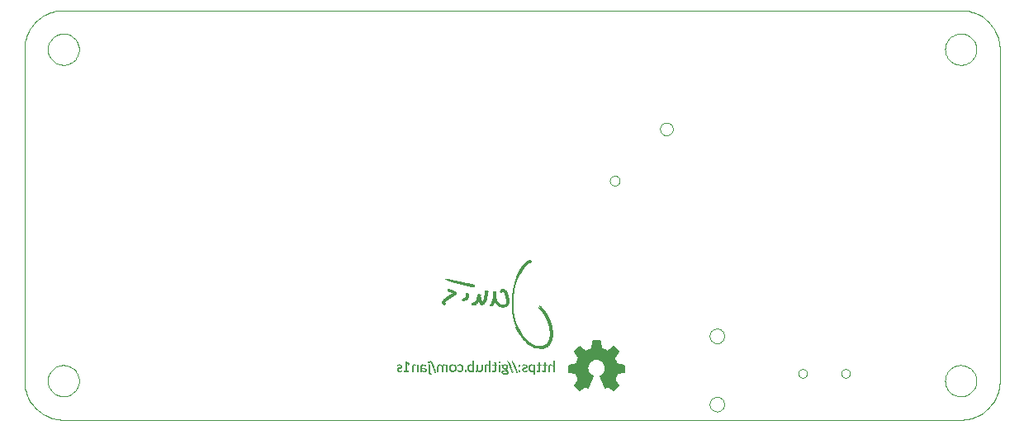
<source format=gbo>
G75*
G70*
%OFA0B0*%
%FSLAX24Y24*%
%IPPOS*%
%LPD*%
%AMOC8*
5,1,8,0,0,1.08239X$1,22.5*
%
%ADD10C,0.0000*%
%ADD11R,0.0003X0.0003*%
%ADD12R,0.0008X0.0003*%
%ADD13R,0.0005X0.0003*%
%ADD14R,0.0015X0.0003*%
%ADD15R,0.0020X0.0003*%
%ADD16R,0.0010X0.0003*%
%ADD17R,0.0018X0.0003*%
%ADD18R,0.0067X0.0003*%
%ADD19R,0.0013X0.0003*%
%ADD20R,0.0045X0.0003*%
%ADD21R,0.0077X0.0003*%
%ADD22R,0.0030X0.0003*%
%ADD23R,0.0032X0.0003*%
%ADD24R,0.0022X0.0003*%
%ADD25R,0.0127X0.0003*%
%ADD26R,0.0140X0.0003*%
%ADD27R,0.0025X0.0003*%
%ADD28R,0.0043X0.0003*%
%ADD29R,0.0053X0.0003*%
%ADD30R,0.0088X0.0003*%
%ADD31R,0.0035X0.0003*%
%ADD32R,0.0055X0.0003*%
%ADD33R,0.0040X0.0003*%
%ADD34R,0.0080X0.0003*%
%ADD35R,0.0065X0.0003*%
%ADD36R,0.0090X0.0003*%
%ADD37R,0.0143X0.0003*%
%ADD38R,0.0248X0.0003*%
%ADD39R,0.0293X0.0003*%
%ADD40R,0.0257X0.0003*%
%ADD41R,0.0037X0.0003*%
%ADD42R,0.0262X0.0003*%
%ADD43R,0.0027X0.0003*%
%ADD44R,0.0280X0.0003*%
%ADD45R,0.0070X0.0003*%
%ADD46R,0.0440X0.0003*%
%ADD47R,0.0315X0.0003*%
%ADD48R,0.0085X0.0003*%
%ADD49R,0.0330X0.0003*%
%ADD50R,0.0323X0.0003*%
%ADD51R,0.0107X0.0003*%
%ADD52R,0.0057X0.0003*%
%ADD53R,0.0490X0.0003*%
%ADD54R,0.0360X0.0003*%
%ADD55R,0.0512X0.0003*%
%ADD56R,0.0390X0.0003*%
%ADD57R,0.0565X0.0003*%
%ADD58R,0.0325X0.0003*%
%ADD59R,0.0168X0.0003*%
%ADD60R,0.0307X0.0003*%
%ADD61R,0.0152X0.0003*%
%ADD62R,0.0272X0.0003*%
%ADD63R,0.0132X0.0003*%
%ADD64R,0.0147X0.0003*%
%ADD65R,0.0243X0.0003*%
%ADD66R,0.0125X0.0003*%
%ADD67R,0.0240X0.0003*%
%ADD68R,0.0130X0.0003*%
%ADD69R,0.0225X0.0003*%
%ADD70R,0.0083X0.0003*%
%ADD71R,0.0222X0.0003*%
%ADD72R,0.0217X0.0003*%
%ADD73R,0.0120X0.0003*%
%ADD74R,0.0215X0.0003*%
%ADD75R,0.0118X0.0003*%
%ADD76R,0.0205X0.0003*%
%ADD77R,0.0103X0.0003*%
%ADD78R,0.0210X0.0003*%
%ADD79R,0.0097X0.0003*%
%ADD80R,0.0198X0.0003*%
%ADD81R,0.0100X0.0003*%
%ADD82R,0.0190X0.0003*%
%ADD83R,0.0187X0.0003*%
%ADD84R,0.0192X0.0003*%
%ADD85R,0.0170X0.0003*%
%ADD86R,0.0173X0.0003*%
%ADD87R,0.0182X0.0003*%
%ADD88R,0.0180X0.0003*%
%ADD89R,0.0047X0.0003*%
%ADD90R,0.0165X0.0003*%
%ADD91R,0.0163X0.0003*%
%ADD92R,0.0160X0.0003*%
%ADD93R,0.0158X0.0003*%
%ADD94R,0.0155X0.0003*%
%ADD95R,0.0092X0.0003*%
%ADD96R,0.0150X0.0003*%
%ADD97R,0.0105X0.0003*%
%ADD98R,0.0115X0.0003*%
%ADD99R,0.0145X0.0003*%
%ADD100R,0.0138X0.0003*%
%ADD101R,0.0135X0.0003*%
%ADD102R,0.0075X0.0003*%
%ADD103R,0.0063X0.0003*%
%ADD104R,0.0060X0.0003*%
%ADD105R,0.0050X0.0003*%
%ADD106R,0.0123X0.0003*%
%ADD107R,0.0112X0.0003*%
%ADD108R,0.0110X0.0003*%
%ADD109R,0.0073X0.0003*%
%ADD110R,0.0095X0.0003*%
%ADD111R,0.0185X0.0003*%
%ADD112R,0.0208X0.0003*%
%ADD113R,0.0235X0.0003*%
%ADD114R,0.0260X0.0003*%
%ADD115R,0.0267X0.0003*%
%ADD116R,0.0283X0.0003*%
%ADD117R,0.0295X0.0003*%
%ADD118R,0.0302X0.0003*%
%ADD119R,0.0320X0.0003*%
%ADD120R,0.0333X0.0003*%
%ADD121R,0.0338X0.0003*%
%ADD122R,0.0343X0.0003*%
%ADD123R,0.0350X0.0003*%
%ADD124R,0.0355X0.0003*%
%ADD125R,0.0365X0.0003*%
%ADD126R,0.0370X0.0003*%
%ADD127R,0.0375X0.0003*%
%ADD128R,0.0380X0.0003*%
%ADD129R,0.0382X0.0003*%
%ADD130R,0.0393X0.0003*%
%ADD131R,0.0398X0.0003*%
%ADD132R,0.0403X0.0003*%
%ADD133R,0.0405X0.0003*%
%ADD134R,0.0415X0.0003*%
%ADD135R,0.0177X0.0003*%
%ADD136R,0.0175X0.0003*%
%ADD137R,0.0195X0.0003*%
%ADD138R,0.0200X0.0003*%
%ADD139R,0.0203X0.0003*%
%ADD140R,0.0213X0.0003*%
%ADD141R,0.0220X0.0003*%
%ADD142R,0.0227X0.0003*%
%ADD143R,0.0230X0.0003*%
%ADD144R,0.0232X0.0003*%
%ADD145R,0.0238X0.0003*%
%ADD146R,0.0245X0.0003*%
%ADD147R,0.0250X0.0003*%
%ADD148R,0.0253X0.0003*%
%ADD149R,0.0255X0.0003*%
%ADD150R,0.0305X0.0003*%
%ADD151R,0.0318X0.0003*%
%ADD152R,0.0328X0.0003*%
%ADD153R,0.0335X0.0003*%
%ADD154R,0.0340X0.0003*%
%ADD155R,0.0352X0.0003*%
%ADD156R,0.0387X0.0003*%
%ADD157R,0.0410X0.0003*%
%ADD158R,0.0413X0.0003*%
%ADD159R,0.0430X0.0003*%
%ADD160R,0.0432X0.0003*%
%ADD161R,0.0428X0.0003*%
%ADD162R,0.0420X0.0003*%
%ADD163R,0.0435X0.0003*%
%ADD164R,0.0425X0.0003*%
%ADD165R,0.0423X0.0003*%
%ADD166R,0.0418X0.0003*%
%ADD167R,0.0372X0.0003*%
%ADD168R,0.0362X0.0003*%
%ADD169R,0.0348X0.0003*%
%ADD170R,0.0345X0.0003*%
%ADD171R,0.0310X0.0003*%
%ADD172R,0.0300X0.0003*%
%ADD173R,0.0297X0.0003*%
%ADD174R,0.0285X0.0003*%
%ADD175R,0.0278X0.0003*%
%ADD176R,0.0265X0.0003*%
%ADD177R,0.0050X0.0010*%
%ADD178R,0.0040X0.0010*%
%ADD179R,0.0130X0.0010*%
%ADD180R,0.0070X0.0010*%
%ADD181R,0.0180X0.0010*%
%ADD182R,0.0080X0.0010*%
%ADD183R,0.0210X0.0010*%
%ADD184R,0.0090X0.0010*%
%ADD185R,0.0060X0.0010*%
%ADD186R,0.0010X0.0010*%
%ADD187R,0.0030X0.0010*%
%ADD188R,0.0020X0.0010*%
%ADD189R,0.0220X0.0010*%
%ADD190R,0.0100X0.0010*%
%ADD191R,0.0110X0.0010*%
%ADD192R,0.0120X0.0010*%
%ADD193R,0.0140X0.0010*%
%ADD194R,0.0150X0.0010*%
%ADD195R,0.0200X0.0010*%
%ADD196R,0.0170X0.0010*%
%ADD197R,0.0190X0.0010*%
%ADD198R,0.0160X0.0010*%
%ADD199C,0.0060*%
D10*
X001725Y000937D02*
X037945Y000937D01*
X037315Y002512D02*
X037317Y002562D01*
X037323Y002612D01*
X037333Y002661D01*
X037347Y002709D01*
X037364Y002756D01*
X037385Y002801D01*
X037410Y002845D01*
X037438Y002886D01*
X037470Y002925D01*
X037504Y002962D01*
X037541Y002996D01*
X037581Y003026D01*
X037623Y003053D01*
X037667Y003077D01*
X037713Y003098D01*
X037760Y003114D01*
X037808Y003127D01*
X037858Y003136D01*
X037907Y003141D01*
X037958Y003142D01*
X038008Y003139D01*
X038057Y003132D01*
X038106Y003121D01*
X038154Y003106D01*
X038200Y003088D01*
X038245Y003066D01*
X038288Y003040D01*
X038329Y003011D01*
X038368Y002979D01*
X038404Y002944D01*
X038436Y002906D01*
X038466Y002866D01*
X038493Y002823D01*
X038516Y002779D01*
X038535Y002733D01*
X038551Y002685D01*
X038563Y002636D01*
X038571Y002587D01*
X038575Y002537D01*
X038575Y002487D01*
X038571Y002437D01*
X038563Y002388D01*
X038551Y002339D01*
X038535Y002291D01*
X038516Y002245D01*
X038493Y002201D01*
X038466Y002158D01*
X038436Y002118D01*
X038404Y002080D01*
X038368Y002045D01*
X038329Y002013D01*
X038288Y001984D01*
X038245Y001958D01*
X038200Y001936D01*
X038154Y001918D01*
X038106Y001903D01*
X038057Y001892D01*
X038008Y001885D01*
X037958Y001882D01*
X037907Y001883D01*
X037858Y001888D01*
X037808Y001897D01*
X037760Y001910D01*
X037713Y001926D01*
X037667Y001947D01*
X037623Y001971D01*
X037581Y001998D01*
X037541Y002028D01*
X037504Y002062D01*
X037470Y002099D01*
X037438Y002138D01*
X037410Y002179D01*
X037385Y002223D01*
X037364Y002268D01*
X037347Y002315D01*
X037333Y002363D01*
X037323Y002412D01*
X037317Y002462D01*
X037315Y002512D01*
X037945Y000937D02*
X038022Y000939D01*
X038099Y000945D01*
X038176Y000954D01*
X038252Y000967D01*
X038328Y000984D01*
X038402Y001005D01*
X038476Y001029D01*
X038548Y001057D01*
X038618Y001088D01*
X038687Y001123D01*
X038755Y001161D01*
X038820Y001202D01*
X038883Y001247D01*
X038944Y001295D01*
X039003Y001345D01*
X039059Y001398D01*
X039112Y001454D01*
X039162Y001513D01*
X039210Y001574D01*
X039255Y001637D01*
X039296Y001702D01*
X039334Y001770D01*
X039369Y001839D01*
X039400Y001909D01*
X039428Y001981D01*
X039452Y002055D01*
X039473Y002129D01*
X039490Y002205D01*
X039503Y002281D01*
X039512Y002358D01*
X039518Y002435D01*
X039520Y002512D01*
X039520Y015898D01*
X037315Y015898D02*
X037317Y015948D01*
X037323Y015998D01*
X037333Y016047D01*
X037347Y016095D01*
X037364Y016142D01*
X037385Y016187D01*
X037410Y016231D01*
X037438Y016272D01*
X037470Y016311D01*
X037504Y016348D01*
X037541Y016382D01*
X037581Y016412D01*
X037623Y016439D01*
X037667Y016463D01*
X037713Y016484D01*
X037760Y016500D01*
X037808Y016513D01*
X037858Y016522D01*
X037907Y016527D01*
X037958Y016528D01*
X038008Y016525D01*
X038057Y016518D01*
X038106Y016507D01*
X038154Y016492D01*
X038200Y016474D01*
X038245Y016452D01*
X038288Y016426D01*
X038329Y016397D01*
X038368Y016365D01*
X038404Y016330D01*
X038436Y016292D01*
X038466Y016252D01*
X038493Y016209D01*
X038516Y016165D01*
X038535Y016119D01*
X038551Y016071D01*
X038563Y016022D01*
X038571Y015973D01*
X038575Y015923D01*
X038575Y015873D01*
X038571Y015823D01*
X038563Y015774D01*
X038551Y015725D01*
X038535Y015677D01*
X038516Y015631D01*
X038493Y015587D01*
X038466Y015544D01*
X038436Y015504D01*
X038404Y015466D01*
X038368Y015431D01*
X038329Y015399D01*
X038288Y015370D01*
X038245Y015344D01*
X038200Y015322D01*
X038154Y015304D01*
X038106Y015289D01*
X038057Y015278D01*
X038008Y015271D01*
X037958Y015268D01*
X037907Y015269D01*
X037858Y015274D01*
X037808Y015283D01*
X037760Y015296D01*
X037713Y015312D01*
X037667Y015333D01*
X037623Y015357D01*
X037581Y015384D01*
X037541Y015414D01*
X037504Y015448D01*
X037470Y015485D01*
X037438Y015524D01*
X037410Y015565D01*
X037385Y015609D01*
X037364Y015654D01*
X037347Y015701D01*
X037333Y015749D01*
X037323Y015798D01*
X037317Y015848D01*
X037315Y015898D01*
X037945Y017473D02*
X038022Y017471D01*
X038099Y017465D01*
X038176Y017456D01*
X038252Y017443D01*
X038328Y017426D01*
X038402Y017405D01*
X038476Y017381D01*
X038548Y017353D01*
X038618Y017322D01*
X038687Y017287D01*
X038755Y017249D01*
X038820Y017208D01*
X038883Y017163D01*
X038944Y017115D01*
X039003Y017065D01*
X039059Y017012D01*
X039112Y016956D01*
X039162Y016897D01*
X039210Y016836D01*
X039255Y016773D01*
X039296Y016708D01*
X039334Y016640D01*
X039369Y016571D01*
X039400Y016501D01*
X039428Y016429D01*
X039452Y016355D01*
X039473Y016281D01*
X039490Y016205D01*
X039503Y016129D01*
X039512Y016052D01*
X039518Y015975D01*
X039520Y015898D01*
X037945Y017473D02*
X001725Y017473D01*
X001095Y015898D02*
X001097Y015948D01*
X001103Y015998D01*
X001113Y016047D01*
X001127Y016095D01*
X001144Y016142D01*
X001165Y016187D01*
X001190Y016231D01*
X001218Y016272D01*
X001250Y016311D01*
X001284Y016348D01*
X001321Y016382D01*
X001361Y016412D01*
X001403Y016439D01*
X001447Y016463D01*
X001493Y016484D01*
X001540Y016500D01*
X001588Y016513D01*
X001638Y016522D01*
X001687Y016527D01*
X001738Y016528D01*
X001788Y016525D01*
X001837Y016518D01*
X001886Y016507D01*
X001934Y016492D01*
X001980Y016474D01*
X002025Y016452D01*
X002068Y016426D01*
X002109Y016397D01*
X002148Y016365D01*
X002184Y016330D01*
X002216Y016292D01*
X002246Y016252D01*
X002273Y016209D01*
X002296Y016165D01*
X002315Y016119D01*
X002331Y016071D01*
X002343Y016022D01*
X002351Y015973D01*
X002355Y015923D01*
X002355Y015873D01*
X002351Y015823D01*
X002343Y015774D01*
X002331Y015725D01*
X002315Y015677D01*
X002296Y015631D01*
X002273Y015587D01*
X002246Y015544D01*
X002216Y015504D01*
X002184Y015466D01*
X002148Y015431D01*
X002109Y015399D01*
X002068Y015370D01*
X002025Y015344D01*
X001980Y015322D01*
X001934Y015304D01*
X001886Y015289D01*
X001837Y015278D01*
X001788Y015271D01*
X001738Y015268D01*
X001687Y015269D01*
X001638Y015274D01*
X001588Y015283D01*
X001540Y015296D01*
X001493Y015312D01*
X001447Y015333D01*
X001403Y015357D01*
X001361Y015384D01*
X001321Y015414D01*
X001284Y015448D01*
X001250Y015485D01*
X001218Y015524D01*
X001190Y015565D01*
X001165Y015609D01*
X001144Y015654D01*
X001127Y015701D01*
X001113Y015749D01*
X001103Y015798D01*
X001097Y015848D01*
X001095Y015898D01*
X000150Y015898D02*
X000152Y015975D01*
X000158Y016052D01*
X000167Y016129D01*
X000180Y016205D01*
X000197Y016281D01*
X000218Y016355D01*
X000242Y016429D01*
X000270Y016501D01*
X000301Y016571D01*
X000336Y016640D01*
X000374Y016708D01*
X000415Y016773D01*
X000460Y016836D01*
X000508Y016897D01*
X000558Y016956D01*
X000611Y017012D01*
X000667Y017065D01*
X000726Y017115D01*
X000787Y017163D01*
X000850Y017208D01*
X000915Y017249D01*
X000983Y017287D01*
X001052Y017322D01*
X001122Y017353D01*
X001194Y017381D01*
X001268Y017405D01*
X001342Y017426D01*
X001418Y017443D01*
X001494Y017456D01*
X001571Y017465D01*
X001648Y017471D01*
X001725Y017473D01*
X000150Y015898D02*
X000150Y002512D01*
X001095Y002512D02*
X001097Y002562D01*
X001103Y002612D01*
X001113Y002661D01*
X001127Y002709D01*
X001144Y002756D01*
X001165Y002801D01*
X001190Y002845D01*
X001218Y002886D01*
X001250Y002925D01*
X001284Y002962D01*
X001321Y002996D01*
X001361Y003026D01*
X001403Y003053D01*
X001447Y003077D01*
X001493Y003098D01*
X001540Y003114D01*
X001588Y003127D01*
X001638Y003136D01*
X001687Y003141D01*
X001738Y003142D01*
X001788Y003139D01*
X001837Y003132D01*
X001886Y003121D01*
X001934Y003106D01*
X001980Y003088D01*
X002025Y003066D01*
X002068Y003040D01*
X002109Y003011D01*
X002148Y002979D01*
X002184Y002944D01*
X002216Y002906D01*
X002246Y002866D01*
X002273Y002823D01*
X002296Y002779D01*
X002315Y002733D01*
X002331Y002685D01*
X002343Y002636D01*
X002351Y002587D01*
X002355Y002537D01*
X002355Y002487D01*
X002351Y002437D01*
X002343Y002388D01*
X002331Y002339D01*
X002315Y002291D01*
X002296Y002245D01*
X002273Y002201D01*
X002246Y002158D01*
X002216Y002118D01*
X002184Y002080D01*
X002148Y002045D01*
X002109Y002013D01*
X002068Y001984D01*
X002025Y001958D01*
X001980Y001936D01*
X001934Y001918D01*
X001886Y001903D01*
X001837Y001892D01*
X001788Y001885D01*
X001738Y001882D01*
X001687Y001883D01*
X001638Y001888D01*
X001588Y001897D01*
X001540Y001910D01*
X001493Y001926D01*
X001447Y001947D01*
X001403Y001971D01*
X001361Y001998D01*
X001321Y002028D01*
X001284Y002062D01*
X001250Y002099D01*
X001218Y002138D01*
X001190Y002179D01*
X001165Y002223D01*
X001144Y002268D01*
X001127Y002315D01*
X001113Y002363D01*
X001103Y002412D01*
X001097Y002462D01*
X001095Y002512D01*
X000150Y002512D02*
X000152Y002435D01*
X000158Y002358D01*
X000167Y002281D01*
X000180Y002205D01*
X000197Y002129D01*
X000218Y002055D01*
X000242Y001981D01*
X000270Y001909D01*
X000301Y001839D01*
X000336Y001770D01*
X000374Y001702D01*
X000415Y001637D01*
X000460Y001574D01*
X000508Y001513D01*
X000558Y001454D01*
X000611Y001398D01*
X000667Y001345D01*
X000726Y001295D01*
X000787Y001247D01*
X000850Y001202D01*
X000915Y001161D01*
X000983Y001123D01*
X001052Y001088D01*
X001122Y001057D01*
X001194Y001029D01*
X001268Y001005D01*
X001342Y000984D01*
X001418Y000967D01*
X001494Y000954D01*
X001571Y000945D01*
X001648Y000939D01*
X001725Y000937D01*
X023782Y010593D02*
X023784Y010620D01*
X023790Y010647D01*
X023799Y010673D01*
X023812Y010697D01*
X023828Y010720D01*
X023847Y010739D01*
X023869Y010756D01*
X023893Y010770D01*
X023918Y010780D01*
X023945Y010787D01*
X023972Y010790D01*
X024000Y010789D01*
X024027Y010784D01*
X024053Y010776D01*
X024077Y010764D01*
X024100Y010748D01*
X024121Y010730D01*
X024138Y010709D01*
X024153Y010685D01*
X024164Y010660D01*
X024172Y010634D01*
X024176Y010607D01*
X024176Y010579D01*
X024172Y010552D01*
X024164Y010526D01*
X024153Y010501D01*
X024138Y010477D01*
X024121Y010456D01*
X024100Y010438D01*
X024078Y010422D01*
X024053Y010410D01*
X024027Y010402D01*
X024000Y010397D01*
X023972Y010396D01*
X023945Y010399D01*
X023918Y010406D01*
X023893Y010416D01*
X023869Y010430D01*
X023847Y010447D01*
X023828Y010466D01*
X023812Y010489D01*
X023799Y010513D01*
X023790Y010539D01*
X023784Y010566D01*
X023782Y010593D01*
X025811Y012681D02*
X025813Y012712D01*
X025819Y012743D01*
X025828Y012773D01*
X025841Y012802D01*
X025858Y012829D01*
X025878Y012853D01*
X025900Y012875D01*
X025926Y012894D01*
X025953Y012910D01*
X025982Y012922D01*
X026012Y012931D01*
X026043Y012936D01*
X026075Y012937D01*
X026106Y012934D01*
X026137Y012927D01*
X026167Y012917D01*
X026195Y012903D01*
X026221Y012885D01*
X026245Y012865D01*
X026266Y012841D01*
X026285Y012816D01*
X026300Y012788D01*
X026311Y012759D01*
X026319Y012728D01*
X026323Y012697D01*
X026323Y012665D01*
X026319Y012634D01*
X026311Y012603D01*
X026300Y012574D01*
X026285Y012546D01*
X026266Y012521D01*
X026245Y012497D01*
X026221Y012477D01*
X026195Y012459D01*
X026167Y012445D01*
X026137Y012435D01*
X026106Y012428D01*
X026075Y012425D01*
X026043Y012426D01*
X026012Y012431D01*
X025982Y012440D01*
X025953Y012452D01*
X025926Y012468D01*
X025900Y012487D01*
X025878Y012509D01*
X025858Y012533D01*
X025841Y012560D01*
X025828Y012589D01*
X025819Y012619D01*
X025813Y012650D01*
X025811Y012681D01*
X027808Y004323D02*
X027810Y004357D01*
X027816Y004391D01*
X027826Y004424D01*
X027839Y004455D01*
X027857Y004485D01*
X027877Y004513D01*
X027901Y004538D01*
X027927Y004560D01*
X027955Y004578D01*
X027986Y004594D01*
X028018Y004606D01*
X028052Y004614D01*
X028086Y004618D01*
X028120Y004618D01*
X028154Y004614D01*
X028188Y004606D01*
X028220Y004594D01*
X028250Y004578D01*
X028279Y004560D01*
X028305Y004538D01*
X028329Y004513D01*
X028349Y004485D01*
X028367Y004455D01*
X028380Y004424D01*
X028390Y004391D01*
X028396Y004357D01*
X028398Y004323D01*
X028396Y004289D01*
X028390Y004255D01*
X028380Y004222D01*
X028367Y004191D01*
X028349Y004161D01*
X028329Y004133D01*
X028305Y004108D01*
X028279Y004086D01*
X028251Y004068D01*
X028220Y004052D01*
X028188Y004040D01*
X028154Y004032D01*
X028120Y004028D01*
X028086Y004028D01*
X028052Y004032D01*
X028018Y004040D01*
X027986Y004052D01*
X027955Y004068D01*
X027927Y004086D01*
X027901Y004108D01*
X027877Y004133D01*
X027857Y004161D01*
X027839Y004191D01*
X027826Y004222D01*
X027816Y004255D01*
X027810Y004289D01*
X027808Y004323D01*
X031390Y002807D02*
X031392Y002833D01*
X031398Y002859D01*
X031408Y002884D01*
X031421Y002907D01*
X031437Y002927D01*
X031457Y002945D01*
X031479Y002960D01*
X031502Y002972D01*
X031528Y002980D01*
X031554Y002984D01*
X031580Y002984D01*
X031606Y002980D01*
X031632Y002972D01*
X031656Y002960D01*
X031677Y002945D01*
X031697Y002927D01*
X031713Y002907D01*
X031726Y002884D01*
X031736Y002859D01*
X031742Y002833D01*
X031744Y002807D01*
X031742Y002781D01*
X031736Y002755D01*
X031726Y002730D01*
X031713Y002707D01*
X031697Y002687D01*
X031677Y002669D01*
X031655Y002654D01*
X031632Y002642D01*
X031606Y002634D01*
X031580Y002630D01*
X031554Y002630D01*
X031528Y002634D01*
X031502Y002642D01*
X031478Y002654D01*
X031457Y002669D01*
X031437Y002687D01*
X031421Y002707D01*
X031408Y002730D01*
X031398Y002755D01*
X031392Y002781D01*
X031390Y002807D01*
X033123Y002807D02*
X033125Y002833D01*
X033131Y002859D01*
X033141Y002884D01*
X033154Y002907D01*
X033170Y002927D01*
X033190Y002945D01*
X033212Y002960D01*
X033235Y002972D01*
X033261Y002980D01*
X033287Y002984D01*
X033313Y002984D01*
X033339Y002980D01*
X033365Y002972D01*
X033389Y002960D01*
X033410Y002945D01*
X033430Y002927D01*
X033446Y002907D01*
X033459Y002884D01*
X033469Y002859D01*
X033475Y002833D01*
X033477Y002807D01*
X033475Y002781D01*
X033469Y002755D01*
X033459Y002730D01*
X033446Y002707D01*
X033430Y002687D01*
X033410Y002669D01*
X033388Y002654D01*
X033365Y002642D01*
X033339Y002634D01*
X033313Y002630D01*
X033287Y002630D01*
X033261Y002634D01*
X033235Y002642D01*
X033211Y002654D01*
X033190Y002669D01*
X033170Y002687D01*
X033154Y002707D01*
X033141Y002730D01*
X033131Y002755D01*
X033125Y002781D01*
X033123Y002807D01*
X027808Y001567D02*
X027810Y001601D01*
X027816Y001635D01*
X027826Y001668D01*
X027839Y001699D01*
X027857Y001729D01*
X027877Y001757D01*
X027901Y001782D01*
X027927Y001804D01*
X027955Y001822D01*
X027986Y001838D01*
X028018Y001850D01*
X028052Y001858D01*
X028086Y001862D01*
X028120Y001862D01*
X028154Y001858D01*
X028188Y001850D01*
X028220Y001838D01*
X028250Y001822D01*
X028279Y001804D01*
X028305Y001782D01*
X028329Y001757D01*
X028349Y001729D01*
X028367Y001699D01*
X028380Y001668D01*
X028390Y001635D01*
X028396Y001601D01*
X028398Y001567D01*
X028396Y001533D01*
X028390Y001499D01*
X028380Y001466D01*
X028367Y001435D01*
X028349Y001405D01*
X028329Y001377D01*
X028305Y001352D01*
X028279Y001330D01*
X028251Y001312D01*
X028220Y001296D01*
X028188Y001284D01*
X028154Y001276D01*
X028120Y001272D01*
X028086Y001272D01*
X028052Y001276D01*
X028018Y001284D01*
X027986Y001296D01*
X027955Y001312D01*
X027927Y001330D01*
X027901Y001352D01*
X027877Y001377D01*
X027857Y001405D01*
X027839Y001435D01*
X027826Y001466D01*
X027816Y001499D01*
X027810Y001533D01*
X027808Y001567D01*
D11*
X021262Y003863D03*
X021237Y003861D03*
X021234Y003863D03*
X021237Y003866D03*
X021224Y003848D03*
X021224Y003846D03*
X021217Y003848D03*
X021212Y003841D03*
X021204Y003836D03*
X021204Y003833D03*
X021182Y003831D03*
X021167Y003828D03*
X021169Y003821D03*
X021164Y003818D03*
X021159Y003816D03*
X021152Y003816D03*
X021147Y003816D03*
X021147Y003821D03*
X021139Y003811D03*
X021134Y003811D03*
X021127Y003808D03*
X021119Y003811D03*
X021114Y003811D03*
X021119Y003801D03*
X021104Y003803D03*
X021102Y003806D03*
X021099Y003803D03*
X021097Y003798D03*
X021092Y003801D03*
X021089Y003803D03*
X021084Y003801D03*
X021074Y003801D03*
X021072Y003803D03*
X021067Y003803D03*
X021067Y003796D03*
X021059Y003801D03*
X021052Y003803D03*
X021052Y003806D03*
X021054Y003808D03*
X021047Y003811D03*
X021042Y003803D03*
X021037Y003801D03*
X021029Y003806D03*
X021024Y003803D03*
X021024Y003811D03*
X021019Y003813D03*
X021017Y003818D03*
X021017Y003821D03*
X021022Y003821D03*
X021022Y003818D03*
X021012Y003816D03*
X021012Y003821D03*
X021002Y003811D03*
X020997Y003813D03*
X020994Y003816D03*
X020987Y003823D03*
X020982Y003821D03*
X020977Y003821D03*
X020974Y003823D03*
X020969Y003821D03*
X020962Y003813D03*
X020964Y003811D03*
X020964Y003808D03*
X020967Y003801D03*
X020957Y003813D03*
X020957Y003816D03*
X020952Y003823D03*
X020952Y003826D03*
X020947Y003821D03*
X020942Y003823D03*
X020939Y003818D03*
X020934Y003811D03*
X020927Y003811D03*
X020924Y003816D03*
X020924Y003823D03*
X020919Y003823D03*
X020912Y003823D03*
X020909Y003826D03*
X020914Y003831D03*
X020907Y003833D03*
X020907Y003836D03*
X020899Y003836D03*
X020894Y003831D03*
X020887Y003831D03*
X020892Y003838D03*
X020907Y003846D03*
X020907Y003848D03*
X020927Y003833D03*
X020932Y003833D03*
X020937Y003831D03*
X020929Y003823D03*
X020914Y003808D03*
X020904Y003813D03*
X020902Y003811D03*
X020899Y003813D03*
X020894Y003813D03*
X020894Y003816D03*
X020899Y003818D03*
X020879Y003826D03*
X020874Y003826D03*
X020869Y003823D03*
X020867Y003821D03*
X020864Y003831D03*
X020872Y003836D03*
X020857Y003843D03*
X020854Y003838D03*
X020849Y003838D03*
X020847Y003836D03*
X020842Y003833D03*
X020844Y003828D03*
X020844Y003826D03*
X020849Y003821D03*
X020842Y003816D03*
X020837Y003831D03*
X020829Y003831D03*
X020829Y003841D03*
X020827Y003848D03*
X020817Y003838D03*
X020819Y003836D03*
X020819Y003831D03*
X020814Y003826D03*
X020812Y003828D03*
X020804Y003831D03*
X020804Y003838D03*
X020809Y003841D03*
X020797Y003831D03*
X020789Y003826D03*
X020787Y003828D03*
X020784Y003833D03*
X020787Y003836D03*
X020782Y003838D03*
X020779Y003843D03*
X020774Y003843D03*
X020774Y003838D03*
X020774Y003836D03*
X020777Y003833D03*
X020779Y003831D03*
X020767Y003833D03*
X020764Y003836D03*
X020754Y003838D03*
X020752Y003841D03*
X020747Y003838D03*
X020734Y003841D03*
X020732Y003846D03*
X020734Y003853D03*
X020734Y003856D03*
X020732Y003858D03*
X020727Y003858D03*
X020729Y003853D03*
X020719Y003856D03*
X020719Y003858D03*
X020714Y003861D03*
X020712Y003863D03*
X020709Y003866D03*
X020707Y003868D03*
X020707Y003871D03*
X020704Y003873D03*
X020702Y003871D03*
X020697Y003871D03*
X020704Y003866D03*
X020717Y003871D03*
X020732Y003866D03*
X020742Y003861D03*
X020742Y003851D03*
X020762Y003848D03*
X020767Y003846D03*
X020787Y003846D03*
X020792Y003841D03*
X020729Y003881D03*
X020709Y003888D03*
X020707Y003891D03*
X020687Y003883D03*
X020687Y003881D03*
X020684Y003886D03*
X020682Y003888D03*
X020679Y003886D03*
X020674Y003886D03*
X020667Y003893D03*
X020664Y003896D03*
X020672Y003898D03*
X020679Y003901D03*
X020674Y003906D03*
X020672Y003908D03*
X020667Y003908D03*
X020662Y003911D03*
X020659Y003913D03*
X020657Y003916D03*
X020657Y003918D03*
X020652Y003918D03*
X020652Y003913D03*
X020654Y003911D03*
X020654Y003908D03*
X020652Y003906D03*
X020649Y003908D03*
X020644Y003908D03*
X020639Y003911D03*
X020639Y003896D03*
X020649Y003891D03*
X020659Y003906D03*
X020662Y003921D03*
X020667Y003921D03*
X020672Y003921D03*
X020667Y003928D03*
X020674Y003931D03*
X020669Y003936D03*
X020657Y003938D03*
X020649Y003928D03*
X020649Y003926D03*
X020649Y003923D03*
X020639Y003931D03*
X020637Y003928D03*
X020632Y003928D03*
X020632Y003933D03*
X020627Y003933D03*
X020622Y003933D03*
X020617Y003926D03*
X020614Y003921D03*
X020612Y003923D03*
X020607Y003923D03*
X020607Y003926D03*
X020607Y003928D03*
X020602Y003921D03*
X020597Y003921D03*
X020597Y003918D03*
X020592Y003916D03*
X020592Y003923D03*
X020592Y003926D03*
X020599Y003933D03*
X020599Y003936D03*
X020589Y003943D03*
X020584Y003941D03*
X020587Y003936D03*
X020582Y003933D03*
X020574Y003936D03*
X020574Y003938D03*
X020569Y003941D03*
X020567Y003943D03*
X020567Y003948D03*
X020562Y003948D03*
X020557Y003948D03*
X020572Y003951D03*
X020574Y003948D03*
X020579Y003951D03*
X020587Y003951D03*
X020594Y003956D03*
X020602Y003958D03*
X020622Y003966D03*
X020629Y003966D03*
X020637Y003956D03*
X020642Y003968D03*
X020652Y003966D03*
X020662Y003956D03*
X020667Y003956D03*
X020677Y003951D03*
X020677Y003948D03*
X020682Y003948D03*
X020694Y003943D03*
X020697Y003941D03*
X020709Y003936D03*
X020687Y003873D03*
X020617Y003906D03*
X020612Y003936D03*
X020572Y003931D03*
X020542Y003963D03*
X020534Y003971D03*
X020522Y003971D03*
X020517Y003971D03*
X020519Y003966D03*
X020522Y003963D03*
X020532Y003958D03*
X020507Y003971D03*
X020502Y003983D03*
X020497Y003983D03*
X020487Y004001D03*
X020482Y003998D03*
X020477Y003998D03*
X020474Y004003D03*
X020472Y004008D03*
X020467Y004008D03*
X020467Y004013D03*
X020462Y004018D03*
X020464Y004021D03*
X020464Y004026D03*
X020469Y004026D03*
X020462Y004041D03*
X020449Y004036D03*
X020447Y004028D03*
X020447Y004026D03*
X020449Y004023D03*
X020437Y004033D03*
X020439Y004043D03*
X020444Y004046D03*
X020444Y004048D03*
X020442Y004051D03*
X020437Y004061D03*
X020432Y004061D03*
X020432Y004058D03*
X020429Y004053D03*
X020429Y004063D03*
X020424Y004063D03*
X020424Y004066D03*
X020419Y004066D03*
X020424Y004073D03*
X020427Y004076D03*
X020429Y004073D03*
X020429Y004071D03*
X020434Y004073D03*
X020437Y004083D03*
X020429Y004086D03*
X020424Y004088D03*
X020424Y004083D03*
X020422Y004081D03*
X020417Y004091D03*
X020412Y004093D03*
X020409Y004101D03*
X020417Y004108D03*
X020414Y004111D03*
X020414Y004113D03*
X020419Y004113D03*
X020424Y004118D03*
X020429Y004118D03*
X020432Y004121D03*
X020432Y004123D03*
X020434Y004118D03*
X020434Y004131D03*
X020429Y004131D03*
X020422Y004138D03*
X020414Y004131D03*
X020409Y004138D03*
X020402Y004141D03*
X020397Y004141D03*
X020394Y004138D03*
X020394Y004136D03*
X020394Y004133D03*
X020394Y004131D03*
X020399Y004133D03*
X020404Y004123D03*
X020404Y004116D03*
X020399Y004111D03*
X020392Y004111D03*
X020392Y004113D03*
X020392Y004116D03*
X020394Y004121D03*
X020384Y004111D03*
X020389Y004103D03*
X020394Y004103D03*
X020397Y004096D03*
X020394Y004091D03*
X020384Y004086D03*
X020374Y004118D03*
X020377Y004123D03*
X020382Y004128D03*
X020387Y004133D03*
X020374Y004133D03*
X020369Y004133D03*
X020367Y004131D03*
X020367Y004128D03*
X020359Y004131D03*
X020357Y004128D03*
X020357Y004141D03*
X020357Y004143D03*
X020352Y004143D03*
X020347Y004146D03*
X020339Y004141D03*
X020337Y004143D03*
X020332Y004153D03*
X020337Y004156D03*
X020339Y004158D03*
X020334Y004161D03*
X020334Y004163D03*
X020334Y004166D03*
X020332Y004173D03*
X020337Y004181D03*
X020337Y004188D03*
X020334Y004198D03*
X020317Y004196D03*
X020307Y004196D03*
X020307Y004198D03*
X020302Y004198D03*
X020304Y004193D03*
X020307Y004191D03*
X020307Y004186D03*
X020304Y004183D03*
X020297Y004183D03*
X020294Y004191D03*
X020294Y004193D03*
X020297Y004196D03*
X020302Y004206D03*
X020307Y004206D03*
X020307Y004216D03*
X020299Y004213D03*
X020294Y004213D03*
X020294Y004211D03*
X020297Y004218D03*
X020297Y004228D03*
X020297Y004231D03*
X020297Y004236D03*
X020292Y004233D03*
X020292Y004231D03*
X020284Y004231D03*
X020284Y004226D03*
X020284Y004221D03*
X020277Y004228D03*
X020274Y004231D03*
X020269Y004226D03*
X020277Y004238D03*
X020279Y004241D03*
X020279Y004243D03*
X020277Y004246D03*
X020274Y004243D03*
X020267Y004243D03*
X020262Y004246D03*
X020267Y004253D03*
X020274Y004256D03*
X020277Y004251D03*
X020284Y004256D03*
X020287Y004251D03*
X020287Y004246D03*
X020299Y004266D03*
X020304Y004266D03*
X020287Y004278D03*
X020282Y004288D03*
X020282Y004291D03*
X020277Y004291D03*
X020272Y004293D03*
X020269Y004296D03*
X020264Y004303D03*
X020262Y004306D03*
X020254Y004303D03*
X020249Y004303D03*
X020247Y004308D03*
X020242Y004303D03*
X020242Y004298D03*
X020237Y004306D03*
X020229Y004303D03*
X020222Y004313D03*
X020227Y004316D03*
X020232Y004318D03*
X020234Y004323D03*
X020224Y004323D03*
X020229Y004333D03*
X020224Y004338D03*
X020232Y004343D03*
X020237Y004341D03*
X020242Y004341D03*
X020247Y004341D03*
X020239Y004336D03*
X020244Y004321D03*
X020249Y004323D03*
X020254Y004323D03*
X020254Y004318D03*
X020262Y004328D03*
X020269Y004336D03*
X020262Y004341D03*
X020254Y004351D03*
X020252Y004358D03*
X020244Y004363D03*
X020244Y004366D03*
X020239Y004366D03*
X020239Y004356D03*
X020227Y004358D03*
X020222Y004358D03*
X020222Y004356D03*
X020224Y004351D03*
X020214Y004346D03*
X020212Y004341D03*
X020209Y004338D03*
X020212Y004336D03*
X020209Y004333D03*
X020202Y004326D03*
X020217Y004311D03*
X020234Y004281D03*
X020247Y004276D03*
X020252Y004283D03*
X020262Y004281D03*
X020262Y004286D03*
X020257Y004293D03*
X020257Y004298D03*
X020252Y004293D03*
X020264Y004276D03*
X020272Y004271D03*
X020254Y004266D03*
X020249Y004261D03*
X020287Y004303D03*
X020297Y004293D03*
X020339Y004238D03*
X020312Y004183D03*
X020314Y004176D03*
X020319Y004178D03*
X020307Y004173D03*
X020329Y004158D03*
X020344Y004168D03*
X020347Y004163D03*
X020352Y004163D03*
X020352Y004161D03*
X020357Y004163D03*
X020357Y004158D03*
X020367Y004156D03*
X020369Y004146D03*
X020369Y004141D03*
X020364Y004141D03*
X020374Y004141D03*
X020374Y004138D03*
X020387Y004156D03*
X020384Y004173D03*
X020409Y004148D03*
X020414Y004148D03*
X020414Y004146D03*
X020414Y004153D03*
X020429Y004101D03*
X020424Y004096D03*
X020437Y004101D03*
X020459Y004106D03*
X020457Y004063D03*
X020452Y004063D03*
X020454Y004058D03*
X020447Y004063D03*
X020492Y004008D03*
X020609Y003981D03*
X020879Y003883D03*
X020894Y003881D03*
X020902Y003878D03*
X020937Y003881D03*
X020949Y003881D03*
X020979Y003816D03*
X020984Y003811D03*
X020987Y003806D03*
X020999Y003801D03*
X021007Y003801D03*
X021007Y003798D03*
X021007Y003796D03*
X021014Y003796D03*
X021014Y003793D03*
X021014Y003791D03*
X021014Y003801D03*
X021014Y003806D03*
X021054Y003791D03*
X021094Y003806D03*
X021104Y003796D03*
X021112Y003836D03*
X020874Y003813D03*
X020862Y003811D03*
X020239Y004378D03*
X020234Y004381D03*
X020229Y004381D03*
X020229Y004391D03*
X020219Y004401D03*
X020217Y004408D03*
X020212Y004383D03*
X020204Y004381D03*
X020207Y004368D03*
X020202Y004366D03*
X020197Y004366D03*
X020204Y004361D03*
X020204Y004353D03*
X020199Y004353D03*
X020194Y004348D03*
X020192Y004351D03*
X020187Y004348D03*
X020177Y004366D03*
X020184Y004371D03*
X020179Y004383D03*
X020179Y004388D03*
X020184Y004388D03*
X020189Y004388D03*
X020189Y004391D03*
X020179Y004393D03*
X020172Y004386D03*
X020169Y004383D03*
X020164Y004383D03*
X020162Y004388D03*
X020159Y004393D03*
X020162Y004396D03*
X020164Y004401D03*
X020162Y004403D03*
X020162Y004406D03*
X020167Y004406D03*
X020169Y004403D03*
X020174Y004403D03*
X020169Y004411D03*
X020157Y004403D03*
X020147Y004403D03*
X020147Y004406D03*
X020144Y004408D03*
X020142Y004406D03*
X020137Y004406D03*
X020132Y004408D03*
X020139Y004418D03*
X020144Y004418D03*
X020144Y004421D03*
X020142Y004423D03*
X020147Y004423D03*
X020144Y004413D03*
X020147Y004411D03*
X020137Y004426D03*
X020129Y004423D03*
X020122Y004433D03*
X020124Y004441D03*
X020122Y004443D03*
X020119Y004448D03*
X020122Y004451D03*
X020119Y004453D03*
X020112Y004453D03*
X020112Y004451D03*
X020112Y004458D03*
X020117Y004466D03*
X020117Y004471D03*
X020112Y004471D03*
X020107Y004471D03*
X020104Y004478D03*
X020109Y004486D03*
X020104Y004488D03*
X020102Y004491D03*
X020099Y004496D03*
X020094Y004501D03*
X020097Y004503D03*
X020097Y004511D03*
X020094Y004513D03*
X020102Y004513D03*
X020102Y004511D03*
X020114Y004513D03*
X020117Y004506D03*
X020109Y004493D03*
X020119Y004481D03*
X020092Y004488D03*
X020089Y004493D03*
X020082Y004498D03*
X020084Y004501D03*
X020082Y004503D03*
X020079Y004506D03*
X020084Y004508D03*
X020087Y004506D03*
X020084Y004516D03*
X020079Y004521D03*
X020077Y004518D03*
X020077Y004516D03*
X020064Y004536D03*
X020064Y004538D03*
X020062Y004543D03*
X020064Y004551D03*
X020062Y004553D03*
X020057Y004553D03*
X020057Y004561D03*
X020062Y004563D03*
X020052Y004566D03*
X020047Y004568D03*
X020047Y004571D03*
X020047Y004578D03*
X020039Y004581D03*
X020039Y004586D03*
X020034Y004586D03*
X020042Y004593D03*
X020024Y004601D03*
X020024Y004603D03*
X020027Y004606D03*
X020027Y004608D03*
X020019Y004631D03*
X020012Y004631D03*
X020012Y004633D03*
X020009Y004636D03*
X020007Y004641D03*
X020002Y004651D03*
X020099Y004626D03*
X020119Y004576D03*
X020102Y004568D03*
X020084Y004541D03*
X020094Y004533D03*
X020099Y004533D03*
X020124Y004538D03*
X020069Y004548D03*
X020049Y004558D03*
X020127Y004451D03*
X020129Y004443D03*
X020134Y004441D03*
X020139Y004441D03*
X020132Y004436D03*
X020157Y004378D03*
X020172Y004378D03*
X020172Y004376D03*
X020169Y004361D03*
X020169Y004358D03*
X020167Y004353D03*
X020209Y004353D03*
X020209Y004351D03*
X020169Y004491D03*
X019574Y005478D03*
X019484Y005468D03*
X019004Y005516D03*
X017897Y005728D03*
X018034Y006031D03*
X018237Y006276D03*
X017667Y006423D03*
X017597Y006441D03*
X017454Y006553D03*
X017282Y006588D03*
X017222Y006596D03*
X017154Y006596D03*
X017319Y006188D03*
X018819Y006131D03*
X018844Y006121D03*
X019094Y006103D03*
X019434Y006198D03*
D12*
X019094Y006101D03*
X019467Y005551D03*
X020959Y005508D03*
X020962Y005501D03*
X020967Y005493D03*
X020967Y005491D03*
X020967Y005488D03*
X020144Y004533D03*
X020104Y004528D03*
X020094Y004541D03*
X020087Y004538D03*
X020082Y004531D03*
X020077Y004538D03*
X020077Y004541D03*
X020069Y004543D03*
X020069Y004546D03*
X020062Y004568D03*
X020054Y004571D03*
X020054Y004573D03*
X020087Y004521D03*
X020087Y004513D03*
X020087Y004511D03*
X020104Y004508D03*
X020109Y004506D03*
X020112Y004478D03*
X020109Y004473D03*
X020117Y004461D03*
X020119Y004458D03*
X020129Y004453D03*
X020154Y004423D03*
X020152Y004408D03*
X020182Y004391D03*
X020189Y004386D03*
X020194Y004383D03*
X020192Y004378D03*
X020192Y004376D03*
X020197Y004371D03*
X020197Y004361D03*
X020207Y004363D03*
X020204Y004383D03*
X020194Y004401D03*
X020224Y004343D03*
X020232Y004338D03*
X020239Y004343D03*
X020244Y004338D03*
X020257Y004338D03*
X020262Y004336D03*
X020259Y004333D03*
X020254Y004328D03*
X020257Y004308D03*
X020269Y004306D03*
X020274Y004303D03*
X020277Y004298D03*
X020277Y004296D03*
X020279Y004293D03*
X020287Y004296D03*
X020289Y004293D03*
X020289Y004291D03*
X020294Y004276D03*
X020302Y004281D03*
X020304Y004278D03*
X020277Y004268D03*
X020274Y004266D03*
X020252Y004296D03*
X020249Y004298D03*
X020269Y004313D03*
X020302Y004233D03*
X020299Y004223D03*
X020319Y004193D03*
X020319Y004191D03*
X020319Y004183D03*
X020327Y004198D03*
X020344Y004188D03*
X020377Y004173D03*
X020379Y004166D03*
X020392Y004171D03*
X020402Y004148D03*
X020402Y004138D03*
X020402Y004136D03*
X020407Y004126D03*
X020422Y004131D03*
X020424Y004136D03*
X020387Y004138D03*
X020384Y004131D03*
X020372Y004143D03*
X020369Y004151D03*
X020359Y004151D03*
X020357Y004146D03*
X020364Y004138D03*
X020437Y004098D03*
X020444Y004096D03*
X020444Y004091D03*
X020452Y004088D03*
X020447Y004083D03*
X020439Y004071D03*
X020429Y004081D03*
X020447Y004056D03*
X020444Y004053D03*
X020469Y004031D03*
X020482Y004003D03*
X020487Y003991D03*
X020529Y003961D03*
X020542Y003958D03*
X020547Y003951D03*
X020574Y003946D03*
X020574Y003943D03*
X020582Y003938D03*
X020584Y003953D03*
X020617Y003941D03*
X020639Y003938D03*
X020639Y003933D03*
X020649Y003933D03*
X020649Y003938D03*
X020654Y003946D03*
X020664Y003938D03*
X020667Y003951D03*
X020649Y003963D03*
X020614Y003986D03*
X020644Y003916D03*
X020674Y003913D03*
X020679Y003921D03*
X020672Y003903D03*
X020682Y003893D03*
X020702Y003876D03*
X020714Y003873D03*
X020729Y003871D03*
X020729Y003863D03*
X020742Y003858D03*
X020754Y003848D03*
X020752Y003843D03*
X020762Y003843D03*
X020759Y003853D03*
X020774Y003858D03*
X020797Y003838D03*
X020802Y003841D03*
X020817Y003851D03*
X020839Y003851D03*
X020862Y003838D03*
X020874Y003833D03*
X020874Y003831D03*
X020874Y003828D03*
X020884Y003838D03*
X020899Y003846D03*
X020907Y003841D03*
X020919Y003841D03*
X020922Y003826D03*
X020904Y003828D03*
X020907Y003853D03*
X020902Y003881D03*
X020944Y003836D03*
X020967Y003823D03*
X020974Y003811D03*
X020987Y003816D03*
X020989Y003818D03*
X020992Y003826D03*
X020982Y003826D03*
X021019Y003816D03*
X021027Y003813D03*
X021024Y003808D03*
X021034Y003803D03*
X021037Y003816D03*
X021022Y003836D03*
X021059Y003803D03*
X021067Y003793D03*
X021079Y003803D03*
X021127Y003803D03*
X021129Y003806D03*
X021127Y003811D03*
X021132Y003816D03*
X021192Y003828D03*
X021192Y003831D03*
X021204Y003831D03*
X020457Y004096D03*
X017882Y005728D03*
D13*
X017865Y005728D03*
X018575Y005583D03*
X018613Y005568D03*
X018970Y005508D03*
X019005Y005518D03*
X018505Y005998D03*
X018153Y006298D03*
X018248Y006386D03*
X018040Y006426D03*
X017993Y006033D03*
X017300Y006098D03*
X017290Y006191D03*
X017273Y006188D03*
X017400Y006566D03*
X017195Y006598D03*
X019465Y006201D03*
X020963Y005498D03*
X020965Y005496D03*
X019995Y004668D03*
X020020Y004616D03*
X020030Y004603D03*
X020035Y004593D03*
X020040Y004583D03*
X020043Y004576D03*
X020045Y004573D03*
X020050Y004576D03*
X020053Y004568D03*
X020053Y004556D03*
X020065Y004558D03*
X020068Y004553D03*
X020068Y004541D03*
X020083Y004528D03*
X020088Y004518D03*
X020108Y004511D03*
X020103Y004493D03*
X020113Y004483D03*
X020110Y004481D03*
X020123Y004473D03*
X020128Y004466D03*
X020125Y004463D03*
X020120Y004446D03*
X020130Y004446D03*
X020133Y004431D03*
X020138Y004428D03*
X020150Y004418D03*
X020158Y004411D03*
X020153Y004406D03*
X020158Y004401D03*
X020160Y004398D03*
X020168Y004396D03*
X020168Y004393D03*
X020170Y004391D03*
X020178Y004396D03*
X020188Y004396D03*
X020195Y004388D03*
X020185Y004383D03*
X020183Y004376D03*
X020183Y004373D03*
X020200Y004378D03*
X020203Y004373D03*
X020205Y004371D03*
X020210Y004366D03*
X020213Y004368D03*
X020213Y004356D03*
X020203Y004356D03*
X020215Y004343D03*
X020225Y004353D03*
X020230Y004341D03*
X020243Y004323D03*
X020248Y004318D03*
X020250Y004321D03*
X020255Y004313D03*
X020255Y004306D03*
X020263Y004298D03*
X020270Y004301D03*
X020263Y004288D03*
X020270Y004283D03*
X020285Y004276D03*
X020293Y004273D03*
X020295Y004278D03*
X020295Y004286D03*
X020290Y004266D03*
X020283Y004266D03*
X020275Y004253D03*
X020268Y004256D03*
X020263Y004251D03*
X020268Y004263D03*
X020248Y004268D03*
X020275Y004236D03*
X020298Y004238D03*
X020300Y004216D03*
X020305Y004211D03*
X020308Y004203D03*
X020318Y004198D03*
X020328Y004191D03*
X020330Y004186D03*
X020330Y004183D03*
X020328Y004181D03*
X020328Y004178D03*
X020328Y004176D03*
X020320Y004176D03*
X020325Y004168D03*
X020335Y004168D03*
X020340Y004166D03*
X020350Y004168D03*
X020350Y004158D03*
X020350Y004153D03*
X020348Y004151D03*
X020348Y004138D03*
X020355Y004136D03*
X020365Y004136D03*
X020375Y004128D03*
X020378Y004146D03*
X020385Y004143D03*
X020400Y004131D03*
X020398Y004126D03*
X020405Y004128D03*
X020415Y004128D03*
X020415Y004136D03*
X020415Y004138D03*
X020420Y004141D03*
X020420Y004146D03*
X020425Y004133D03*
X020438Y004123D03*
X020438Y004121D03*
X020440Y004118D03*
X020453Y004108D03*
X020453Y004091D03*
X020443Y004088D03*
X020435Y004088D03*
X020435Y004086D03*
X020435Y004091D03*
X020433Y004093D03*
X020435Y004096D03*
X020425Y004098D03*
X020420Y004101D03*
X020415Y004106D03*
X020425Y004106D03*
X020425Y004091D03*
X020430Y004083D03*
X020428Y004078D03*
X020415Y004086D03*
X020400Y004106D03*
X020400Y004108D03*
X020393Y004108D03*
X020390Y004118D03*
X020400Y004118D03*
X020410Y004116D03*
X020403Y004163D03*
X020370Y004166D03*
X020343Y004181D03*
X020345Y004186D03*
X020338Y004186D03*
X020338Y004183D03*
X020340Y004196D03*
X020295Y004206D03*
X020288Y004213D03*
X020288Y004216D03*
X020278Y004313D03*
X020270Y004316D03*
X020270Y004323D03*
X020265Y004326D03*
X020260Y004331D03*
X020255Y004341D03*
X020258Y004348D03*
X020243Y004361D03*
X020238Y004363D03*
X020240Y004371D03*
X020230Y004383D03*
X020168Y004408D03*
X020163Y004501D03*
X020133Y004541D03*
X020133Y004556D03*
X020115Y004536D03*
X020095Y004476D03*
X020050Y004598D03*
X020465Y004096D03*
X020470Y004093D03*
X020443Y004066D03*
X020438Y004063D03*
X020438Y004056D03*
X020453Y004053D03*
X020448Y004043D03*
X020453Y004041D03*
X020460Y004031D03*
X020470Y004021D03*
X020473Y004023D03*
X020478Y004018D03*
X020475Y004013D03*
X020488Y003993D03*
X020495Y003993D03*
X020508Y003983D03*
X020513Y003976D03*
X020528Y003971D03*
X020528Y003963D03*
X020535Y003963D03*
X020550Y003943D03*
X020575Y003953D03*
X020583Y003948D03*
X020588Y003956D03*
X020593Y003951D03*
X020595Y003953D03*
X020603Y003956D03*
X020605Y003946D03*
X020603Y003943D03*
X020603Y003941D03*
X020605Y003936D03*
X020605Y003933D03*
X020603Y003931D03*
X020613Y003933D03*
X020618Y003951D03*
X020638Y003941D03*
X020648Y003931D03*
X020643Y003923D03*
X020633Y003918D03*
X020630Y003923D03*
X020645Y003911D03*
X020655Y003923D03*
X020658Y003933D03*
X020663Y003946D03*
X020685Y003943D03*
X020680Y003931D03*
X020665Y003913D03*
X020680Y003896D03*
X020680Y003891D03*
X020693Y003886D03*
X020703Y003886D03*
X020715Y003888D03*
X020713Y003876D03*
X020713Y003868D03*
X020723Y003861D03*
X020725Y003848D03*
X020740Y003848D03*
X020745Y003846D03*
X020753Y003846D03*
X020760Y003846D03*
X020760Y003841D03*
X020750Y003853D03*
X020748Y003861D03*
X020755Y003861D03*
X020740Y003856D03*
X020738Y003866D03*
X020698Y003868D03*
X020693Y003866D03*
X020693Y003873D03*
X020690Y003876D03*
X020780Y003841D03*
X020785Y003843D03*
X020788Y003838D03*
X020795Y003833D03*
X020803Y003833D03*
X020805Y003836D03*
X020810Y003838D03*
X020810Y003831D03*
X020805Y003828D03*
X020823Y003833D03*
X020823Y003838D03*
X020828Y003836D03*
X020833Y003838D03*
X020835Y003841D03*
X020840Y003838D03*
X020840Y003836D03*
X020845Y003831D03*
X020850Y003833D03*
X020853Y003826D03*
X020838Y003828D03*
X020833Y003833D03*
X020825Y003851D03*
X020808Y003858D03*
X020853Y003846D03*
X020875Y003838D03*
X020893Y003826D03*
X020910Y003818D03*
X020925Y003818D03*
X020925Y003821D03*
X020930Y003826D03*
X020930Y003831D03*
X020935Y003836D03*
X020943Y003831D03*
X020940Y003826D03*
X020950Y003831D03*
X020945Y003838D03*
X020963Y003821D03*
X020960Y003818D03*
X020968Y003818D03*
X020980Y003823D03*
X020993Y003821D03*
X021005Y003816D03*
X021008Y003813D03*
X021008Y003811D03*
X021005Y003803D03*
X021013Y003823D03*
X021028Y003818D03*
X021028Y003816D03*
X021033Y003811D03*
X021033Y003808D03*
X021040Y003806D03*
X021040Y003811D03*
X021078Y003806D03*
X021085Y003806D03*
X021095Y003816D03*
X021103Y003808D03*
X021108Y003806D03*
X021115Y003803D03*
X021118Y003808D03*
X021120Y003816D03*
X021140Y003816D03*
X021140Y003813D03*
X021148Y003826D03*
X021153Y003821D03*
X021155Y003826D03*
X021163Y003823D03*
X021170Y003823D03*
X021173Y003828D03*
X021175Y003826D03*
X021180Y003828D03*
X021193Y003833D03*
X021198Y003836D03*
X021215Y003851D03*
X021230Y003848D03*
X021295Y003888D03*
X021100Y003801D03*
X020980Y003806D03*
X020595Y003943D03*
X020585Y003963D03*
D14*
X020590Y003958D03*
X020613Y003958D03*
X020625Y003936D03*
X020668Y003941D03*
X020675Y003946D03*
X020685Y003941D03*
X020695Y003936D03*
X020695Y003891D03*
X020820Y003846D03*
X020840Y003846D03*
X020923Y003843D03*
X020923Y003836D03*
X020973Y003813D03*
X020975Y003808D03*
X021005Y003818D03*
X021060Y003811D03*
X021063Y003806D03*
X021108Y003816D03*
X021133Y003818D03*
X021225Y003858D03*
X021325Y003921D03*
X020545Y003968D03*
X020533Y003966D03*
X020448Y004073D03*
X020448Y004078D03*
X020445Y004093D03*
X020413Y004118D03*
X020420Y004126D03*
X020363Y004153D03*
X020363Y004173D03*
X020310Y004213D03*
X020283Y004301D03*
X020228Y004378D03*
X020215Y004381D03*
X020208Y004401D03*
X020158Y004421D03*
X020100Y004518D03*
X020108Y004523D03*
X020098Y004531D03*
X020078Y004533D03*
X020078Y004558D03*
X020068Y004571D03*
X020038Y004598D03*
X020948Y005438D03*
X020948Y005441D03*
X020945Y005446D03*
X020943Y005448D03*
X020953Y005436D03*
X020928Y005468D03*
X018508Y005996D03*
D15*
X020933Y005461D03*
X020965Y005426D03*
X020970Y005418D03*
X020973Y005416D03*
X020115Y004568D03*
X020125Y004553D03*
X020110Y004538D03*
X020085Y004546D03*
X020148Y004431D03*
X020203Y004411D03*
X020225Y004371D03*
X020225Y004366D03*
X020223Y004363D03*
X020240Y004351D03*
X020285Y004281D03*
X020323Y004203D03*
X020358Y004181D03*
X020373Y004186D03*
X020380Y004181D03*
X020385Y004148D03*
X020418Y004123D03*
X020455Y004101D03*
X020468Y004091D03*
X020468Y004088D03*
X020573Y003956D03*
X020663Y003948D03*
X020680Y003938D03*
X020733Y003873D03*
X020758Y003858D03*
X020800Y003846D03*
X020923Y003853D03*
X020935Y003841D03*
X020928Y003828D03*
X021080Y003811D03*
X021080Y003808D03*
X021130Y003821D03*
X021248Y003863D03*
X021250Y003861D03*
D16*
X021233Y003851D03*
X021173Y003831D03*
X021165Y003826D03*
X021128Y003813D03*
X021063Y003808D03*
X021038Y003818D03*
X021003Y003821D03*
X020968Y003816D03*
X020940Y003833D03*
X020935Y003838D03*
X020923Y003838D03*
X020928Y003848D03*
X020915Y003848D03*
X020908Y003843D03*
X020898Y003833D03*
X020888Y003836D03*
X020885Y003833D03*
X020915Y003821D03*
X020940Y003851D03*
X020820Y003841D03*
X020795Y003836D03*
X020778Y003846D03*
X020775Y003848D03*
X020770Y003841D03*
X020765Y003838D03*
X020765Y003861D03*
X020738Y003868D03*
X020733Y003861D03*
X020718Y003886D03*
X020698Y003938D03*
X020658Y003928D03*
X020628Y003941D03*
X020603Y003951D03*
X020598Y003948D03*
X020563Y003946D03*
X020563Y003938D03*
X020563Y003966D03*
X020530Y003968D03*
X020463Y004023D03*
X020445Y004058D03*
X020445Y004061D03*
X020445Y004086D03*
X020460Y004093D03*
X020435Y004126D03*
X020420Y004116D03*
X020410Y004141D03*
X020388Y004141D03*
X020393Y004173D03*
X020355Y004186D03*
X020355Y004188D03*
X020348Y004173D03*
X020340Y004171D03*
X020325Y004188D03*
X020313Y004188D03*
X020313Y004266D03*
X020305Y004271D03*
X020305Y004276D03*
X020293Y004283D03*
X020295Y004288D03*
X020280Y004283D03*
X020278Y004278D03*
X020275Y004276D03*
X020273Y004288D03*
X020280Y004306D03*
X020270Y004318D03*
X020258Y004316D03*
X020248Y004331D03*
X020250Y004336D03*
X020235Y004346D03*
X020230Y004356D03*
X020223Y004346D03*
X020220Y004341D03*
X020230Y004336D03*
X020248Y004356D03*
X020220Y004383D03*
X020210Y004378D03*
X020203Y004376D03*
X020193Y004373D03*
X020185Y004403D03*
X020178Y004401D03*
X020195Y004438D03*
X020140Y004456D03*
X020128Y004456D03*
X020128Y004461D03*
X020123Y004518D03*
X020110Y004516D03*
X020095Y004516D03*
X020093Y004528D03*
X020105Y004536D03*
X020135Y004538D03*
X020140Y004536D03*
X020065Y004573D03*
X020055Y004578D03*
X020635Y003971D03*
X021328Y003923D03*
X018630Y005568D03*
X019123Y006106D03*
D17*
X019397Y006066D03*
X020932Y005466D03*
X020932Y005463D03*
X020942Y005456D03*
X020942Y005453D03*
X020942Y005451D03*
X020947Y005443D03*
X020959Y005428D03*
X020037Y004601D03*
X020077Y004536D03*
X020182Y004411D03*
X020174Y004398D03*
X020239Y004358D03*
X020252Y004346D03*
X020254Y004343D03*
X020244Y004333D03*
X020274Y004308D03*
X020289Y004271D03*
X020297Y004256D03*
X020299Y004251D03*
X020319Y004251D03*
X020314Y004201D03*
X020334Y004201D03*
X020357Y004166D03*
X020354Y004148D03*
X020394Y004166D03*
X020397Y004161D03*
X020412Y004133D03*
X020417Y004103D03*
X020457Y004048D03*
X020609Y003953D03*
X020622Y003943D03*
X020624Y003938D03*
X020649Y003956D03*
X020662Y003931D03*
X020697Y003888D03*
X020784Y003856D03*
X020842Y003848D03*
X020842Y003843D03*
X020894Y003848D03*
X020999Y003823D03*
X021102Y003811D03*
X021102Y003841D03*
X021179Y003833D03*
X021234Y003853D03*
X021244Y003858D03*
X017294Y006188D03*
X017252Y006591D03*
X017159Y006598D03*
D18*
X019124Y006096D03*
X019399Y006083D03*
X018977Y005521D03*
X020102Y004551D03*
X020552Y003976D03*
X020984Y003838D03*
X021087Y003813D03*
X020549Y007343D03*
D19*
X019394Y006063D03*
X018974Y005511D03*
X020037Y004588D03*
X020104Y004546D03*
X020127Y004536D03*
X020114Y004503D03*
X020119Y004476D03*
X020137Y004448D03*
X020157Y004413D03*
X020182Y004438D03*
X020202Y004386D03*
X020189Y004381D03*
X020197Y004368D03*
X020209Y004358D03*
X020239Y004328D03*
X020264Y004321D03*
X020252Y004301D03*
X020289Y004298D03*
X020282Y004273D03*
X020304Y004273D03*
X020314Y004256D03*
X020312Y004236D03*
X020327Y004196D03*
X020332Y004193D03*
X020339Y004191D03*
X020354Y004183D03*
X020362Y004168D03*
X020357Y004156D03*
X020377Y004156D03*
X020407Y004121D03*
X020422Y004121D03*
X020427Y004128D03*
X020484Y004081D03*
X020454Y004046D03*
X020482Y004008D03*
X020497Y003986D03*
X020549Y003966D03*
X020554Y003958D03*
X020562Y003951D03*
X020569Y003958D03*
X020587Y003946D03*
X020614Y003973D03*
X020619Y003981D03*
X020629Y003973D03*
X020639Y003966D03*
X020642Y003943D03*
X020642Y003936D03*
X020639Y003926D03*
X020652Y003941D03*
X020659Y003936D03*
X020662Y003926D03*
X020679Y003936D03*
X020802Y003856D03*
X020849Y003841D03*
X020857Y003836D03*
X020909Y003838D03*
X020947Y003848D03*
X020964Y003826D03*
X021007Y003826D03*
X021039Y003813D03*
X020912Y003878D03*
X021247Y003866D03*
X021262Y003866D03*
X020317Y004186D03*
X020087Y004523D03*
X020954Y005431D03*
X020954Y005433D03*
X020939Y005458D03*
X020959Y005503D03*
X020959Y005506D03*
D20*
X020983Y005478D03*
X020985Y005476D03*
X020985Y005473D03*
X021013Y005436D03*
X020110Y004558D03*
X020135Y004511D03*
X020170Y004448D03*
X020188Y004413D03*
X020193Y004406D03*
X020303Y004253D03*
X020310Y004241D03*
X020325Y004228D03*
X020733Y003916D03*
X021068Y003816D03*
X018970Y005516D03*
X019468Y006198D03*
X020553Y007348D03*
D21*
X019127Y006088D03*
X018512Y005986D03*
X018014Y006021D03*
X017892Y005736D03*
X018629Y005578D03*
X017292Y006181D03*
X020057Y004633D03*
X020057Y004628D03*
X021062Y003833D03*
X021084Y003818D03*
X021154Y003836D03*
D22*
X021100Y003821D03*
X020875Y003846D03*
X020868Y003848D03*
X020795Y003851D03*
X020675Y003918D03*
X020555Y003953D03*
X020550Y003961D03*
X020475Y004078D03*
X020470Y004083D03*
X020468Y004086D03*
X020395Y004153D03*
X020385Y004168D03*
X020370Y004161D03*
X020353Y004203D03*
X020223Y004361D03*
X020170Y004458D03*
X020083Y004568D03*
D23*
X020072Y004566D03*
X020059Y004581D03*
X020202Y004398D03*
X020217Y004388D03*
X020299Y004268D03*
X020319Y004238D03*
X020362Y004196D03*
X020397Y004151D03*
X020459Y004081D03*
X020702Y003931D03*
X020709Y003881D03*
X020874Y003841D03*
X020877Y003843D03*
X021067Y003821D03*
X021257Y003868D03*
X018967Y005513D03*
X018509Y005993D03*
D24*
X017997Y006031D03*
X019397Y006068D03*
X020967Y005423D03*
X020969Y005421D03*
X020072Y004561D03*
X020087Y004543D03*
X020139Y004473D03*
X020137Y004458D03*
X020147Y004446D03*
X020222Y004386D03*
X020244Y004353D03*
X020247Y004326D03*
X020279Y004286D03*
X020332Y004236D03*
X020374Y004188D03*
X020402Y004156D03*
X020439Y004116D03*
X020442Y004106D03*
X020512Y004051D03*
X020482Y004006D03*
X020632Y003963D03*
X020749Y003871D03*
X020792Y003858D03*
X020817Y003853D03*
X020944Y003843D03*
X021037Y003821D03*
X020547Y007351D03*
D25*
X020547Y007333D03*
X020357Y007171D03*
X020354Y007168D03*
X020349Y007163D03*
X020347Y007161D03*
X020344Y007158D03*
X020339Y007153D03*
X020334Y007148D03*
X020332Y007143D03*
X019552Y006098D03*
X019127Y005891D03*
X019127Y005888D03*
X019127Y005886D03*
X019127Y005883D03*
X019127Y005881D03*
X018812Y006063D03*
X018812Y006066D03*
X018817Y006086D03*
X018817Y006088D03*
X018817Y006091D03*
X018817Y006093D03*
X018817Y006096D03*
X018514Y005953D03*
X018737Y005733D03*
X018737Y005731D03*
X018737Y005728D03*
X018729Y005713D03*
X018729Y005711D03*
X018727Y005706D03*
X019007Y005558D03*
X019014Y005568D03*
X019017Y005571D03*
X019019Y005573D03*
X019242Y005636D03*
X019244Y005631D03*
X019247Y005628D03*
X018027Y005881D03*
X018019Y005866D03*
X018017Y005861D03*
X018017Y005858D03*
X017897Y005743D03*
X017314Y006161D03*
X017089Y005691D03*
X017089Y005688D03*
X017087Y005686D03*
X017087Y005683D03*
X017082Y005633D03*
X020812Y003868D03*
X020837Y003861D03*
X021079Y003826D03*
X021082Y003823D03*
X021354Y004053D03*
X021354Y004056D03*
X021357Y004058D03*
X021357Y004061D03*
X021359Y004066D03*
X021362Y004071D03*
X021364Y004076D03*
X021372Y004091D03*
X021372Y004093D03*
D26*
X021330Y004013D03*
X021330Y004011D03*
X021328Y004006D03*
X021093Y003828D03*
X020758Y003893D03*
X019620Y005571D03*
X019305Y005576D03*
X019298Y005578D03*
X019285Y005591D03*
X018708Y005681D03*
X018423Y005706D03*
X018420Y005701D03*
X018410Y005686D03*
X018408Y005683D03*
X018405Y005681D03*
X018513Y005928D03*
X017998Y005833D03*
X017903Y005748D03*
X017103Y005711D03*
X017098Y005618D03*
X017110Y005598D03*
X018233Y006298D03*
X019128Y005851D03*
X019128Y005848D03*
X019128Y005846D03*
X019128Y005843D03*
X019128Y005841D03*
X019128Y005838D03*
X019128Y005836D03*
X020390Y007206D03*
X020393Y007208D03*
X020543Y007328D03*
D27*
X019128Y006103D03*
X020050Y004591D03*
X020123Y004548D03*
X020125Y004546D03*
X020143Y004518D03*
X020165Y004473D03*
X020145Y004443D03*
X020190Y004436D03*
X020205Y004403D03*
X020263Y004311D03*
X020358Y004201D03*
X020375Y004183D03*
X020398Y004146D03*
X020435Y004108D03*
X020440Y004113D03*
X020605Y003963D03*
X020620Y003956D03*
X020668Y003943D03*
X020760Y003856D03*
X020968Y003831D03*
X021003Y003833D03*
X021008Y003828D03*
D28*
X020972Y003828D03*
X020717Y003883D03*
X020707Y003896D03*
X020629Y003948D03*
X020617Y003968D03*
X020369Y004178D03*
X020324Y004231D03*
X020312Y004246D03*
X020312Y004248D03*
X020182Y004431D03*
X020152Y004438D03*
X020144Y004503D03*
X020142Y004506D03*
X020099Y004581D03*
X021014Y005433D03*
X021002Y005448D03*
X021002Y005451D03*
X021002Y005453D03*
X020982Y005481D03*
X017104Y005573D03*
D29*
X018629Y005573D03*
X020139Y004491D03*
X020147Y004483D03*
X020332Y004218D03*
X020337Y004211D03*
X020367Y004176D03*
X020719Y003918D03*
X021137Y003831D03*
X020989Y005468D03*
D30*
X019862Y005388D03*
X019862Y005386D03*
X019862Y005373D03*
X019864Y005356D03*
X019864Y005353D03*
X019867Y005318D03*
X019867Y005316D03*
X019867Y005313D03*
X019867Y005311D03*
X019874Y005271D03*
X019874Y005268D03*
X019874Y005266D03*
X019874Y005263D03*
X019874Y005261D03*
X019874Y005258D03*
X019874Y005256D03*
X019877Y005233D03*
X019877Y005231D03*
X019877Y005228D03*
X019879Y005226D03*
X019879Y005216D03*
X019879Y005213D03*
X019879Y005211D03*
X019879Y005208D03*
X019879Y005206D03*
X019879Y005203D03*
X019879Y005201D03*
X019889Y005156D03*
X019889Y005153D03*
X019889Y005151D03*
X019892Y005143D03*
X019892Y005141D03*
X019892Y005138D03*
X019894Y005136D03*
X019892Y005128D03*
X019897Y005103D03*
X019899Y005101D03*
X019899Y005098D03*
X019899Y005096D03*
X019904Y005078D03*
X019904Y005076D03*
X019904Y005073D03*
X019904Y005071D03*
X019904Y005068D03*
X019912Y005038D03*
X019917Y005026D03*
X019917Y005016D03*
X019917Y005013D03*
X019919Y005008D03*
X019924Y004986D03*
X019927Y004983D03*
X019927Y004981D03*
X019927Y004978D03*
X019927Y004976D03*
X019929Y004973D03*
X019929Y004971D03*
X019932Y004966D03*
X019932Y004963D03*
X019932Y004961D03*
X019932Y004958D03*
X019932Y004956D03*
X019934Y004951D03*
X019937Y004948D03*
X019937Y004946D03*
X019937Y004943D03*
X019937Y004941D03*
X019937Y004938D03*
X019942Y004931D03*
X019942Y004928D03*
X019944Y004923D03*
X019944Y004921D03*
X019944Y004918D03*
X019944Y004916D03*
X019944Y004913D03*
X019952Y004893D03*
X019952Y004891D03*
X019952Y004888D03*
X019952Y004886D03*
X019959Y004873D03*
X019959Y004871D03*
X019964Y004856D03*
X019964Y004853D03*
X019967Y004846D03*
X019969Y004841D03*
X019972Y004836D03*
X019972Y004833D03*
X019972Y004831D03*
X019972Y004828D03*
X019979Y004816D03*
X019982Y004806D03*
X019982Y004803D03*
X019987Y004788D03*
X019992Y004781D03*
X019994Y004776D03*
X019997Y004768D03*
X019997Y004766D03*
X019997Y004763D03*
X019997Y004761D03*
X020009Y004733D03*
X020012Y004731D03*
X020014Y004723D03*
X020014Y004721D03*
X020024Y004696D03*
X020034Y004673D03*
X020037Y004671D03*
X020039Y004666D03*
X020039Y004663D03*
X020042Y004661D03*
X020044Y004656D03*
X020049Y004646D03*
X020054Y004638D03*
X020519Y004021D03*
X020539Y004008D03*
X020542Y004006D03*
X020889Y003851D03*
X021064Y003838D03*
X021064Y003831D03*
X019859Y005408D03*
X019857Y005413D03*
X019857Y005416D03*
X019857Y005418D03*
X019857Y005421D03*
X019857Y005423D03*
X019857Y005426D03*
X019857Y005428D03*
X019857Y005433D03*
X019857Y005436D03*
X019857Y005441D03*
X019857Y005443D03*
X019857Y005446D03*
X019857Y005463D03*
X019857Y005466D03*
X019857Y005468D03*
X019857Y005471D03*
X019854Y005486D03*
X019854Y005488D03*
X019854Y005498D03*
X019854Y005501D03*
X019854Y005503D03*
X019854Y005506D03*
X019854Y005516D03*
X019854Y005518D03*
X019854Y005521D03*
X019854Y005536D03*
X019852Y005561D03*
X019852Y005563D03*
X019852Y005566D03*
X019854Y005571D03*
X019854Y005573D03*
X019854Y005576D03*
X019852Y005581D03*
X019852Y005583D03*
X019852Y005586D03*
X019852Y005588D03*
X019852Y005591D03*
X019852Y005593D03*
X019852Y005596D03*
X019852Y005598D03*
X019852Y005601D03*
X019852Y005603D03*
X019852Y005606D03*
X019852Y005618D03*
X019852Y005621D03*
X019852Y005623D03*
X019852Y005626D03*
X019852Y005628D03*
X019852Y005631D03*
X019852Y005633D03*
X019852Y005651D03*
X019852Y005653D03*
X019852Y005663D03*
X019852Y005666D03*
X019852Y005668D03*
X019857Y005681D03*
X019857Y005683D03*
X019854Y005686D03*
X019854Y005691D03*
X019854Y005693D03*
X019854Y005696D03*
X019854Y005698D03*
X019854Y005701D03*
X019854Y005703D03*
X019854Y005706D03*
X019854Y005708D03*
X019854Y005713D03*
X019854Y005716D03*
X019854Y005718D03*
X019854Y005721D03*
X019854Y005723D03*
X019854Y005726D03*
X019854Y005728D03*
X019854Y005731D03*
X019857Y005743D03*
X019857Y005746D03*
X019857Y005748D03*
X019857Y005763D03*
X019859Y005771D03*
X019857Y005793D03*
X019857Y005796D03*
X019857Y005798D03*
X019857Y005801D03*
X019857Y005803D03*
X019859Y005828D03*
X019862Y005836D03*
X019862Y005846D03*
X019862Y005858D03*
X019862Y005861D03*
X019862Y005863D03*
X019864Y005876D03*
X019864Y005878D03*
X019864Y005881D03*
X019864Y005883D03*
X019864Y005886D03*
X019867Y005891D03*
X019867Y005893D03*
X019867Y005908D03*
X019867Y005911D03*
X019867Y005913D03*
X019867Y005916D03*
X019867Y005918D03*
X019872Y005961D03*
X019872Y005963D03*
X019874Y005968D03*
X019874Y005971D03*
X019874Y005973D03*
X019874Y005986D03*
X019874Y005988D03*
X019882Y006031D03*
X019882Y006033D03*
X019882Y006036D03*
X019884Y006053D03*
X019884Y006056D03*
X019887Y006071D03*
X019887Y006073D03*
X019887Y006076D03*
X019887Y006078D03*
X019887Y006081D03*
X019889Y006086D03*
X019889Y006088D03*
X019889Y006091D03*
X019889Y006093D03*
X019889Y006096D03*
X019892Y006101D03*
X019892Y006103D03*
X019894Y006118D03*
X019894Y006121D03*
X019894Y006123D03*
X019897Y006136D03*
X019899Y006151D03*
X019902Y006158D03*
X019904Y006171D03*
X019904Y006173D03*
X019907Y006188D03*
X019909Y006211D03*
X019912Y006218D03*
X019912Y006221D03*
X019912Y006223D03*
X019914Y006233D03*
X019917Y006241D03*
X019917Y006243D03*
X019917Y006246D03*
X019922Y006263D03*
X019939Y006338D03*
X019947Y006368D03*
X019949Y006376D03*
X019974Y006458D03*
X019977Y006468D03*
X019977Y006471D03*
X019977Y006473D03*
X019984Y006493D03*
X019462Y006191D03*
X018812Y006116D03*
X018017Y006016D03*
X018017Y006013D03*
D31*
X018803Y006128D03*
X019125Y006101D03*
X017180Y006596D03*
X020090Y004548D03*
X020120Y004533D03*
X020178Y004446D03*
X020188Y004421D03*
X020225Y004373D03*
X020365Y004191D03*
X020368Y004171D03*
X020445Y004103D03*
X020563Y003963D03*
X020630Y003946D03*
X020813Y003843D03*
X020938Y003878D03*
X021000Y003831D03*
D32*
X021133Y003833D03*
X020713Y003921D03*
X020485Y004058D03*
X020483Y004061D03*
X020475Y004071D03*
X020340Y004206D03*
X020290Y004258D03*
X020293Y004261D03*
X020183Y004418D03*
X020173Y004441D03*
X020163Y004453D03*
X020158Y004463D03*
X020145Y004486D03*
X021023Y005421D03*
X019393Y006076D03*
X019118Y006098D03*
X018803Y006126D03*
X017208Y006591D03*
D33*
X018628Y005571D03*
X020093Y004553D03*
X020120Y004543D03*
X020128Y004531D03*
X020130Y004528D03*
X020138Y004516D03*
X020155Y004436D03*
X020193Y004408D03*
X020360Y004193D03*
X020588Y003961D03*
X020608Y003976D03*
X020688Y003916D03*
X020968Y003833D03*
X021003Y005446D03*
X021000Y005456D03*
X020998Y005458D03*
X020995Y005463D03*
X020995Y005466D03*
D34*
X019885Y005168D03*
X019925Y004996D03*
X019925Y004993D03*
X020028Y004688D03*
X020030Y004686D03*
X020040Y004668D03*
X020060Y004618D03*
X020065Y004611D03*
X020070Y004606D03*
X021068Y003836D03*
X018270Y005551D03*
X019405Y006086D03*
X019855Y005648D03*
X019858Y005646D03*
X019858Y005643D03*
X019858Y005641D03*
X018248Y006286D03*
D35*
X018253Y006281D03*
X018803Y006121D03*
X019463Y006196D03*
X017288Y006186D03*
X020080Y004593D03*
X020098Y004563D03*
X020095Y004556D03*
X020473Y004068D03*
X020490Y004053D03*
X020500Y004046D03*
X020703Y003923D03*
X020983Y003836D03*
D36*
X021155Y003838D03*
X021158Y003841D03*
X020583Y003971D03*
X020045Y004653D03*
X020043Y004658D03*
X019995Y004771D03*
X019995Y004773D03*
X019993Y004778D03*
X019980Y004808D03*
X019980Y004811D03*
X019980Y004813D03*
X019970Y004838D03*
X019968Y004843D03*
X019965Y004848D03*
X019965Y004851D03*
X019963Y004858D03*
X019963Y004861D03*
X019960Y004868D03*
X019943Y004926D03*
X019940Y004933D03*
X019918Y005011D03*
X019873Y005273D03*
X019873Y005276D03*
X019873Y005278D03*
X019870Y005286D03*
X019870Y005288D03*
X019870Y005291D03*
X019870Y005296D03*
X019870Y005298D03*
X019870Y005301D03*
X019870Y005303D03*
X019868Y005308D03*
X019868Y005333D03*
X019868Y005336D03*
X019868Y005338D03*
X019865Y005346D03*
X019865Y005348D03*
X019865Y005351D03*
X019860Y005391D03*
X019860Y005393D03*
X019860Y005396D03*
X019860Y005398D03*
X019860Y005401D03*
X019860Y005403D03*
X019860Y005406D03*
X019855Y005431D03*
X019858Y005438D03*
X019858Y005448D03*
X019855Y005473D03*
X019855Y005476D03*
X019855Y005478D03*
X019855Y005481D03*
X019855Y005483D03*
X019855Y005508D03*
X019853Y005523D03*
X019855Y005526D03*
X019855Y005528D03*
X019855Y005531D03*
X019853Y005578D03*
X019853Y005608D03*
X019853Y005611D03*
X019853Y005613D03*
X019853Y005616D03*
X019853Y005656D03*
X019853Y005658D03*
X019853Y005661D03*
X019853Y005688D03*
X019853Y005711D03*
X019855Y005733D03*
X019855Y005736D03*
X019855Y005738D03*
X019855Y005741D03*
X019858Y005766D03*
X019858Y005768D03*
X019858Y005806D03*
X019860Y005838D03*
X019860Y005841D03*
X019863Y005848D03*
X019863Y005851D03*
X019863Y005853D03*
X019863Y005856D03*
X019863Y005866D03*
X019863Y005868D03*
X019868Y005906D03*
X019868Y005921D03*
X019868Y005923D03*
X019870Y005938D03*
X019870Y005941D03*
X019870Y005943D03*
X019873Y005948D03*
X019873Y005951D03*
X019873Y005953D03*
X019873Y005958D03*
X019873Y005976D03*
X019873Y005978D03*
X019875Y005981D03*
X019875Y005983D03*
X019878Y006003D03*
X019878Y006006D03*
X019880Y006013D03*
X019880Y006016D03*
X019880Y006018D03*
X019880Y006021D03*
X019880Y006023D03*
X019880Y006026D03*
X019880Y006028D03*
X019883Y006038D03*
X019883Y006041D03*
X019883Y006043D03*
X019883Y006046D03*
X019883Y006048D03*
X019883Y006051D03*
X019885Y006058D03*
X019885Y006061D03*
X019885Y006063D03*
X019885Y006066D03*
X019885Y006068D03*
X019888Y006083D03*
X019890Y006098D03*
X019893Y006106D03*
X019893Y006108D03*
X019893Y006111D03*
X019893Y006113D03*
X019893Y006116D03*
X019895Y006126D03*
X019895Y006128D03*
X019895Y006131D03*
X019895Y006133D03*
X019898Y006138D03*
X019898Y006141D03*
X019898Y006143D03*
X019898Y006146D03*
X019898Y006148D03*
X019900Y006153D03*
X019900Y006156D03*
X019903Y006161D03*
X019903Y006163D03*
X019903Y006166D03*
X019903Y006168D03*
X019905Y006176D03*
X019905Y006178D03*
X019905Y006181D03*
X019905Y006183D03*
X019905Y006186D03*
X019908Y006191D03*
X019908Y006193D03*
X019908Y006196D03*
X019910Y006201D03*
X019910Y006203D03*
X019910Y006206D03*
X019910Y006208D03*
X019913Y006226D03*
X019913Y006228D03*
X019913Y006231D03*
X019915Y006236D03*
X019915Y006238D03*
X019918Y006248D03*
X019918Y006251D03*
X019918Y006253D03*
X019920Y006258D03*
X019920Y006261D03*
X019923Y006266D03*
X019923Y006268D03*
X019925Y006276D03*
X019925Y006278D03*
X019925Y006281D03*
X019925Y006283D03*
X019925Y006286D03*
X019928Y006288D03*
X019928Y006291D03*
X019930Y006293D03*
X019930Y006296D03*
X019930Y006298D03*
X019933Y006313D03*
X019933Y006316D03*
X019933Y006318D03*
X019935Y006321D03*
X019935Y006323D03*
X019938Y006326D03*
X019938Y006328D03*
X019938Y006331D03*
X019938Y006333D03*
X019938Y006336D03*
X019940Y006341D03*
X019943Y006348D03*
X019945Y006361D03*
X019945Y006363D03*
X019945Y006366D03*
X019948Y006371D03*
X019948Y006373D03*
X019950Y006378D03*
X019953Y006386D03*
X019953Y006388D03*
X019955Y006393D03*
X019960Y006411D03*
X019960Y006413D03*
X019960Y006416D03*
X019960Y006418D03*
X019965Y006428D03*
X019965Y006431D03*
X019965Y006433D03*
X019968Y006438D03*
X019970Y006441D03*
X019970Y006443D03*
X019970Y006446D03*
X019973Y006453D03*
X019973Y006456D03*
X019975Y006461D03*
X019975Y006463D03*
X019975Y006466D03*
X019978Y006476D03*
X019983Y006488D03*
X019983Y006491D03*
X019985Y006496D03*
X019985Y006498D03*
X019985Y006501D03*
X019988Y006506D03*
X020005Y006553D03*
X020005Y006556D03*
X020005Y006558D03*
X020008Y006561D03*
X020008Y006563D03*
X019123Y006086D03*
X018813Y006113D03*
X018513Y005981D03*
X017298Y006178D03*
X020553Y007341D03*
D37*
X020397Y007213D03*
X020394Y007211D03*
X018514Y005926D03*
X018514Y005923D03*
X018404Y005678D03*
X018402Y005676D03*
X018399Y005673D03*
X017999Y005836D03*
X019314Y005568D03*
X021324Y004003D03*
X021019Y003841D03*
X020817Y003873D03*
D38*
X021082Y003843D03*
X019487Y005493D03*
X019484Y006108D03*
X018644Y005661D03*
D39*
X017567Y006493D03*
X017512Y006506D03*
X017472Y006516D03*
X021059Y003846D03*
D40*
X021084Y003848D03*
D41*
X020804Y003848D03*
X020784Y003853D03*
X020642Y003951D03*
X020642Y003958D03*
X020574Y003968D03*
X020479Y004073D03*
X020379Y004163D03*
X020357Y004198D03*
X020339Y004213D03*
X020327Y004233D03*
X020204Y004393D03*
X020179Y004443D03*
X020167Y004456D03*
X020139Y004513D03*
X020137Y004523D03*
X020109Y004566D03*
X020997Y005461D03*
D42*
X018647Y005678D03*
X021164Y003886D03*
X021079Y003851D03*
D43*
X020764Y003851D03*
X020712Y003878D03*
X020547Y003956D03*
X020457Y004098D03*
X020439Y004111D03*
X020404Y004143D03*
X020237Y004348D03*
X020232Y004368D03*
X020227Y004376D03*
X020209Y004391D03*
X020209Y004396D03*
X020114Y004541D03*
X020972Y005483D03*
X020969Y005486D03*
X019397Y006071D03*
X018262Y005546D03*
D44*
X018185Y006331D03*
X017443Y006523D03*
X021075Y003853D03*
D45*
X020865Y003853D03*
X020500Y004041D03*
X020168Y004433D03*
X017893Y005733D03*
X018010Y006026D03*
X018250Y006283D03*
X019125Y006093D03*
X019463Y006193D03*
X017108Y005578D03*
D46*
X021030Y003856D03*
D47*
X021058Y003858D03*
X017678Y006463D03*
D48*
X017228Y006588D03*
X018018Y006018D03*
X018513Y005983D03*
X019405Y006091D03*
X019875Y005993D03*
X019875Y005991D03*
X019878Y005996D03*
X019878Y005998D03*
X019878Y006001D03*
X019873Y005966D03*
X019865Y005903D03*
X019865Y005901D03*
X019865Y005898D03*
X019865Y005896D03*
X019865Y005888D03*
X019860Y005833D03*
X019860Y005831D03*
X019860Y005826D03*
X019860Y005823D03*
X019860Y005821D03*
X019860Y005818D03*
X019860Y005816D03*
X019860Y005813D03*
X019860Y005811D03*
X019860Y005808D03*
X019858Y005791D03*
X019858Y005788D03*
X019858Y005786D03*
X019858Y005783D03*
X019858Y005781D03*
X019858Y005778D03*
X019858Y005776D03*
X019858Y005773D03*
X019858Y005761D03*
X019858Y005758D03*
X019855Y005753D03*
X019855Y005751D03*
X019855Y005678D03*
X019855Y005676D03*
X019855Y005673D03*
X019855Y005638D03*
X019853Y005636D03*
X019853Y005568D03*
X019850Y005558D03*
X019850Y005556D03*
X019853Y005551D03*
X019850Y005546D03*
X019853Y005538D03*
X019853Y005496D03*
X019853Y005493D03*
X019853Y005491D03*
X019855Y005461D03*
X019855Y005458D03*
X019855Y005456D03*
X019858Y005411D03*
X019863Y005383D03*
X019863Y005381D03*
X019863Y005378D03*
X019863Y005376D03*
X019863Y005371D03*
X019863Y005368D03*
X019865Y005358D03*
X019868Y005328D03*
X019868Y005326D03*
X019868Y005323D03*
X019868Y005321D03*
X019873Y005253D03*
X019875Y005243D03*
X019875Y005241D03*
X019875Y005238D03*
X019875Y005236D03*
X019880Y005223D03*
X019880Y005221D03*
X019880Y005218D03*
X019880Y005198D03*
X019883Y005191D03*
X019883Y005188D03*
X019883Y005186D03*
X019883Y005183D03*
X019883Y005181D03*
X019888Y005158D03*
X019890Y005148D03*
X019890Y005146D03*
X019893Y005133D03*
X019893Y005131D03*
X019893Y005126D03*
X019893Y005123D03*
X019895Y005111D03*
X019895Y005108D03*
X019895Y005106D03*
X019900Y005093D03*
X019900Y005091D03*
X019900Y005088D03*
X019903Y005086D03*
X019903Y005083D03*
X019903Y005081D03*
X019905Y005066D03*
X019905Y005063D03*
X019905Y005061D03*
X019905Y005058D03*
X019908Y005056D03*
X019908Y005053D03*
X019908Y005051D03*
X019910Y005043D03*
X019910Y005041D03*
X019913Y005036D03*
X019913Y005033D03*
X019913Y005031D03*
X019913Y005028D03*
X019915Y005023D03*
X019915Y005021D03*
X019915Y005018D03*
X019920Y005006D03*
X019920Y005003D03*
X019920Y005001D03*
X019925Y004988D03*
X019930Y004968D03*
X019933Y004953D03*
X019945Y004911D03*
X019945Y004908D03*
X019948Y004901D03*
X019950Y004896D03*
X019953Y004883D03*
X019955Y004881D03*
X019955Y004878D03*
X019958Y004876D03*
X019973Y004826D03*
X019975Y004823D03*
X019978Y004821D03*
X019978Y004818D03*
X019983Y004801D03*
X019985Y004798D03*
X019985Y004796D03*
X019985Y004793D03*
X019985Y004791D03*
X019990Y004783D03*
X019998Y004758D03*
X020000Y004756D03*
X020003Y004753D03*
X020003Y004751D03*
X020003Y004748D03*
X020003Y004746D03*
X020013Y004728D03*
X020013Y004726D03*
X020015Y004718D03*
X020015Y004716D03*
X020018Y004713D03*
X020018Y004711D03*
X020018Y004708D03*
X020020Y004706D03*
X020020Y004703D03*
X020020Y004701D03*
X020023Y004698D03*
X020025Y004693D03*
X020025Y004691D03*
X020028Y004683D03*
X020030Y004678D03*
X020048Y004651D03*
X020050Y004648D03*
X020053Y004641D03*
X020060Y004623D03*
X020060Y004621D03*
X020500Y004036D03*
X020503Y004033D03*
X020525Y004018D03*
X020855Y003858D03*
X019910Y006213D03*
X019910Y006216D03*
D49*
X021068Y003861D03*
D50*
X021069Y003863D03*
D51*
X020852Y003863D03*
X020547Y003996D03*
X020542Y003998D03*
X021419Y004498D03*
X021414Y004531D03*
X021414Y004533D03*
X021414Y004536D03*
X021409Y004591D03*
X021402Y004626D03*
X021402Y004628D03*
X021402Y004631D03*
X021387Y004703D03*
X021382Y004718D03*
X021372Y004746D03*
X021372Y004748D03*
X021372Y004751D03*
X021362Y004778D03*
X021362Y004786D03*
X021362Y004788D03*
X021362Y004791D03*
X021359Y004793D03*
X021352Y004818D03*
X021349Y004826D03*
X021349Y004828D03*
X021324Y004886D03*
X021292Y004963D03*
X021292Y004966D03*
X021289Y004968D03*
X021282Y004988D03*
X021274Y005008D03*
X021272Y005013D03*
X021257Y005038D03*
X021257Y005041D03*
X021249Y005051D03*
X021249Y005053D03*
X021232Y005088D03*
X021229Y005091D03*
X021184Y005178D03*
X021182Y005181D03*
X021147Y005233D03*
X021144Y005238D03*
X021139Y005246D03*
X021129Y005261D03*
X021127Y005263D03*
X021122Y005268D03*
X019654Y005621D03*
X019657Y005636D03*
X019657Y005638D03*
X019657Y005641D03*
X019657Y005643D03*
X019659Y005646D03*
X019659Y005648D03*
X019659Y005651D03*
X019659Y005653D03*
X019662Y005678D03*
X019662Y005721D03*
X019662Y005723D03*
X019632Y005913D03*
X019632Y005916D03*
X019617Y005963D03*
X019612Y005973D03*
X019612Y005976D03*
X019612Y005978D03*
X019612Y005981D03*
X019609Y005986D03*
X019607Y005988D03*
X019607Y005991D03*
X019604Y005996D03*
X019414Y006103D03*
X019084Y005683D03*
X019084Y005681D03*
X019082Y005676D03*
X019082Y005673D03*
X019077Y005658D03*
X019072Y005648D03*
X019072Y005646D03*
X019072Y005643D03*
X019064Y005631D03*
X019064Y005628D03*
X019062Y005626D03*
X019057Y005618D03*
X019054Y005616D03*
X018567Y005691D03*
X018567Y005693D03*
X018564Y005698D03*
X017307Y006168D03*
X017112Y005588D03*
X017112Y005586D03*
X020149Y006871D03*
X020152Y006876D03*
X020154Y006878D03*
X020154Y006881D03*
X020157Y006883D03*
X020159Y006888D03*
X020162Y006893D03*
X020164Y006896D03*
X020164Y006898D03*
X020167Y006901D03*
X020167Y006903D03*
X020177Y006916D03*
X020177Y006918D03*
X020187Y006931D03*
X020189Y006936D03*
X020192Y006943D03*
X020194Y006946D03*
X020197Y006951D03*
X020199Y006953D03*
X020202Y006958D03*
X020204Y006963D03*
X020207Y006966D03*
X020212Y006973D03*
X020214Y006981D03*
D52*
X020547Y007346D03*
X019394Y006078D03*
X018507Y005991D03*
X018007Y006028D03*
X017107Y005576D03*
X020084Y004598D03*
X020092Y004578D03*
X020087Y004576D03*
X020127Y004521D03*
X020134Y004498D03*
X020139Y004496D03*
X020152Y004471D03*
X020152Y004468D03*
X020337Y004208D03*
X020477Y004066D03*
X020702Y003926D03*
X020767Y003863D03*
X021024Y005416D03*
X021024Y005418D03*
D53*
X020988Y003866D03*
D54*
X021058Y003868D03*
X017808Y006433D03*
X017790Y006438D03*
D55*
X021019Y003871D03*
D56*
X021085Y003873D03*
X018115Y006358D03*
D57*
X021000Y003876D03*
D58*
X021120Y003878D03*
X017705Y006456D03*
D59*
X017494Y005998D03*
X017227Y005821D03*
X017212Y005806D03*
X017207Y005803D03*
X017204Y005801D03*
X017172Y005776D03*
X017167Y005773D03*
X017157Y005766D03*
X017972Y005816D03*
X018364Y005641D03*
X018509Y005841D03*
X018509Y005843D03*
X018509Y005846D03*
X018509Y005848D03*
X018507Y005858D03*
X018507Y005861D03*
X018632Y005603D03*
X019134Y005776D03*
X020539Y007321D03*
X020814Y003878D03*
X021272Y003946D03*
D60*
X021137Y003881D03*
X019479Y005508D03*
X017642Y006473D03*
X017592Y006486D03*
D61*
X017322Y006153D03*
X017509Y006013D03*
X017517Y006018D03*
X017982Y005821D03*
X017984Y005823D03*
X017904Y005753D03*
X018382Y005653D03*
X018634Y005596D03*
X018512Y005898D03*
X018512Y005901D03*
X018512Y005903D03*
X019132Y005806D03*
X019324Y005561D03*
X019614Y005566D03*
X017114Y005728D03*
X020417Y007228D03*
X020419Y007231D03*
X020439Y007246D03*
X021314Y003988D03*
X021307Y003981D03*
X021299Y003976D03*
X021299Y003973D03*
X020809Y003881D03*
D62*
X021157Y003883D03*
X018189Y006328D03*
D63*
X018517Y005948D03*
X018814Y006071D03*
X018814Y006073D03*
X018814Y006076D03*
X018814Y006078D03*
X019127Y005873D03*
X019127Y005871D03*
X019124Y005866D03*
X019124Y005863D03*
X019124Y005861D03*
X018719Y005696D03*
X018719Y005693D03*
X018717Y005691D03*
X019254Y005621D03*
X019257Y005616D03*
X019259Y005613D03*
X019272Y005603D03*
X019274Y005601D03*
X019282Y005593D03*
X019627Y005576D03*
X019547Y006103D03*
X018009Y005848D03*
X017092Y005693D03*
X017084Y005631D03*
X017089Y005626D03*
X017112Y005596D03*
X020364Y007176D03*
X020367Y007181D03*
X020369Y007183D03*
X020374Y007188D03*
X020377Y007191D03*
X021349Y004043D03*
X021344Y004036D03*
X021344Y004033D03*
X021342Y004031D03*
X021342Y004028D03*
X020807Y003883D03*
X020747Y003898D03*
D64*
X020799Y003886D03*
X021309Y003983D03*
X021314Y003991D03*
X021317Y003993D03*
X021317Y003996D03*
X021319Y003998D03*
X017109Y005603D03*
X017109Y005606D03*
X017104Y005611D03*
X017107Y005713D03*
X017107Y005716D03*
X017107Y005718D03*
X017319Y006156D03*
X017522Y006031D03*
X017522Y006028D03*
X017522Y006026D03*
X017519Y006023D03*
X017519Y006021D03*
X017989Y005826D03*
X019129Y005826D03*
X019129Y005823D03*
X019129Y005821D03*
X020407Y007221D03*
X020409Y007223D03*
D65*
X019484Y006118D03*
X019484Y006116D03*
X018644Y005656D03*
X018489Y005726D03*
X021169Y003888D03*
D66*
X021363Y004073D03*
X021365Y004078D03*
X021368Y004083D03*
X021368Y004086D03*
X021370Y004088D03*
X021375Y004098D03*
X021375Y004101D03*
X021375Y004103D03*
X021385Y004126D03*
X021393Y004148D03*
X020785Y003888D03*
X020550Y003988D03*
X019630Y005581D03*
X019633Y005583D03*
X019243Y005633D03*
X019240Y005638D03*
X019238Y005641D03*
X019235Y005643D03*
X019233Y005646D03*
X019220Y005663D03*
X019020Y005576D03*
X019010Y005563D03*
X019010Y005561D03*
X019008Y005556D03*
X018733Y005716D03*
X018735Y005726D03*
X018738Y005736D03*
X018748Y005758D03*
X018723Y005701D03*
X018515Y005956D03*
X018798Y006006D03*
X018798Y006008D03*
X018803Y006028D03*
X018803Y006031D03*
X018803Y006033D03*
X018803Y006036D03*
X018805Y006041D03*
X018805Y006043D03*
X018808Y006046D03*
X018808Y006048D03*
X018808Y006051D03*
X018808Y006053D03*
X018808Y006056D03*
X018808Y006058D03*
X019125Y005921D03*
X019125Y005918D03*
X019125Y005916D03*
X019125Y005913D03*
X019125Y005898D03*
X019125Y005896D03*
X019125Y005893D03*
X019555Y006096D03*
X018280Y005561D03*
X018020Y005868D03*
X018023Y005871D03*
X018023Y005873D03*
X018025Y005876D03*
X018025Y005878D03*
X018028Y005883D03*
X017110Y005593D03*
X017080Y005636D03*
X017080Y005638D03*
X017078Y005653D03*
X017078Y005656D03*
X017078Y005658D03*
X017080Y005673D03*
X017080Y005676D03*
X017085Y005681D03*
X020318Y007126D03*
X020323Y007131D03*
X020328Y007138D03*
X020330Y007141D03*
X020333Y007146D03*
X020338Y007151D03*
X020350Y007166D03*
D67*
X019485Y006121D03*
X018643Y005653D03*
X018490Y005728D03*
X018490Y005731D03*
X021180Y003891D03*
D68*
X021350Y004046D03*
X021353Y004048D03*
X021353Y004051D03*
X021358Y004063D03*
X021360Y004068D03*
X020775Y003891D03*
X019628Y005578D03*
X019485Y005476D03*
X019268Y005606D03*
X019268Y005608D03*
X019263Y005611D03*
X019255Y005618D03*
X019253Y005623D03*
X019250Y005626D03*
X019013Y005566D03*
X018728Y005708D03*
X018725Y005703D03*
X018720Y005698D03*
X018715Y005688D03*
X018630Y005588D03*
X018515Y005951D03*
X018810Y006061D03*
X018813Y006068D03*
X018815Y006081D03*
X018815Y006083D03*
X019128Y005878D03*
X019128Y005876D03*
X019125Y005868D03*
X019550Y006101D03*
X018018Y005863D03*
X018015Y005856D03*
X018013Y005853D03*
X018010Y005851D03*
X017088Y005628D03*
X017250Y006583D03*
X020340Y007156D03*
X020360Y007173D03*
D69*
X019478Y006138D03*
X019145Y005696D03*
X019145Y005693D03*
X018493Y005748D03*
X018205Y006316D03*
X021188Y003893D03*
X021193Y003896D03*
D70*
X020772Y003896D03*
X020722Y003913D03*
X020519Y004023D03*
X020514Y004026D03*
X020509Y004028D03*
X020494Y004043D03*
X020072Y004596D03*
X020057Y004636D03*
X020052Y004643D03*
X020034Y004676D03*
X020032Y004681D03*
X020009Y004736D03*
X020007Y004738D03*
X020007Y004741D03*
X020004Y004743D03*
X019989Y004786D03*
X019949Y004898D03*
X019947Y004903D03*
X019947Y004906D03*
X019927Y004991D03*
X019922Y004998D03*
X019909Y005046D03*
X019909Y005048D03*
X019894Y005113D03*
X019894Y005116D03*
X019894Y005118D03*
X019894Y005121D03*
X019887Y005161D03*
X019887Y005163D03*
X019887Y005166D03*
X019884Y005171D03*
X019884Y005173D03*
X019884Y005176D03*
X019884Y005178D03*
X019882Y005193D03*
X019882Y005196D03*
X019874Y005246D03*
X019874Y005248D03*
X019874Y005251D03*
X019864Y005361D03*
X019864Y005363D03*
X019864Y005366D03*
X019852Y005541D03*
X019852Y005543D03*
X019852Y005548D03*
X019852Y005553D03*
X019854Y005671D03*
X019857Y005756D03*
X019487Y005471D03*
X019404Y006088D03*
X018809Y006118D03*
X017114Y005581D03*
D71*
X018494Y005751D03*
X018494Y005753D03*
X018494Y005756D03*
X018494Y005758D03*
X018642Y005638D03*
X019484Y005488D03*
X019477Y006141D03*
X017372Y006546D03*
X021197Y003898D03*
D72*
X021202Y003901D03*
X018639Y005633D03*
X018317Y005616D03*
X018314Y005611D03*
X019144Y005701D03*
X019477Y006143D03*
X020497Y007273D03*
D73*
X020303Y007106D03*
X020295Y007096D03*
X020293Y007091D03*
X020265Y007056D03*
X020263Y007053D03*
X019560Y006086D03*
X019565Y006078D03*
X019565Y006076D03*
X019570Y006068D03*
X019130Y006046D03*
X019130Y006043D03*
X019130Y006041D03*
X019130Y006038D03*
X019128Y006051D03*
X019128Y006053D03*
X019128Y006056D03*
X019128Y006058D03*
X019130Y006021D03*
X019130Y006003D03*
X019128Y006001D03*
X019128Y005998D03*
X019128Y005996D03*
X019128Y005993D03*
X019128Y005991D03*
X019128Y005988D03*
X019128Y005973D03*
X019128Y005971D03*
X019128Y005968D03*
X019128Y005966D03*
X019125Y005953D03*
X019125Y005951D03*
X019125Y005948D03*
X019125Y005936D03*
X019125Y005933D03*
X019125Y005908D03*
X019125Y005906D03*
X018793Y005976D03*
X018790Y005966D03*
X018788Y005961D03*
X018788Y005958D03*
X018788Y005956D03*
X018788Y005953D03*
X018788Y005951D03*
X018788Y005948D03*
X018788Y005946D03*
X018785Y005941D03*
X018785Y005938D03*
X018783Y005936D03*
X018783Y005933D03*
X018783Y005931D03*
X018783Y005928D03*
X018780Y005916D03*
X018795Y005988D03*
X018795Y005991D03*
X018800Y006018D03*
X018800Y006021D03*
X018815Y006098D03*
X018515Y005961D03*
X018758Y005801D03*
X018758Y005798D03*
X018758Y005796D03*
X018758Y005793D03*
X018753Y005773D03*
X018748Y005766D03*
X018748Y005763D03*
X018745Y005756D03*
X018745Y005753D03*
X018745Y005751D03*
X018743Y005748D03*
X018743Y005746D03*
X018743Y005743D03*
X018743Y005741D03*
X018630Y005586D03*
X019005Y005551D03*
X019035Y005588D03*
X018033Y005896D03*
X018033Y005898D03*
X018033Y005901D03*
X018033Y005913D03*
X018033Y005916D03*
X018033Y005918D03*
X018033Y005921D03*
X018030Y005888D03*
X018028Y005963D03*
X018028Y005966D03*
X018023Y005978D03*
X018023Y005981D03*
X018023Y005983D03*
X017895Y005741D03*
X017313Y006163D03*
X017078Y005666D03*
X017078Y005663D03*
X017080Y005646D03*
X020568Y003978D03*
X020748Y003901D03*
X021378Y004111D03*
X021380Y004116D03*
X021390Y004138D03*
X021390Y004141D03*
X021390Y004143D03*
X021390Y004146D03*
X021393Y004153D03*
X021393Y004156D03*
X021395Y004163D03*
X021398Y004166D03*
X021398Y004168D03*
X021398Y004171D03*
X021398Y004173D03*
X021400Y004178D03*
X021405Y004203D03*
X021408Y004206D03*
X021408Y004208D03*
X021410Y004218D03*
X021413Y004253D03*
X021413Y004256D03*
X021415Y004258D03*
X021415Y004261D03*
X021418Y004263D03*
X021418Y004276D03*
D74*
X021208Y003903D03*
X018320Y005618D03*
X018315Y005613D03*
X018495Y005763D03*
X018495Y005766D03*
X018495Y005768D03*
X019145Y005703D03*
X019478Y006146D03*
X020490Y007268D03*
X020495Y007271D03*
X020503Y007278D03*
X020508Y007281D03*
D75*
X020299Y007101D03*
X020287Y007083D03*
X020279Y007076D03*
X020274Y007068D03*
X020272Y007066D03*
X020269Y007063D03*
X020269Y007061D03*
X020267Y007058D03*
X020262Y007051D03*
X019472Y006186D03*
X019562Y006083D03*
X019567Y006073D03*
X019569Y006071D03*
X019572Y006066D03*
X019574Y006063D03*
X019574Y006061D03*
X019582Y006051D03*
X019129Y006048D03*
X019129Y006036D03*
X019129Y006033D03*
X019129Y006031D03*
X019129Y006028D03*
X019129Y006018D03*
X019129Y006016D03*
X019129Y006013D03*
X019129Y006011D03*
X019129Y006008D03*
X019129Y006006D03*
X019129Y005986D03*
X019129Y005983D03*
X019129Y005981D03*
X019129Y005978D03*
X019129Y005976D03*
X019127Y005963D03*
X019127Y005961D03*
X019127Y005958D03*
X019127Y005956D03*
X019127Y005946D03*
X019127Y005943D03*
X019127Y005941D03*
X019127Y005938D03*
X019129Y006061D03*
X019129Y006063D03*
X019129Y006066D03*
X018782Y005926D03*
X018782Y005923D03*
X018782Y005921D03*
X018782Y005918D03*
X018779Y005913D03*
X018779Y005911D03*
X018779Y005908D03*
X018779Y005906D03*
X018779Y005903D03*
X018777Y005901D03*
X018777Y005898D03*
X018777Y005896D03*
X018777Y005893D03*
X018777Y005891D03*
X018777Y005888D03*
X018777Y005886D03*
X018777Y005883D03*
X018774Y005876D03*
X018772Y005863D03*
X018772Y005861D03*
X018772Y005858D03*
X018769Y005853D03*
X018769Y005851D03*
X018767Y005843D03*
X018767Y005841D03*
X018762Y005823D03*
X018762Y005821D03*
X018762Y005818D03*
X018762Y005816D03*
X018762Y005813D03*
X018759Y005806D03*
X018759Y005803D03*
X018757Y005791D03*
X018757Y005788D03*
X018752Y005778D03*
X018752Y005776D03*
X018514Y005963D03*
X018034Y005933D03*
X018034Y005931D03*
X018034Y005928D03*
X018034Y005926D03*
X018034Y005923D03*
X018034Y005911D03*
X018034Y005908D03*
X018034Y005906D03*
X018034Y005903D03*
X018032Y005893D03*
X018032Y005891D03*
X018032Y005938D03*
X018032Y005941D03*
X018032Y005943D03*
X018032Y005946D03*
X018032Y005948D03*
X018032Y005951D03*
X018029Y005953D03*
X018029Y005956D03*
X018029Y005958D03*
X018029Y005961D03*
X018027Y005968D03*
X018027Y005971D03*
X018024Y005976D03*
X018022Y005986D03*
X018022Y005988D03*
X018022Y005991D03*
X018022Y005993D03*
X018277Y005558D03*
X018994Y005541D03*
X018999Y005543D03*
X019002Y005546D03*
X019002Y005548D03*
X019044Y005598D03*
X019047Y005603D03*
X019209Y005678D03*
X021402Y004648D03*
X021402Y004646D03*
X021402Y004643D03*
X021402Y004641D03*
X021424Y004368D03*
X021424Y004366D03*
X021424Y004363D03*
X021422Y004326D03*
X021417Y004283D03*
X021417Y004281D03*
X021417Y004278D03*
X021417Y004273D03*
X021417Y004271D03*
X021417Y004268D03*
X021417Y004266D03*
X021414Y004251D03*
X021414Y004248D03*
X021414Y004246D03*
X021414Y004243D03*
X021412Y004238D03*
X021412Y004236D03*
X021412Y004233D03*
X021412Y004231D03*
X021409Y004226D03*
X021409Y004223D03*
X021409Y004221D03*
X021409Y004216D03*
X021409Y004213D03*
X021409Y004211D03*
X021404Y004201D03*
X021404Y004198D03*
X021402Y004191D03*
X021402Y004188D03*
X021402Y004186D03*
X021402Y004183D03*
X021402Y004181D03*
X021399Y004176D03*
X021379Y004113D03*
X020739Y003903D03*
D76*
X021210Y003906D03*
X018305Y005598D03*
X018498Y005778D03*
X018498Y005781D03*
X017940Y005801D03*
X017938Y005798D03*
X017398Y006101D03*
X017393Y006106D03*
X017383Y006111D03*
X019143Y005713D03*
X019478Y006151D03*
X020523Y007296D03*
D77*
X020147Y006866D03*
X020144Y006861D03*
X020142Y006853D03*
X020139Y006851D03*
X020137Y006848D03*
X020137Y006846D03*
X020134Y006841D03*
X020132Y006838D03*
X020129Y006833D03*
X020129Y006831D03*
X020127Y006828D03*
X020124Y006823D03*
X020122Y006818D03*
X020109Y006793D03*
X020107Y006791D03*
X020104Y006786D03*
X020069Y006711D03*
X019412Y006098D03*
X019622Y005953D03*
X019622Y005951D03*
X019624Y005943D03*
X019624Y005941D03*
X019624Y005938D03*
X019627Y005931D03*
X019627Y005928D03*
X019629Y005923D03*
X019629Y005921D03*
X019634Y005908D03*
X019634Y005906D03*
X019634Y005903D03*
X019634Y005901D03*
X019637Y005896D03*
X019637Y005893D03*
X019639Y005888D03*
X019639Y005886D03*
X019644Y005863D03*
X019644Y005861D03*
X019644Y005858D03*
X019644Y005856D03*
X019647Y005851D03*
X019647Y005848D03*
X019647Y005846D03*
X019647Y005843D03*
X019647Y005841D03*
X019649Y005833D03*
X019649Y005831D03*
X019652Y005821D03*
X019654Y005796D03*
X019654Y005778D03*
X019654Y005776D03*
X019659Y005773D03*
X019659Y005771D03*
X019659Y005768D03*
X019659Y005766D03*
X019659Y005763D03*
X019659Y005751D03*
X019659Y005748D03*
X019662Y005736D03*
X019662Y005733D03*
X019659Y005716D03*
X019659Y005693D03*
X019659Y005691D03*
X019659Y005688D03*
X019659Y005686D03*
X019659Y005683D03*
X019659Y005681D03*
X019659Y005671D03*
X019659Y005668D03*
X019659Y005666D03*
X019659Y005663D03*
X019659Y005661D03*
X018987Y005531D03*
X018562Y005701D03*
X018562Y005703D03*
X018559Y005713D03*
X018559Y005716D03*
X018559Y005718D03*
X018559Y005721D03*
X018019Y006003D03*
X021032Y005388D03*
X021047Y005368D03*
X021067Y005341D03*
X021082Y005321D03*
X021084Y005316D03*
X021089Y005311D03*
X021089Y005308D03*
X021102Y005293D03*
X021104Y005291D03*
X021107Y005288D03*
X021112Y005281D03*
X021114Y005278D03*
X021117Y005276D03*
X021119Y005271D03*
X021142Y005241D03*
X021149Y005228D03*
X021152Y005226D03*
X021157Y005216D03*
X021174Y005188D03*
X021184Y005173D03*
X021202Y005141D03*
X021204Y005138D03*
X021204Y005136D03*
X021207Y005133D03*
X021219Y005108D03*
X021222Y005103D03*
X021222Y005101D03*
X021227Y005096D03*
X021232Y005083D03*
X021244Y005063D03*
X021247Y005058D03*
X021252Y005046D03*
X021259Y005033D03*
X021259Y005031D03*
X021262Y005028D03*
X021262Y005026D03*
X021264Y005023D03*
X021267Y005018D03*
X021267Y005016D03*
X021284Y004983D03*
X021284Y004981D03*
X021287Y004976D03*
X021287Y004973D03*
X021304Y004931D03*
X021327Y004878D03*
X021352Y004811D03*
X021364Y004773D03*
X021364Y004771D03*
X021364Y004768D03*
X021387Y004686D03*
X021389Y004683D03*
X020737Y003906D03*
X020557Y003986D03*
X020542Y004001D03*
D78*
X021215Y003908D03*
X018310Y005606D03*
X018495Y005771D03*
X018495Y005773D03*
X019143Y005711D03*
X019143Y005708D03*
X019478Y006148D03*
X018213Y006313D03*
X017385Y006108D03*
X017368Y006118D03*
X017365Y006121D03*
X017340Y006553D03*
X020485Y007266D03*
X020513Y007288D03*
X020518Y007291D03*
D79*
X020119Y006813D03*
X020117Y006808D03*
X020114Y006803D03*
X020099Y006771D03*
X020097Y006768D03*
X020089Y006753D03*
X020087Y006748D03*
X020084Y006746D03*
X020084Y006743D03*
X020082Y006738D03*
X020082Y006736D03*
X020079Y006733D03*
X020077Y006728D03*
X020077Y006726D03*
X020077Y006723D03*
X020074Y006721D03*
X020072Y006716D03*
X020072Y006713D03*
X020067Y006701D03*
X020062Y006693D03*
X020062Y006691D03*
X020059Y006686D03*
X020054Y006673D03*
X020052Y006668D03*
X020047Y006656D03*
X020044Y006651D03*
X020042Y006648D03*
X020042Y006646D03*
X020039Y006641D03*
X020032Y006628D03*
X020032Y006626D03*
X020027Y006613D03*
X020027Y006611D03*
X020027Y006608D03*
X019124Y006083D03*
X019652Y005811D03*
X019652Y005808D03*
X019652Y005806D03*
X019654Y005791D03*
X019654Y005788D03*
X019659Y005711D03*
X019659Y005708D03*
X018982Y005528D03*
X018274Y005553D03*
X017892Y005738D03*
X018019Y006008D03*
X021022Y005398D03*
X021022Y005396D03*
X021042Y005376D03*
X021044Y005373D03*
X021059Y005351D03*
X021064Y005343D03*
X021072Y005333D03*
X021077Y005328D03*
X021077Y005326D03*
X021167Y005198D03*
X021167Y005196D03*
X021184Y005168D03*
X021192Y005156D03*
X021199Y005143D03*
X021234Y005078D03*
X020732Y003908D03*
X020522Y004016D03*
D80*
X021219Y003911D03*
X019142Y005721D03*
X019142Y005723D03*
X019142Y005726D03*
X018502Y005791D03*
X018502Y005793D03*
X018502Y005796D03*
X017412Y006096D03*
D81*
X018020Y006006D03*
X018508Y005973D03*
X018635Y005583D03*
X019125Y006078D03*
X019125Y006081D03*
X019628Y005926D03*
X019638Y005883D03*
X019638Y005881D03*
X019638Y005878D03*
X019638Y005876D03*
X019640Y005873D03*
X019640Y005871D03*
X019643Y005868D03*
X019643Y005866D03*
X019648Y005838D03*
X019648Y005836D03*
X019650Y005818D03*
X019650Y005816D03*
X019650Y005813D03*
X019653Y005803D03*
X019653Y005801D03*
X019653Y005798D03*
X019653Y005793D03*
X019655Y005786D03*
X019655Y005783D03*
X019655Y005781D03*
X019658Y005713D03*
X019660Y005706D03*
X019660Y005703D03*
X019660Y005701D03*
X019660Y005698D03*
X019660Y005696D03*
X021013Y005411D03*
X021015Y005408D03*
X021015Y005406D03*
X021018Y005403D03*
X021020Y005401D03*
X021033Y005386D03*
X021035Y005383D03*
X021035Y005381D03*
X021038Y005378D03*
X021045Y005371D03*
X021053Y005358D03*
X021055Y005356D03*
X021058Y005353D03*
X021060Y005348D03*
X021063Y005346D03*
X021070Y005338D03*
X021070Y005336D03*
X021075Y005331D03*
X021078Y005323D03*
X021083Y005318D03*
X021108Y005286D03*
X021158Y005213D03*
X021178Y005183D03*
X021183Y005171D03*
X021223Y005098D03*
X021233Y005081D03*
X021235Y005076D03*
X021238Y005073D03*
X021238Y005071D03*
X021238Y005068D03*
X021240Y005066D03*
X021245Y005061D03*
X021305Y004928D03*
X020718Y003911D03*
X020540Y004003D03*
X020063Y006696D03*
X020065Y006698D03*
X020068Y006703D03*
X020068Y006706D03*
X020068Y006708D03*
X020073Y006718D03*
X020078Y006731D03*
X020083Y006741D03*
X020088Y006751D03*
X020090Y006756D03*
X020093Y006758D03*
X020093Y006761D03*
X020093Y006763D03*
X020095Y006766D03*
X020100Y006773D03*
X020100Y006776D03*
X020103Y006778D03*
X020103Y006781D03*
X020103Y006783D03*
X020105Y006788D03*
X020110Y006796D03*
X020110Y006798D03*
X020113Y006801D03*
X020115Y006806D03*
X020118Y006811D03*
X020120Y006816D03*
X020123Y006821D03*
X020125Y006826D03*
X020130Y006836D03*
X020135Y006843D03*
D82*
X019478Y006158D03*
X019140Y005733D03*
X019483Y005483D03*
X018503Y005811D03*
X018293Y005583D03*
X017933Y005786D03*
X017928Y005781D03*
X017460Y006076D03*
X017455Y006078D03*
X017450Y006081D03*
X018218Y006306D03*
X021225Y003913D03*
D83*
X021227Y003916D03*
X019357Y005551D03*
X019139Y005736D03*
X019139Y005738D03*
X019139Y005741D03*
X018634Y005613D03*
X018504Y005813D03*
X017954Y005808D03*
X017922Y005776D03*
X017429Y005951D03*
X017427Y005948D03*
X017422Y005946D03*
X017439Y006086D03*
X017427Y006091D03*
X017342Y006136D03*
X019477Y006161D03*
X020532Y007308D03*
D84*
X020527Y007306D03*
X019479Y006156D03*
X019142Y005731D03*
X019582Y005551D03*
X018634Y005616D03*
X018502Y005806D03*
X018502Y005808D03*
X018342Y005626D03*
X018339Y005623D03*
X017952Y005806D03*
X017927Y005778D03*
X017444Y006083D03*
X017419Y006093D03*
X021232Y003918D03*
D85*
X021230Y003921D03*
X021268Y003943D03*
X021273Y003948D03*
X019338Y005556D03*
X019135Y005771D03*
X019135Y005773D03*
X018508Y005851D03*
X018508Y005853D03*
X018508Y005856D03*
X018368Y005643D03*
X018363Y005638D03*
X017968Y005813D03*
X017910Y005761D03*
X017485Y005991D03*
X017490Y005996D03*
X017508Y006046D03*
X017505Y006048D03*
X017495Y006053D03*
X017333Y006146D03*
X017240Y005828D03*
X017235Y005826D03*
X017233Y005823D03*
X017220Y005813D03*
X017218Y005811D03*
X017195Y005796D03*
X017193Y005793D03*
X017188Y005791D03*
X017188Y005788D03*
X017183Y005786D03*
X019478Y006168D03*
X020455Y007256D03*
D86*
X020459Y007258D03*
X020537Y007318D03*
X017499Y006051D03*
X017487Y005993D03*
X017482Y005988D03*
X017222Y005816D03*
X017199Y005798D03*
X018287Y005573D03*
X018359Y005636D03*
X019137Y005766D03*
X019137Y005768D03*
X017302Y006566D03*
X021234Y003923D03*
X021264Y003938D03*
X021264Y003941D03*
D87*
X021252Y003933D03*
X021244Y003926D03*
X018292Y005581D03*
X017919Y005768D03*
X017919Y005771D03*
X017464Y005976D03*
X017454Y005966D03*
X017447Y005961D03*
X017442Y005958D03*
X017439Y005956D03*
X017417Y005943D03*
X017402Y005933D03*
X017392Y005928D03*
X017387Y005926D03*
X017364Y005911D03*
X017349Y005901D03*
X017332Y005891D03*
X017329Y005888D03*
X017327Y005886D03*
X017324Y005883D03*
X017304Y005871D03*
X017287Y005861D03*
X017337Y006141D03*
X018504Y005821D03*
X019139Y005746D03*
X019477Y006163D03*
D88*
X019138Y005751D03*
X019138Y005748D03*
X018635Y005608D03*
X018350Y005628D03*
X017918Y005766D03*
X017475Y005983D03*
X017473Y005981D03*
X017463Y005973D03*
X017458Y005971D03*
X017455Y005968D03*
X017405Y005936D03*
X017380Y005921D03*
X017375Y005918D03*
X017370Y005916D03*
X017368Y005913D03*
X017320Y005881D03*
X017310Y005876D03*
X017308Y005873D03*
X017295Y005866D03*
X017293Y005863D03*
X017283Y005858D03*
X017280Y005856D03*
X017473Y006068D03*
X017478Y006066D03*
X018505Y005833D03*
X018505Y005831D03*
X018505Y005828D03*
X018505Y005826D03*
X018505Y005823D03*
X020468Y007263D03*
X020535Y007313D03*
X021258Y003936D03*
X021250Y003931D03*
X021248Y003928D03*
D89*
X020699Y003928D03*
X020687Y003933D03*
X020644Y003953D03*
X020634Y003961D03*
X020594Y003966D03*
X020484Y004063D03*
X020474Y004051D03*
X020384Y004158D03*
X020329Y004223D03*
X020327Y004226D03*
X020309Y004243D03*
X020297Y004263D03*
X020184Y004423D03*
X020109Y004561D03*
X020102Y004571D03*
X021017Y005428D03*
X021017Y005431D03*
X021012Y005438D03*
X021012Y005441D03*
X021009Y005443D03*
X019394Y006073D03*
X018247Y006278D03*
X017884Y005731D03*
D90*
X017908Y005758D03*
X018283Y005571D03*
X018508Y005863D03*
X018508Y005866D03*
X019330Y005558D03*
X019598Y005556D03*
X019478Y006171D03*
X017510Y006043D03*
X017330Y006148D03*
X017225Y005818D03*
X017213Y005808D03*
X017180Y005783D03*
X017175Y005781D03*
X017173Y005778D03*
X017150Y005761D03*
X017148Y005758D03*
X017130Y005743D03*
X017128Y005741D03*
X017295Y006568D03*
X017293Y006571D03*
X017273Y006576D03*
X021275Y003951D03*
X021278Y003953D03*
X021285Y003958D03*
D91*
X021282Y003956D03*
X019602Y005558D03*
X019134Y005778D03*
X019134Y005781D03*
X019134Y005783D03*
X019134Y005786D03*
X019134Y005788D03*
X019134Y005791D03*
X018632Y005601D03*
X018509Y005868D03*
X018509Y005871D03*
X018509Y005873D03*
X017977Y005818D03*
X017497Y006001D03*
X017512Y006041D03*
X017162Y005771D03*
X017159Y005768D03*
X017152Y005763D03*
X017147Y005756D03*
X019479Y006173D03*
X020449Y007251D03*
X020452Y007253D03*
D92*
X017515Y006038D03*
X017500Y006003D03*
X017143Y005753D03*
X017140Y005751D03*
X017138Y005748D03*
X017135Y005746D03*
X017905Y005756D03*
X018280Y005568D03*
X018373Y005646D03*
X018633Y005598D03*
X018510Y005876D03*
X019485Y005478D03*
X021288Y003961D03*
D93*
X021289Y003963D03*
X021292Y003966D03*
X021294Y003968D03*
X019607Y005561D03*
X018512Y005878D03*
X018379Y005651D03*
X018377Y005648D03*
X017517Y006036D03*
X017504Y006008D03*
X018224Y006301D03*
X017277Y006573D03*
X017124Y005738D03*
X017119Y005733D03*
X019479Y006176D03*
X020432Y007241D03*
X020434Y007243D03*
X020444Y007248D03*
X020542Y007323D03*
D94*
X020428Y007238D03*
X020425Y007236D03*
X020423Y007233D03*
X017518Y006033D03*
X017505Y006011D03*
X017503Y006006D03*
X017325Y006151D03*
X017123Y005736D03*
X017118Y005731D03*
X018510Y005881D03*
X018510Y005883D03*
X018510Y005886D03*
X018510Y005888D03*
X018510Y005891D03*
X018513Y005893D03*
X018513Y005896D03*
X019130Y005803D03*
X019133Y005801D03*
X019133Y005798D03*
X019133Y005796D03*
X019133Y005793D03*
X019610Y005563D03*
X021295Y003971D03*
D95*
X020559Y003973D03*
X020527Y004013D03*
X019962Y004863D03*
X019962Y004866D03*
X019939Y004936D03*
X019872Y005281D03*
X019872Y005283D03*
X019872Y005293D03*
X019869Y005306D03*
X019867Y005331D03*
X019867Y005341D03*
X019867Y005343D03*
X019857Y005451D03*
X019857Y005453D03*
X019854Y005511D03*
X019854Y005513D03*
X019854Y005533D03*
X019864Y005871D03*
X019864Y005873D03*
X019869Y005926D03*
X019869Y005928D03*
X019869Y005931D03*
X019869Y005933D03*
X019869Y005936D03*
X019872Y005946D03*
X019872Y005956D03*
X019879Y006008D03*
X019879Y006011D03*
X019909Y006198D03*
X019919Y006256D03*
X019924Y006271D03*
X019924Y006273D03*
X019932Y006301D03*
X019932Y006303D03*
X019932Y006306D03*
X019932Y006308D03*
X019932Y006311D03*
X019942Y006343D03*
X019942Y006346D03*
X019944Y006351D03*
X019944Y006353D03*
X019944Y006356D03*
X019944Y006358D03*
X019952Y006381D03*
X019952Y006383D03*
X019954Y006391D03*
X019957Y006396D03*
X019957Y006398D03*
X019957Y006401D03*
X019957Y006403D03*
X019959Y006406D03*
X019959Y006408D03*
X019962Y006421D03*
X019964Y006423D03*
X019964Y006426D03*
X019967Y006436D03*
X019972Y006448D03*
X019972Y006451D03*
X019979Y006478D03*
X019982Y006483D03*
X019982Y006486D03*
X019987Y006503D03*
X019989Y006508D03*
X019994Y006518D03*
X019994Y006521D03*
X019997Y006523D03*
X019997Y006526D03*
X019997Y006528D03*
X019999Y006531D03*
X019999Y006533D03*
X019999Y006536D03*
X019999Y006538D03*
X019999Y006541D03*
X020002Y006543D03*
X020002Y006546D03*
X020004Y006548D03*
X020004Y006551D03*
X020009Y006566D03*
X020012Y006571D03*
X020014Y006576D03*
X020017Y006583D03*
X020022Y006598D03*
X020022Y006601D03*
X020024Y006603D03*
X020024Y006606D03*
X020029Y006616D03*
X019407Y006093D03*
X018812Y006111D03*
X018512Y005978D03*
X017299Y006176D03*
X017112Y005583D03*
X021009Y005413D03*
X021024Y005391D03*
X021159Y005206D03*
X021187Y005163D03*
X021194Y005151D03*
X021194Y005148D03*
X021194Y005146D03*
D96*
X019130Y005808D03*
X019130Y005811D03*
X019130Y005813D03*
X019130Y005816D03*
X019130Y005818D03*
X018513Y005906D03*
X018513Y005908D03*
X018513Y005911D03*
X018383Y005656D03*
X018280Y005566D03*
X017513Y006016D03*
X017113Y005726D03*
X017113Y005723D03*
X017110Y005721D03*
X017103Y005613D03*
X017108Y005608D03*
X020413Y007226D03*
X020543Y007326D03*
X021310Y003986D03*
X021303Y003978D03*
D97*
X020565Y003983D03*
X020553Y003981D03*
X020553Y003993D03*
X020523Y004011D03*
X021385Y004688D03*
X021385Y004691D03*
X021385Y004696D03*
X021385Y004698D03*
X021385Y004701D03*
X021363Y004776D03*
X021350Y004813D03*
X021350Y004816D03*
X021328Y004876D03*
X021325Y004881D03*
X021325Y004883D03*
X021303Y004933D03*
X021303Y004936D03*
X021303Y004938D03*
X021303Y004941D03*
X021303Y004943D03*
X021300Y004946D03*
X021300Y004948D03*
X021298Y004951D03*
X021295Y004953D03*
X021295Y004956D03*
X021295Y004958D03*
X021293Y004961D03*
X021288Y004971D03*
X021285Y004978D03*
X021283Y004986D03*
X021275Y005003D03*
X021275Y005006D03*
X021265Y005021D03*
X021258Y005036D03*
X021253Y005043D03*
X021250Y005048D03*
X021248Y005056D03*
X021233Y005086D03*
X021228Y005093D03*
X021220Y005106D03*
X021215Y005111D03*
X021215Y005113D03*
X021215Y005116D03*
X021208Y005131D03*
X021185Y005176D03*
X021175Y005186D03*
X021173Y005191D03*
X021155Y005218D03*
X021155Y005221D03*
X021155Y005223D03*
X021148Y005231D03*
X021140Y005243D03*
X021118Y005273D03*
X021110Y005283D03*
X021100Y005296D03*
X021100Y005298D03*
X021085Y005313D03*
X021050Y005361D03*
X021050Y005363D03*
X021050Y005366D03*
X019660Y005673D03*
X019660Y005676D03*
X019660Y005718D03*
X019663Y005726D03*
X019663Y005728D03*
X019663Y005731D03*
X019660Y005738D03*
X019660Y005741D03*
X019660Y005743D03*
X019660Y005746D03*
X019658Y005753D03*
X019658Y005756D03*
X019658Y005758D03*
X019658Y005761D03*
X019650Y005823D03*
X019650Y005826D03*
X019650Y005828D03*
X019645Y005853D03*
X019638Y005891D03*
X019635Y005898D03*
X019633Y005911D03*
X019630Y005918D03*
X019628Y005933D03*
X019625Y005936D03*
X019623Y005946D03*
X019623Y005948D03*
X019620Y005956D03*
X019618Y005958D03*
X019618Y005961D03*
X019615Y005966D03*
X019615Y005968D03*
X019615Y005971D03*
X019610Y005983D03*
X019413Y006101D03*
X019128Y006076D03*
X018815Y006108D03*
X018508Y005971D03*
X018560Y005711D03*
X018560Y005708D03*
X018560Y005706D03*
X018565Y005696D03*
X018988Y005533D03*
X019065Y005633D03*
X019068Y005636D03*
X019068Y005638D03*
X019070Y005641D03*
X019075Y005656D03*
X017305Y006171D03*
X017238Y006586D03*
X020143Y006856D03*
X020143Y006858D03*
X020145Y006863D03*
X020148Y006868D03*
X020150Y006873D03*
X020160Y006891D03*
X020168Y006906D03*
X020170Y006908D03*
X020170Y006911D03*
X020175Y006913D03*
X020188Y006933D03*
X020190Y006938D03*
X020190Y006941D03*
X020195Y006948D03*
X020200Y006956D03*
X020203Y006961D03*
X020208Y006968D03*
X020210Y006971D03*
X020550Y007338D03*
D98*
X020288Y007086D03*
X020285Y007081D03*
X020285Y007078D03*
X020278Y007073D03*
X020278Y007071D03*
X020260Y007048D03*
X020258Y007046D03*
X020258Y007043D03*
X020255Y007041D03*
X020253Y007038D03*
X020253Y007036D03*
X020250Y007033D03*
X020248Y007031D03*
X020245Y007026D03*
X020243Y007023D03*
X020240Y007018D03*
X020238Y007016D03*
X020233Y007008D03*
X019563Y006081D03*
X019578Y006058D03*
X019580Y006056D03*
X019580Y006053D03*
X019583Y006048D03*
X019585Y006046D03*
X019585Y006043D03*
X019590Y006031D03*
X019130Y006068D03*
X019130Y006071D03*
X018815Y006101D03*
X018775Y005881D03*
X018775Y005878D03*
X018773Y005873D03*
X018773Y005871D03*
X018773Y005868D03*
X018773Y005866D03*
X018770Y005856D03*
X018768Y005848D03*
X018768Y005846D03*
X018765Y005838D03*
X018763Y005828D03*
X018763Y005826D03*
X018760Y005811D03*
X018760Y005808D03*
X018755Y005786D03*
X018753Y005783D03*
X018753Y005781D03*
X019040Y005596D03*
X019038Y005591D03*
X019045Y005601D03*
X019048Y005606D03*
X019050Y005608D03*
X019205Y005686D03*
X019208Y005683D03*
X019208Y005681D03*
X019210Y005676D03*
X019213Y005673D03*
X019645Y005598D03*
X019648Y005603D03*
X019648Y005606D03*
X021135Y005256D03*
X021315Y004923D03*
X021315Y004921D03*
X021318Y004913D03*
X021318Y004911D03*
X021333Y004873D03*
X021345Y004836D03*
X021398Y004661D03*
X021400Y004653D03*
X021400Y004651D03*
X021403Y004638D03*
X021410Y004583D03*
X021410Y004581D03*
X021410Y004578D03*
X021413Y004568D03*
X021415Y004548D03*
X021420Y004511D03*
X021420Y004508D03*
X021423Y004483D03*
X021423Y004463D03*
X021423Y004461D03*
X021423Y004458D03*
X021425Y004436D03*
X021425Y004426D03*
X021425Y004413D03*
X021425Y004411D03*
X021425Y004408D03*
X021425Y004406D03*
X021425Y004403D03*
X021425Y004401D03*
X021425Y004398D03*
X021425Y004396D03*
X021425Y004393D03*
X021425Y004391D03*
X021423Y004376D03*
X021423Y004373D03*
X021423Y004371D03*
X021423Y004361D03*
X021423Y004358D03*
X021423Y004333D03*
X021423Y004331D03*
X021423Y004328D03*
X021420Y004323D03*
X021420Y004321D03*
X021420Y004318D03*
X021420Y004316D03*
X021420Y004306D03*
X021420Y004303D03*
X021420Y004301D03*
X021420Y004298D03*
X021413Y004241D03*
X021410Y004228D03*
X021403Y004196D03*
X021403Y004193D03*
X020550Y003991D03*
X017113Y005591D03*
X018033Y005936D03*
X018025Y005973D03*
D99*
X017993Y005831D03*
X017990Y005828D03*
X017903Y005751D03*
X018388Y005661D03*
X018388Y005658D03*
X018390Y005663D03*
X018395Y005666D03*
X018395Y005668D03*
X018395Y005671D03*
X018513Y005913D03*
X018513Y005916D03*
X018513Y005918D03*
X018513Y005921D03*
X019128Y005833D03*
X019128Y005831D03*
X019128Y005828D03*
X019308Y005573D03*
X019310Y005571D03*
X019315Y005566D03*
X019320Y005563D03*
X019618Y005568D03*
X019475Y006178D03*
X020400Y007216D03*
X020403Y007218D03*
X017318Y006158D03*
X017100Y005616D03*
X017108Y005601D03*
X021320Y004001D03*
D100*
X021329Y004008D03*
X021332Y004016D03*
X021337Y004018D03*
X021337Y004021D03*
X021337Y004023D03*
X019297Y005581D03*
X019292Y005586D03*
X019289Y005588D03*
X018712Y005683D03*
X018712Y005686D03*
X018632Y005593D03*
X018422Y005703D03*
X018417Y005696D03*
X018412Y005688D03*
X018279Y005563D03*
X017902Y005746D03*
X018002Y005838D03*
X018007Y005846D03*
X018514Y005931D03*
X018514Y005933D03*
X018234Y006296D03*
X017257Y006578D03*
X017254Y006581D03*
X017099Y005708D03*
X017097Y005706D03*
X017094Y005703D03*
X017094Y005701D03*
X017092Y005623D03*
X017092Y005621D03*
X019127Y005853D03*
X019127Y005856D03*
X019127Y005858D03*
X020387Y007201D03*
X020389Y007203D03*
D101*
X020383Y007198D03*
X020383Y007196D03*
X020380Y007193D03*
X020370Y007186D03*
X020365Y007178D03*
X020545Y007331D03*
X019473Y006181D03*
X018515Y005946D03*
X018515Y005943D03*
X018515Y005941D03*
X018515Y005938D03*
X018515Y005936D03*
X018433Y005721D03*
X018430Y005718D03*
X018430Y005716D03*
X018430Y005713D03*
X018428Y005711D03*
X018425Y005708D03*
X018418Y005698D03*
X018415Y005693D03*
X018413Y005691D03*
X018633Y005591D03*
X019278Y005598D03*
X019280Y005596D03*
X019295Y005583D03*
X019623Y005573D03*
X018005Y005843D03*
X018003Y005841D03*
X017093Y005698D03*
X017093Y005696D03*
X021338Y004026D03*
X021348Y004038D03*
X021348Y004041D03*
D102*
X020513Y004031D03*
X020500Y004038D03*
X020083Y004583D03*
X020080Y004586D03*
X020073Y004603D03*
X020068Y004608D03*
X020063Y004613D03*
X020063Y004616D03*
X020058Y004626D03*
X018980Y005523D03*
X019125Y006091D03*
X018013Y006023D03*
X017293Y006183D03*
D103*
X017199Y006593D03*
X018264Y005548D03*
X020079Y004601D03*
X020174Y004426D03*
X020179Y004416D03*
X020499Y004048D03*
D104*
X020488Y004056D03*
X020173Y004428D03*
X020160Y004451D03*
X020148Y004478D03*
X020140Y004488D03*
X018628Y005576D03*
X018505Y005988D03*
X018803Y006123D03*
X019395Y006081D03*
D105*
X018970Y005518D03*
X020090Y004591D03*
X020098Y004573D03*
X020135Y004508D03*
X020133Y004501D03*
X020143Y004493D03*
X020150Y004481D03*
X020153Y004476D03*
X020158Y004466D03*
X020160Y004461D03*
X020328Y004221D03*
X020335Y004216D03*
X020468Y004076D03*
X021020Y005423D03*
X021018Y005426D03*
X020988Y005471D03*
D106*
X019642Y005593D03*
X019642Y005596D03*
X019639Y005591D03*
X019637Y005588D03*
X019634Y005586D03*
X019232Y005648D03*
X019229Y005651D03*
X019227Y005653D03*
X019227Y005656D03*
X019224Y005658D03*
X019222Y005661D03*
X019219Y005666D03*
X019219Y005668D03*
X019217Y005671D03*
X019032Y005586D03*
X019029Y005583D03*
X019029Y005581D03*
X019024Y005578D03*
X019007Y005553D03*
X018734Y005718D03*
X018734Y005721D03*
X018734Y005723D03*
X018739Y005738D03*
X018747Y005761D03*
X018749Y005768D03*
X018749Y005771D03*
X018787Y005943D03*
X018789Y005963D03*
X018792Y005968D03*
X018792Y005971D03*
X018792Y005973D03*
X018794Y005978D03*
X018794Y005981D03*
X018794Y005983D03*
X018794Y005986D03*
X018797Y005993D03*
X018797Y005996D03*
X018797Y005998D03*
X018797Y006001D03*
X018797Y006003D03*
X018799Y006011D03*
X018799Y006013D03*
X018799Y006016D03*
X018802Y006023D03*
X018802Y006026D03*
X018804Y006038D03*
X018514Y005958D03*
X018029Y005886D03*
X018239Y006293D03*
X019129Y006026D03*
X019129Y006023D03*
X019127Y005931D03*
X019127Y005928D03*
X019127Y005926D03*
X019127Y005923D03*
X019124Y005911D03*
X019127Y005903D03*
X019127Y005901D03*
X019557Y006093D03*
X019559Y006091D03*
X019559Y006088D03*
X019472Y006183D03*
X020292Y007088D03*
X020294Y007093D03*
X020297Y007098D03*
X020302Y007103D03*
X020304Y007108D03*
X020307Y007111D03*
X020307Y007113D03*
X020309Y007116D03*
X020312Y007118D03*
X020314Y007121D03*
X020317Y007123D03*
X020319Y007128D03*
X020324Y007133D03*
X020327Y007136D03*
X017084Y005678D03*
X017079Y005671D03*
X017079Y005668D03*
X017077Y005661D03*
X017079Y005651D03*
X017079Y005648D03*
X017082Y005643D03*
X017082Y005641D03*
X021394Y004161D03*
X021394Y004158D03*
X021394Y004151D03*
X021389Y004136D03*
X021389Y004133D03*
X021389Y004131D03*
X021387Y004128D03*
X021384Y004123D03*
X021384Y004121D03*
X021384Y004118D03*
X021377Y004108D03*
X021377Y004106D03*
X021374Y004096D03*
X021367Y004081D03*
D107*
X021417Y004286D03*
X021417Y004288D03*
X021419Y004296D03*
X021419Y004308D03*
X021419Y004311D03*
X021419Y004313D03*
X021422Y004336D03*
X021422Y004356D03*
X021422Y004378D03*
X021424Y004386D03*
X021424Y004388D03*
X021424Y004416D03*
X021424Y004418D03*
X021424Y004421D03*
X021424Y004423D03*
X021424Y004428D03*
X021424Y004431D03*
X021424Y004433D03*
X021422Y004451D03*
X021422Y004453D03*
X021422Y004456D03*
X021424Y004466D03*
X021424Y004468D03*
X021424Y004471D03*
X021424Y004473D03*
X021422Y004476D03*
X021422Y004478D03*
X021422Y004481D03*
X021422Y004486D03*
X021422Y004488D03*
X021422Y004491D03*
X021422Y004493D03*
X021419Y004513D03*
X021419Y004516D03*
X021419Y004518D03*
X021419Y004521D03*
X021414Y004551D03*
X021414Y004553D03*
X021414Y004556D03*
X021412Y004566D03*
X021412Y004571D03*
X021412Y004573D03*
X021412Y004576D03*
X021412Y004586D03*
X021409Y004593D03*
X021409Y004596D03*
X021409Y004598D03*
X021409Y004601D03*
X021409Y004603D03*
X021407Y004608D03*
X021404Y004611D03*
X021404Y004613D03*
X021404Y004616D03*
X021404Y004618D03*
X021404Y004621D03*
X021402Y004633D03*
X021402Y004636D03*
X021399Y004656D03*
X021399Y004658D03*
X021397Y004663D03*
X021397Y004666D03*
X021394Y004676D03*
X021379Y004728D03*
X021374Y004743D03*
X021372Y004758D03*
X021372Y004761D03*
X021372Y004763D03*
X021372Y004766D03*
X021364Y004783D03*
X021357Y004808D03*
X021347Y004833D03*
X021344Y004838D03*
X021344Y004841D03*
X021344Y004843D03*
X021344Y004846D03*
X021344Y004848D03*
X021339Y004853D03*
X021339Y004856D03*
X021337Y004858D03*
X021334Y004871D03*
X021324Y004891D03*
X021324Y004893D03*
X021322Y004898D03*
X021322Y004901D03*
X021322Y004903D03*
X021322Y004906D03*
X021322Y004908D03*
X021317Y004916D03*
X021317Y004918D03*
X021312Y004926D03*
X021282Y004993D03*
X021282Y004996D03*
X021279Y004998D03*
X021214Y005123D03*
X021214Y005126D03*
X021139Y005248D03*
X021137Y005253D03*
X021097Y005303D03*
X019652Y005616D03*
X019649Y005611D03*
X019649Y005608D03*
X019647Y005601D03*
X019482Y005473D03*
X019079Y005663D03*
X019079Y005666D03*
X019079Y005668D03*
X019072Y005651D03*
X019052Y005613D03*
X019052Y005611D03*
X019039Y005593D03*
X018992Y005538D03*
X018569Y005688D03*
X018764Y005831D03*
X018764Y005833D03*
X018764Y005836D03*
X018512Y005966D03*
X018022Y005996D03*
X018022Y005998D03*
X019129Y006073D03*
X019587Y006041D03*
X019587Y006038D03*
X019587Y006036D03*
X019589Y006033D03*
X019592Y006028D03*
X019592Y006026D03*
X019594Y006023D03*
X019602Y006001D03*
X020224Y006996D03*
X020227Y006998D03*
X020229Y007001D03*
X020232Y007006D03*
X020234Y007011D03*
X020237Y007013D03*
X020242Y007021D03*
X020247Y007028D03*
X020549Y007336D03*
D108*
X020230Y007003D03*
X020223Y006993D03*
X020220Y006991D03*
X020218Y006988D03*
X020218Y006986D03*
X020215Y006983D03*
X020213Y006978D03*
X020213Y006976D03*
X020183Y006928D03*
X020180Y006926D03*
X020178Y006923D03*
X020178Y006921D03*
X020158Y006886D03*
X019470Y006188D03*
X019595Y006021D03*
X019595Y006018D03*
X019598Y006016D03*
X019600Y006013D03*
X019600Y006011D03*
X019600Y006008D03*
X019600Y006006D03*
X019600Y006003D03*
X019603Y005998D03*
X019605Y005993D03*
X019660Y005658D03*
X019660Y005656D03*
X019655Y005633D03*
X019655Y005631D03*
X019655Y005628D03*
X019655Y005626D03*
X019655Y005623D03*
X019653Y005618D03*
X019650Y005613D03*
X019085Y005686D03*
X019083Y005678D03*
X019080Y005671D03*
X019078Y005661D03*
X019073Y005653D03*
X019060Y005623D03*
X019058Y005621D03*
X018990Y005536D03*
X018570Y005681D03*
X018570Y005683D03*
X018570Y005686D03*
X018510Y005968D03*
X018815Y006103D03*
X018815Y006106D03*
X018243Y006291D03*
X018020Y006001D03*
X017308Y006166D03*
X018275Y005556D03*
X021095Y005306D03*
X021098Y005301D03*
X021125Y005266D03*
X021133Y005258D03*
X021138Y005251D03*
X021145Y005236D03*
X021213Y005128D03*
X021215Y005121D03*
X021215Y005118D03*
X021273Y005011D03*
X021278Y005001D03*
X021283Y004991D03*
X021323Y004896D03*
X021325Y004888D03*
X021335Y004868D03*
X021335Y004866D03*
X021335Y004863D03*
X021335Y004861D03*
X021340Y004851D03*
X021348Y004831D03*
X021350Y004823D03*
X021350Y004821D03*
X021358Y004806D03*
X021358Y004803D03*
X021358Y004801D03*
X021358Y004798D03*
X021358Y004796D03*
X021363Y004781D03*
X021373Y004756D03*
X021373Y004753D03*
X021375Y004741D03*
X021375Y004738D03*
X021378Y004736D03*
X021378Y004733D03*
X021378Y004731D03*
X021380Y004726D03*
X021380Y004723D03*
X021380Y004721D03*
X021383Y004716D03*
X021385Y004713D03*
X021385Y004711D03*
X021385Y004708D03*
X021385Y004706D03*
X021388Y004693D03*
X021393Y004681D03*
X021393Y004678D03*
X021395Y004673D03*
X021395Y004671D03*
X021395Y004668D03*
X021403Y004623D03*
X021408Y004606D03*
X021410Y004588D03*
X021413Y004563D03*
X021413Y004561D03*
X021413Y004558D03*
X021415Y004546D03*
X021415Y004543D03*
X021415Y004541D03*
X021415Y004538D03*
X021415Y004528D03*
X021418Y004526D03*
X021418Y004523D03*
X021418Y004506D03*
X021418Y004503D03*
X021418Y004501D03*
X021420Y004496D03*
X021420Y004448D03*
X021420Y004446D03*
X021420Y004443D03*
X021423Y004441D03*
X021423Y004438D03*
X021423Y004383D03*
X021423Y004381D03*
X021420Y004353D03*
X021420Y004351D03*
X021420Y004348D03*
X021420Y004346D03*
X021420Y004343D03*
X021420Y004341D03*
X021420Y004338D03*
X021418Y004293D03*
X021418Y004291D03*
D109*
X020117Y004526D03*
X020082Y004588D03*
X020059Y004631D03*
D110*
X021160Y005203D03*
X021163Y005201D03*
X021158Y005208D03*
X021158Y005211D03*
X021168Y005193D03*
X021185Y005166D03*
X021188Y005161D03*
X021190Y005158D03*
X021193Y005153D03*
X021023Y005393D03*
X019858Y005843D03*
X019408Y006096D03*
X019980Y006481D03*
X019993Y006511D03*
X019993Y006513D03*
X019993Y006516D03*
X020010Y006568D03*
X020013Y006573D03*
X020015Y006578D03*
X020015Y006581D03*
X020018Y006586D03*
X020018Y006588D03*
X020018Y006591D03*
X020020Y006593D03*
X020020Y006596D03*
X020030Y006618D03*
X020030Y006621D03*
X020030Y006623D03*
X020033Y006631D03*
X020035Y006633D03*
X020038Y006636D03*
X020038Y006638D03*
X020040Y006643D03*
X020045Y006653D03*
X020048Y006658D03*
X020048Y006661D03*
X020048Y006663D03*
X020048Y006666D03*
X020053Y006671D03*
X020055Y006676D03*
X020055Y006678D03*
X020058Y006681D03*
X020058Y006683D03*
X020060Y006688D03*
X018510Y005976D03*
X018018Y006011D03*
X018245Y006288D03*
X017300Y006173D03*
X018633Y005581D03*
X018980Y005526D03*
D111*
X019138Y005743D03*
X019485Y005481D03*
X018635Y005611D03*
X017920Y005773D03*
X018503Y005816D03*
X018503Y005818D03*
X017468Y006071D03*
X017463Y006073D03*
X017433Y006088D03*
X017340Y006138D03*
X017448Y005963D03*
X017435Y005953D03*
X017413Y005941D03*
X017410Y005938D03*
X017398Y005931D03*
X017385Y005923D03*
X020533Y007311D03*
D112*
X020519Y007293D03*
X017332Y006558D03*
X017354Y006128D03*
X017394Y006103D03*
X018309Y005603D03*
X018309Y005601D03*
X018497Y005776D03*
X018639Y005628D03*
X018639Y005626D03*
X019484Y005486D03*
D113*
X019485Y005491D03*
X019483Y006126D03*
X018643Y005648D03*
D114*
X018645Y005676D03*
X019483Y005496D03*
D115*
X019482Y005498D03*
D116*
X019482Y005501D03*
X017457Y006521D03*
X017437Y006526D03*
X017414Y006531D03*
D117*
X017518Y006503D03*
X019480Y005503D03*
D118*
X019479Y005506D03*
X017654Y006471D03*
X017614Y006481D03*
D119*
X017683Y006461D03*
X019480Y005511D03*
D120*
X019477Y005513D03*
X017727Y006451D03*
D121*
X017722Y006453D03*
X019477Y005516D03*
D122*
X019477Y005518D03*
X017779Y006441D03*
D123*
X019475Y005521D03*
D124*
X019475Y005523D03*
D125*
X019473Y005526D03*
D126*
X019473Y005528D03*
X018133Y006351D03*
X017815Y006431D03*
D127*
X017843Y006426D03*
X019473Y005531D03*
D128*
X019473Y005533D03*
X018125Y006353D03*
D129*
X019472Y005536D03*
D130*
X019474Y005538D03*
D131*
X019474Y005541D03*
D132*
X019472Y005543D03*
X017887Y006418D03*
D133*
X019470Y005546D03*
D134*
X019470Y005548D03*
X018085Y006368D03*
D135*
X017492Y006056D03*
X017482Y006063D03*
X017469Y005978D03*
X017352Y005903D03*
X017344Y005898D03*
X017339Y005896D03*
X017337Y005893D03*
X017314Y005878D03*
X017302Y005868D03*
X017279Y005853D03*
X017917Y005763D03*
X017962Y005811D03*
X018289Y005578D03*
X018507Y005836D03*
X018507Y005838D03*
X019137Y005761D03*
X019137Y005758D03*
X019137Y005756D03*
X019137Y005753D03*
X019589Y005553D03*
X019474Y006166D03*
X020537Y007316D03*
D136*
X020463Y007261D03*
X018223Y006303D03*
X017485Y006058D03*
X017483Y006061D03*
X017478Y005986D03*
X017360Y005908D03*
X017355Y005906D03*
X017275Y005851D03*
X017270Y005848D03*
X017268Y005846D03*
X017265Y005843D03*
X017258Y005841D03*
X017255Y005838D03*
X017253Y005836D03*
X017248Y005833D03*
X017245Y005831D03*
X017335Y006143D03*
X018288Y005576D03*
X018353Y005631D03*
X018355Y005633D03*
X018635Y005606D03*
X019138Y005763D03*
X019345Y005553D03*
D137*
X019143Y005728D03*
X018635Y005618D03*
X018500Y005798D03*
X018500Y005801D03*
X018500Y005803D03*
X018300Y005591D03*
X018298Y005588D03*
X018295Y005586D03*
X017935Y005788D03*
X017935Y005791D03*
X017930Y005783D03*
X017410Y006098D03*
X018215Y006308D03*
X020525Y007301D03*
X020525Y007303D03*
D138*
X018215Y006311D03*
X017375Y006116D03*
X017348Y006131D03*
X017348Y006133D03*
X017938Y005793D03*
X017945Y005803D03*
X018303Y005593D03*
X018330Y005621D03*
X018500Y005788D03*
X018638Y005621D03*
X019478Y006153D03*
X017323Y006561D03*
X017315Y006563D03*
D139*
X017357Y006126D03*
X017359Y006123D03*
X017379Y006113D03*
X017937Y005796D03*
X018304Y005596D03*
X018499Y005783D03*
X018499Y005786D03*
X018639Y005623D03*
X019142Y005716D03*
X019142Y005718D03*
X020524Y007298D03*
D140*
X020512Y007286D03*
X020509Y007283D03*
X017352Y006551D03*
X017334Y006556D03*
X019144Y005706D03*
X018639Y005631D03*
X018312Y005608D03*
D141*
X018495Y005761D03*
X018640Y005636D03*
X019145Y005698D03*
X017375Y006543D03*
X017360Y006548D03*
X020500Y007276D03*
D142*
X019479Y006136D03*
X019147Y005691D03*
X019147Y005688D03*
X018642Y005641D03*
X018492Y005741D03*
X018492Y005743D03*
X018492Y005746D03*
D143*
X018493Y005738D03*
X018493Y005736D03*
X018643Y005643D03*
X018203Y006318D03*
X019480Y006133D03*
X019480Y006131D03*
D144*
X019482Y006128D03*
X018642Y005646D03*
X018202Y006321D03*
X017382Y006541D03*
D145*
X018492Y005733D03*
X018642Y005651D03*
X019484Y006123D03*
D146*
X019485Y006113D03*
X019485Y006111D03*
X018643Y005658D03*
X018488Y005723D03*
X018200Y006323D03*
X017388Y006538D03*
D147*
X018645Y005663D03*
D148*
X018644Y005666D03*
X018197Y006326D03*
X019487Y006106D03*
D149*
X018645Y005673D03*
X018645Y005671D03*
X018645Y005668D03*
D150*
X018173Y006333D03*
X018170Y006336D03*
X017663Y006468D03*
X017620Y006478D03*
X017580Y006488D03*
D151*
X018164Y006338D03*
D152*
X018159Y006341D03*
D153*
X018155Y006343D03*
D154*
X018150Y006346D03*
X017735Y006448D03*
D155*
X018144Y006348D03*
D156*
X018122Y006356D03*
X017872Y006421D03*
D157*
X018105Y006361D03*
D158*
X018102Y006363D03*
X018092Y006366D03*
X017927Y006411D03*
D159*
X017980Y006398D03*
X018000Y006393D03*
X018023Y006388D03*
X018040Y006383D03*
X018053Y006378D03*
X018075Y006371D03*
D160*
X018072Y006373D03*
D161*
X018057Y006376D03*
X018052Y006381D03*
X017962Y006403D03*
D162*
X017913Y006413D03*
X018028Y006386D03*
D163*
X018008Y006391D03*
X017973Y006401D03*
D164*
X017993Y006396D03*
D165*
X017952Y006406D03*
D166*
X017947Y006408D03*
X017902Y006416D03*
D167*
X017862Y006423D03*
X017827Y006428D03*
D168*
X017794Y006436D03*
D169*
X017759Y006443D03*
D170*
X017748Y006446D03*
D171*
X017695Y006458D03*
X017670Y006466D03*
D172*
X017635Y006476D03*
X017608Y006483D03*
X017523Y006501D03*
D173*
X017554Y006496D03*
X017569Y006491D03*
D174*
X017543Y006498D03*
X017498Y006508D03*
X017490Y006511D03*
X017485Y006513D03*
X017465Y006518D03*
D175*
X017427Y006528D03*
X017404Y006533D03*
D176*
X017398Y006536D03*
D177*
X018277Y003277D03*
X018277Y003267D03*
X018277Y003257D03*
X018277Y003247D03*
X018277Y003237D03*
X018277Y003227D03*
X018277Y003217D03*
X018277Y003207D03*
X018277Y003197D03*
X018277Y003187D03*
X018277Y003177D03*
X018277Y003167D03*
X018277Y003157D03*
X018277Y003147D03*
X018277Y003137D03*
X018277Y003127D03*
X018277Y003117D03*
X018277Y003107D03*
X018277Y003077D03*
X018277Y003067D03*
X018277Y003057D03*
X018277Y003047D03*
X018277Y003037D03*
X018277Y003027D03*
X018277Y003017D03*
X018277Y003007D03*
X018277Y002997D03*
X018277Y002987D03*
X018277Y002977D03*
X018277Y002967D03*
X018277Y002957D03*
X018277Y002947D03*
X018277Y002937D03*
X018277Y002927D03*
X018277Y002917D03*
X018277Y002907D03*
X018417Y002917D03*
X018417Y002927D03*
X018417Y002937D03*
X018417Y002947D03*
X018417Y002957D03*
X018417Y002967D03*
X018417Y002977D03*
X018417Y002987D03*
X018417Y002997D03*
X018417Y003007D03*
X018417Y003017D03*
X018417Y003027D03*
X018417Y003037D03*
X018417Y003047D03*
X018417Y003057D03*
X018417Y003067D03*
X018417Y003077D03*
X018417Y003087D03*
X018417Y003097D03*
X018417Y003107D03*
X018417Y003117D03*
X018417Y003127D03*
X018417Y003137D03*
X018617Y003137D03*
X018617Y003127D03*
X018617Y003117D03*
X018617Y003107D03*
X018617Y003097D03*
X018617Y003087D03*
X018617Y003077D03*
X018617Y003067D03*
X018617Y003057D03*
X018617Y003047D03*
X018617Y003037D03*
X018617Y003027D03*
X018617Y003017D03*
X018617Y003007D03*
X018617Y002997D03*
X018617Y002987D03*
X018617Y002977D03*
X018617Y002967D03*
X018617Y002957D03*
X018617Y002947D03*
X018617Y002937D03*
X018617Y002927D03*
X018607Y002907D03*
X018607Y002897D03*
X018757Y002897D03*
X018757Y002887D03*
X018757Y002877D03*
X018757Y002867D03*
X018757Y002857D03*
X018757Y002847D03*
X018757Y002907D03*
X018757Y002917D03*
X018757Y002927D03*
X018757Y002937D03*
X018757Y002947D03*
X018757Y002957D03*
X018757Y002967D03*
X018757Y002977D03*
X018757Y002987D03*
X018757Y002997D03*
X018757Y003007D03*
X018757Y003017D03*
X018757Y003027D03*
X018757Y003037D03*
X018757Y003047D03*
X018757Y003057D03*
X018757Y003067D03*
X018767Y003087D03*
X018767Y003097D03*
X018947Y003107D03*
X018947Y003117D03*
X018947Y003127D03*
X018947Y003137D03*
X018947Y003147D03*
X018947Y003157D03*
X018947Y003167D03*
X018947Y003177D03*
X018947Y003187D03*
X018947Y003197D03*
X018947Y003207D03*
X018947Y003217D03*
X018947Y003227D03*
X018947Y003237D03*
X018947Y003247D03*
X018947Y003257D03*
X018947Y003267D03*
X018947Y003277D03*
X018947Y003077D03*
X018947Y003067D03*
X018947Y003057D03*
X018947Y003047D03*
X018947Y003037D03*
X018947Y003027D03*
X018947Y003017D03*
X018947Y003007D03*
X018947Y002997D03*
X018947Y002987D03*
X018947Y002977D03*
X018947Y002967D03*
X018947Y002957D03*
X018947Y002947D03*
X018947Y002937D03*
X018947Y002927D03*
X018947Y002917D03*
X018947Y002907D03*
X018947Y002897D03*
X018947Y002887D03*
X018947Y002877D03*
X018947Y002867D03*
X018947Y002857D03*
X018947Y002847D03*
X019147Y002887D03*
X019157Y002917D03*
X019157Y002927D03*
X019157Y002937D03*
X019157Y002947D03*
X019157Y002957D03*
X019157Y002967D03*
X019157Y002977D03*
X019157Y002987D03*
X019157Y002997D03*
X019157Y003007D03*
X019157Y003017D03*
X019157Y003027D03*
X019157Y003037D03*
X019157Y003047D03*
X019157Y003057D03*
X019157Y003067D03*
X019157Y003077D03*
X019157Y003087D03*
X019157Y003097D03*
X019327Y003097D03*
X019327Y003087D03*
X019327Y003077D03*
X019327Y003067D03*
X019327Y003057D03*
X019327Y003047D03*
X019327Y003037D03*
X019327Y003027D03*
X019327Y003017D03*
X019327Y003007D03*
X019327Y002997D03*
X019327Y002987D03*
X019327Y002977D03*
X019327Y002967D03*
X019327Y002957D03*
X019327Y002947D03*
X019327Y002937D03*
X019327Y002927D03*
X019327Y002917D03*
X019327Y002907D03*
X019327Y002897D03*
X019327Y002887D03*
X019327Y002877D03*
X019327Y002867D03*
X019327Y002857D03*
X019327Y002847D03*
X019437Y002847D03*
X019437Y002837D03*
X019447Y002857D03*
X019467Y002787D03*
X019557Y002747D03*
X019657Y002797D03*
X019637Y002917D03*
X019647Y003047D03*
X019647Y003057D03*
X019627Y003107D03*
X019477Y003097D03*
X019327Y003107D03*
X019327Y003117D03*
X019327Y003127D03*
X019327Y003137D03*
X019327Y003217D03*
X019327Y003257D03*
X020147Y003117D03*
X020147Y003077D03*
X020147Y002897D03*
X020147Y002857D03*
X020287Y002897D03*
X020297Y002887D03*
X020277Y002937D03*
X020277Y002947D03*
X020287Y002957D03*
X020417Y003037D03*
X020427Y003057D03*
X020427Y003067D03*
X020407Y003107D03*
X020537Y003067D03*
X020537Y003057D03*
X020547Y003087D03*
X020557Y003097D03*
X020527Y003017D03*
X020527Y003007D03*
X020527Y002997D03*
X020527Y002987D03*
X020537Y002947D03*
X020537Y002937D03*
X020547Y002917D03*
X020557Y002907D03*
X020737Y002907D03*
X020737Y002917D03*
X020737Y002927D03*
X020737Y002937D03*
X020737Y002947D03*
X020737Y002957D03*
X020737Y002967D03*
X020737Y002977D03*
X020737Y002987D03*
X020737Y002997D03*
X020737Y003007D03*
X020737Y003017D03*
X020737Y003027D03*
X020737Y003037D03*
X020737Y003047D03*
X020737Y003057D03*
X020737Y003067D03*
X020737Y003077D03*
X020737Y002877D03*
X020737Y002867D03*
X020737Y002857D03*
X020737Y002847D03*
X020737Y002837D03*
X020737Y002827D03*
X020737Y002817D03*
X020737Y002807D03*
X020737Y002797D03*
X020737Y002787D03*
X020737Y002777D03*
X020737Y002767D03*
X020737Y002757D03*
X020737Y002747D03*
X020937Y002887D03*
X020947Y002917D03*
X020947Y002927D03*
X020947Y002937D03*
X020947Y002947D03*
X020947Y002957D03*
X020947Y002967D03*
X020947Y002977D03*
X020947Y002987D03*
X020947Y002997D03*
X020947Y003007D03*
X020947Y003017D03*
X020947Y003027D03*
X020947Y003037D03*
X020947Y003047D03*
X020947Y003057D03*
X020947Y003067D03*
X020947Y003077D03*
X020947Y003087D03*
X020947Y003097D03*
X021177Y003097D03*
X021177Y003087D03*
X021177Y003077D03*
X021177Y003067D03*
X021177Y003057D03*
X021177Y003047D03*
X021177Y003037D03*
X021177Y003027D03*
X021177Y003017D03*
X021177Y003007D03*
X021177Y002997D03*
X021177Y002987D03*
X021177Y002977D03*
X021177Y002967D03*
X021177Y002957D03*
X021177Y002947D03*
X021177Y002937D03*
X021177Y002927D03*
X021177Y002917D03*
X021167Y002887D03*
X021327Y002887D03*
X021327Y002877D03*
X021327Y002867D03*
X021327Y002857D03*
X021327Y002847D03*
X021327Y002897D03*
X021327Y002907D03*
X021327Y002917D03*
X021327Y002927D03*
X021327Y002937D03*
X021327Y002947D03*
X021327Y002957D03*
X021327Y002967D03*
X021327Y002977D03*
X021327Y002987D03*
X021327Y002997D03*
X021327Y003007D03*
X021327Y003017D03*
X021327Y003027D03*
X021327Y003037D03*
X021327Y003047D03*
X021327Y003057D03*
X021327Y003067D03*
X021337Y003087D03*
X021337Y003097D03*
X021517Y003107D03*
X021517Y003117D03*
X021517Y003127D03*
X021517Y003137D03*
X021517Y003147D03*
X021517Y003157D03*
X021517Y003167D03*
X021517Y003177D03*
X021517Y003187D03*
X021517Y003197D03*
X021517Y003207D03*
X021517Y003217D03*
X021517Y003227D03*
X021517Y003237D03*
X021517Y003247D03*
X021517Y003257D03*
X021517Y003267D03*
X021517Y003277D03*
X021517Y003077D03*
X021517Y003067D03*
X021517Y003057D03*
X021517Y003047D03*
X021517Y003037D03*
X021517Y003027D03*
X021517Y003017D03*
X021517Y003007D03*
X021517Y002997D03*
X021517Y002987D03*
X021517Y002977D03*
X021517Y002967D03*
X021517Y002957D03*
X021517Y002947D03*
X021517Y002937D03*
X021517Y002927D03*
X021517Y002917D03*
X021517Y002907D03*
X021517Y002897D03*
X021517Y002887D03*
X021517Y002877D03*
X021517Y002867D03*
X021517Y002857D03*
X021517Y002847D03*
X018097Y002897D03*
X018087Y002907D03*
X018077Y002927D03*
X018067Y002957D03*
X018067Y002967D03*
X018067Y002977D03*
X018067Y002987D03*
X018067Y002997D03*
X018067Y003007D03*
X018067Y003017D03*
X018067Y003027D03*
X018067Y003037D03*
X018067Y003047D03*
X018077Y003067D03*
X018077Y003077D03*
X018087Y003087D03*
X017957Y002897D03*
X017957Y002857D03*
X017827Y002917D03*
X017837Y002937D03*
X017847Y002987D03*
X017847Y002997D03*
X017847Y003007D03*
X017837Y003057D03*
X017827Y003077D03*
X017817Y003087D03*
X017667Y003107D03*
X017557Y003057D03*
X017557Y003047D03*
X017547Y003077D03*
X017537Y003087D03*
X017527Y003097D03*
X017567Y003007D03*
X017567Y002997D03*
X017567Y002987D03*
X017557Y002947D03*
X017557Y002937D03*
X017547Y002917D03*
X017537Y002907D03*
X017527Y002897D03*
X017667Y002887D03*
X017367Y002897D03*
X017357Y002907D03*
X017347Y002917D03*
X017337Y002937D03*
X017337Y002947D03*
X017327Y002987D03*
X017327Y002997D03*
X017327Y003007D03*
X017337Y003047D03*
X017337Y003057D03*
X017347Y003077D03*
X017357Y003087D03*
X017367Y003097D03*
X017197Y003077D03*
X017197Y003067D03*
X017197Y003057D03*
X017197Y003047D03*
X017197Y003037D03*
X017197Y003027D03*
X017197Y003017D03*
X017197Y003007D03*
X017197Y002997D03*
X017197Y002987D03*
X017197Y002977D03*
X017197Y002967D03*
X017197Y002957D03*
X017197Y002947D03*
X017197Y002937D03*
X017197Y002927D03*
X017197Y002917D03*
X017197Y002907D03*
X017197Y002897D03*
X017197Y002887D03*
X017197Y002877D03*
X017197Y002867D03*
X017197Y002857D03*
X017197Y002847D03*
X017027Y002847D03*
X017027Y002857D03*
X017027Y002867D03*
X017027Y002877D03*
X017027Y002887D03*
X017027Y002897D03*
X017027Y002907D03*
X017027Y002917D03*
X017027Y002927D03*
X017027Y002937D03*
X017027Y002947D03*
X017027Y002957D03*
X017027Y002967D03*
X017027Y002977D03*
X017027Y002987D03*
X017027Y002997D03*
X017027Y003007D03*
X017027Y003017D03*
X017027Y003027D03*
X017027Y003037D03*
X017027Y003047D03*
X017027Y003057D03*
X017027Y003067D03*
X016857Y003087D03*
X016857Y003097D03*
X016847Y003067D03*
X016847Y003057D03*
X016847Y003047D03*
X016847Y003037D03*
X016847Y003027D03*
X016847Y003017D03*
X016847Y003007D03*
X016847Y002997D03*
X016847Y002987D03*
X016847Y002977D03*
X016847Y002967D03*
X016847Y002957D03*
X016847Y002947D03*
X016847Y002937D03*
X016847Y002927D03*
X016847Y002917D03*
X016847Y002907D03*
X016847Y002897D03*
X016847Y002887D03*
X016847Y002877D03*
X016847Y002867D03*
X016847Y002857D03*
X016847Y002847D03*
X016497Y002787D03*
X016487Y002807D03*
X016487Y002817D03*
X016487Y002827D03*
X016487Y002837D03*
X016487Y002847D03*
X016487Y002857D03*
X016487Y002867D03*
X016487Y002877D03*
X016487Y002887D03*
X016487Y002897D03*
X016487Y002907D03*
X016487Y002917D03*
X016487Y002927D03*
X016487Y002937D03*
X016487Y002947D03*
X016487Y002957D03*
X016487Y002967D03*
X016487Y002977D03*
X016487Y002987D03*
X016487Y002997D03*
X016487Y003007D03*
X016487Y003017D03*
X016487Y003027D03*
X016487Y003037D03*
X016487Y003047D03*
X016487Y003057D03*
X016487Y003067D03*
X016487Y003077D03*
X016487Y003087D03*
X016487Y003097D03*
X016487Y003107D03*
X016487Y003117D03*
X016487Y003127D03*
X016487Y003137D03*
X016487Y003217D03*
X016487Y003257D03*
X016337Y003097D03*
X016327Y002967D03*
X016357Y002927D03*
X016357Y002917D03*
X016357Y002907D03*
X016347Y002887D03*
X016237Y002877D03*
X016167Y002917D03*
X016167Y002927D03*
X016167Y002937D03*
X016167Y002947D03*
X016167Y002957D03*
X016167Y002967D03*
X016167Y002977D03*
X016167Y003017D03*
X016167Y003027D03*
X016167Y003037D03*
X016167Y003047D03*
X016177Y003087D03*
X016187Y003097D03*
X016027Y003077D03*
X016027Y003067D03*
X016027Y003057D03*
X016027Y003047D03*
X016027Y003037D03*
X016027Y003027D03*
X016027Y003017D03*
X016027Y003007D03*
X016027Y002997D03*
X016027Y002987D03*
X016027Y002977D03*
X016027Y002967D03*
X016027Y002957D03*
X016027Y002947D03*
X016027Y002937D03*
X016027Y002927D03*
X016027Y002917D03*
X016027Y002907D03*
X016027Y002897D03*
X016027Y002887D03*
X016027Y002877D03*
X016027Y002867D03*
X016027Y002857D03*
X016027Y002847D03*
X015837Y002847D03*
X015837Y002857D03*
X015837Y002867D03*
X015837Y002877D03*
X015837Y002887D03*
X015837Y002897D03*
X015837Y002907D03*
X015837Y002917D03*
X015837Y002927D03*
X015837Y002937D03*
X015837Y002947D03*
X015837Y002957D03*
X015837Y002967D03*
X015837Y002977D03*
X015837Y002987D03*
X015837Y002997D03*
X015837Y003007D03*
X015837Y003017D03*
X015837Y003027D03*
X015837Y003037D03*
X015837Y003047D03*
X015837Y003057D03*
X015837Y003067D03*
X015847Y003087D03*
X015847Y003097D03*
X015677Y003157D03*
X015667Y003167D03*
X015657Y003177D03*
X015567Y003177D03*
X015567Y003167D03*
X015567Y003157D03*
X015567Y003147D03*
X015567Y003137D03*
X015567Y003127D03*
X015567Y003117D03*
X015567Y003107D03*
X015567Y003097D03*
X015567Y003087D03*
X015567Y003077D03*
X015567Y003067D03*
X015567Y003057D03*
X015567Y003047D03*
X015567Y003037D03*
X015567Y003027D03*
X015567Y003017D03*
X015567Y003007D03*
X015567Y002997D03*
X015567Y002987D03*
X015567Y002977D03*
X015567Y002967D03*
X015567Y002957D03*
X015567Y002947D03*
X015567Y002937D03*
X015567Y002927D03*
X015567Y002917D03*
X015567Y002907D03*
X015567Y002897D03*
X015567Y002887D03*
X015357Y003037D03*
X015367Y003057D03*
X015367Y003067D03*
X015347Y003107D03*
X015227Y002957D03*
X015217Y002947D03*
X015217Y002937D03*
X015227Y002897D03*
X015237Y002887D03*
X015567Y003187D03*
X015567Y003197D03*
X015567Y003257D03*
D178*
X015562Y003267D03*
X015362Y003097D03*
X015362Y003087D03*
X015362Y003077D03*
X015362Y003047D03*
X015372Y002887D03*
X015222Y002907D03*
X015222Y002917D03*
X015222Y002927D03*
X015842Y003077D03*
X016032Y003107D03*
X016032Y003117D03*
X016032Y003127D03*
X016032Y003137D03*
X016172Y003077D03*
X016172Y003067D03*
X016172Y003057D03*
X016162Y002887D03*
X016162Y002877D03*
X016162Y002867D03*
X016162Y002857D03*
X016352Y002897D03*
X016352Y002937D03*
X016352Y002947D03*
X016342Y002957D03*
X016492Y002797D03*
X016552Y002747D03*
X016742Y002857D03*
X016722Y002907D03*
X016702Y002957D03*
X016682Y003007D03*
X016662Y003057D03*
X016652Y003087D03*
X016642Y003107D03*
X016632Y003137D03*
X016622Y003157D03*
X016612Y003187D03*
X016592Y003237D03*
X016852Y003077D03*
X016982Y003107D03*
X017042Y003097D03*
X017042Y003087D03*
X017052Y003107D03*
X017202Y003107D03*
X017202Y003117D03*
X017202Y003127D03*
X017202Y003137D03*
X017342Y003067D03*
X017332Y003037D03*
X017332Y003027D03*
X017332Y003017D03*
X017332Y002977D03*
X017332Y002967D03*
X017332Y002957D03*
X017342Y002927D03*
X017552Y002927D03*
X017562Y002957D03*
X017562Y002967D03*
X017562Y002977D03*
X017562Y003017D03*
X017562Y003027D03*
X017562Y003037D03*
X017552Y003067D03*
X017732Y003147D03*
X017832Y003067D03*
X017842Y003047D03*
X017842Y003037D03*
X017842Y003027D03*
X017842Y003017D03*
X017842Y002977D03*
X017842Y002967D03*
X017842Y002957D03*
X017842Y002947D03*
X017832Y002927D03*
X017822Y002907D03*
X017962Y002907D03*
X018072Y002937D03*
X018072Y002947D03*
X018082Y002917D03*
X018072Y003057D03*
X018282Y002877D03*
X018282Y002867D03*
X018282Y002857D03*
X018412Y002857D03*
X018412Y002867D03*
X018412Y002877D03*
X018412Y002887D03*
X018472Y002887D03*
X018612Y002917D03*
X018762Y003077D03*
X019152Y003137D03*
X019152Y003147D03*
X019152Y003157D03*
X019152Y003167D03*
X019152Y003177D03*
X019152Y003187D03*
X019152Y003197D03*
X019152Y003207D03*
X019472Y003087D03*
X019472Y003077D03*
X019462Y003057D03*
X019462Y003047D03*
X019472Y003027D03*
X019472Y003017D03*
X019482Y003007D03*
X019492Y002997D03*
X019622Y002997D03*
X019632Y003007D03*
X019642Y003017D03*
X019642Y003027D03*
X019642Y003037D03*
X019642Y003067D03*
X019642Y003077D03*
X019642Y003087D03*
X019632Y003097D03*
X019732Y003157D03*
X019742Y003137D03*
X019752Y003107D03*
X019762Y003087D03*
X019772Y003057D03*
X019792Y003007D03*
X019812Y002957D03*
X019832Y002907D03*
X019852Y002857D03*
X020012Y002907D03*
X020032Y002857D03*
X019992Y002957D03*
X019972Y003007D03*
X019952Y003057D03*
X019942Y003087D03*
X019932Y003107D03*
X019922Y003137D03*
X019912Y003157D03*
X019902Y003187D03*
X019882Y003237D03*
X019722Y003187D03*
X019702Y003237D03*
X019642Y002927D03*
X019652Y002857D03*
X019662Y002837D03*
X019662Y002827D03*
X019662Y002817D03*
X019662Y002807D03*
X019452Y002797D03*
X019442Y002807D03*
X019442Y002817D03*
X019442Y002827D03*
X019152Y002897D03*
X019152Y002907D03*
X020282Y002907D03*
X020282Y002917D03*
X020282Y002927D03*
X020432Y002887D03*
X020542Y002927D03*
X020532Y002957D03*
X020532Y002967D03*
X020532Y002977D03*
X020532Y003027D03*
X020532Y003037D03*
X020532Y003047D03*
X020542Y003077D03*
X020422Y003077D03*
X020422Y003087D03*
X020422Y003097D03*
X020422Y003047D03*
X020742Y003107D03*
X020742Y003117D03*
X020742Y003127D03*
X020742Y003137D03*
X020942Y003137D03*
X020942Y003147D03*
X020942Y003157D03*
X020942Y003167D03*
X020942Y003177D03*
X020942Y003187D03*
X020942Y003197D03*
X020942Y003207D03*
X021172Y003207D03*
X021172Y003197D03*
X021172Y003187D03*
X021172Y003177D03*
X021172Y003167D03*
X021172Y003157D03*
X021172Y003147D03*
X021172Y003137D03*
X021332Y003077D03*
X021172Y002907D03*
X021172Y002897D03*
X020942Y002897D03*
X020942Y002907D03*
D179*
X020897Y002877D03*
X021127Y002877D03*
X020627Y002867D03*
X020617Y003127D03*
X020347Y003127D03*
X019557Y002977D03*
X019477Y003117D03*
X019107Y002877D03*
X019557Y002757D03*
X018537Y002867D03*
X018167Y002867D03*
X018157Y003127D03*
X017097Y003117D03*
X016287Y002867D03*
X015287Y003127D03*
D180*
X015247Y002977D03*
X015577Y003237D03*
X016017Y003097D03*
X016177Y003007D03*
X016177Y002897D03*
X016327Y003107D03*
X016487Y003237D03*
X017187Y003097D03*
X016537Y002757D03*
X017957Y002877D03*
X018937Y003097D03*
X019327Y003237D03*
X019607Y003117D03*
X019457Y002867D03*
X020147Y002877D03*
X020307Y002977D03*
X020147Y003097D03*
X020727Y003097D03*
X021507Y003097D03*
D181*
X021152Y003107D03*
X021152Y003117D03*
X021152Y003127D03*
X020922Y003127D03*
X020922Y003117D03*
X020922Y003107D03*
X019562Y002767D03*
X019132Y003107D03*
X019132Y003117D03*
X019132Y003127D03*
X017732Y003117D03*
X016232Y002987D03*
D182*
X016532Y002767D03*
X017092Y003137D03*
X018262Y003097D03*
X018262Y002887D03*
X018432Y002897D03*
X020412Y002877D03*
X020722Y002887D03*
X015582Y003227D03*
X015352Y002877D03*
D183*
X019557Y002777D03*
D184*
X019607Y002907D03*
X019107Y002857D03*
X018827Y003137D03*
X018167Y002857D03*
X016527Y002777D03*
X016297Y002977D03*
X015907Y003137D03*
X015327Y003017D03*
X015267Y002987D03*
X015287Y003137D03*
X020327Y002987D03*
X020387Y003017D03*
X020347Y003137D03*
X020617Y003137D03*
X020897Y002857D03*
X021127Y002857D03*
X021397Y003137D03*
D185*
X021352Y003107D03*
X021512Y003087D03*
X020732Y003087D03*
X020562Y003107D03*
X020402Y003027D03*
X020292Y002967D03*
X020312Y002877D03*
X020142Y002867D03*
X020142Y002887D03*
X020142Y003087D03*
X020142Y003107D03*
X020562Y002897D03*
X020572Y002887D03*
X020732Y002897D03*
X019642Y002787D03*
X018942Y003087D03*
X018782Y003107D03*
X018592Y002887D03*
X018422Y002907D03*
X018272Y002897D03*
X018112Y002887D03*
X017962Y002887D03*
X017962Y002867D03*
X017812Y002897D03*
X017802Y002887D03*
X017812Y003097D03*
X017802Y003107D03*
X017522Y003107D03*
X017372Y003107D03*
X017192Y003087D03*
X017022Y003077D03*
X016872Y003107D03*
X016482Y003227D03*
X016482Y003247D03*
X016192Y003107D03*
X016022Y003087D03*
X015862Y003107D03*
X015642Y003187D03*
X015632Y003197D03*
X015572Y003247D03*
X015342Y003027D03*
X015232Y002967D03*
X015252Y002877D03*
X016172Y002907D03*
X016332Y002877D03*
X017372Y002887D03*
X017522Y002887D03*
X018092Y003097D03*
X018102Y003107D03*
X018272Y003087D03*
X019322Y003227D03*
X019322Y003247D03*
D186*
X019327Y003207D03*
X019557Y003147D03*
X019677Y003277D03*
X019857Y003277D03*
X020147Y003067D03*
X020277Y003097D03*
X020147Y002847D03*
X020057Y002817D03*
X019877Y002817D03*
X017957Y002847D03*
X017657Y002907D03*
X016767Y002817D03*
X016487Y003207D03*
X016567Y003277D03*
X015677Y003137D03*
X015217Y003097D03*
D187*
X015227Y003107D03*
X015287Y003147D03*
X015677Y003147D03*
X015907Y003147D03*
X015977Y003107D03*
X016247Y003147D03*
X016217Y002887D03*
X016157Y002847D03*
X016297Y002847D03*
X016687Y002987D03*
X016687Y002997D03*
X016697Y002977D03*
X016697Y002967D03*
X016707Y002947D03*
X016707Y002937D03*
X016717Y002927D03*
X016717Y002917D03*
X016727Y002897D03*
X016727Y002887D03*
X016737Y002877D03*
X016737Y002867D03*
X016747Y002847D03*
X016747Y002837D03*
X016757Y002827D03*
X016677Y003017D03*
X016677Y003027D03*
X016667Y003037D03*
X016667Y003047D03*
X016657Y003067D03*
X016657Y003077D03*
X016647Y003097D03*
X016637Y003117D03*
X016637Y003127D03*
X016627Y003147D03*
X016617Y003167D03*
X016617Y003177D03*
X016607Y003197D03*
X016607Y003207D03*
X016597Y003217D03*
X016597Y003227D03*
X016587Y003247D03*
X016587Y003257D03*
X016577Y003267D03*
X016487Y003267D03*
X016917Y003147D03*
X016997Y003097D03*
X017157Y003107D03*
X017447Y003147D03*
X017447Y002847D03*
X017657Y002897D03*
X017737Y002847D03*
X018167Y002847D03*
X018287Y002847D03*
X018407Y002847D03*
X018547Y002847D03*
X018827Y003147D03*
X018897Y003107D03*
X019147Y003217D03*
X019147Y003227D03*
X019147Y003237D03*
X019327Y003267D03*
X019467Y003067D03*
X019467Y003037D03*
X019627Y002957D03*
X019637Y002947D03*
X019637Y002937D03*
X019637Y002867D03*
X019657Y002847D03*
X019817Y002937D03*
X019817Y002947D03*
X019827Y002927D03*
X019827Y002917D03*
X019837Y002897D03*
X019837Y002887D03*
X019847Y002877D03*
X019847Y002867D03*
X019857Y002847D03*
X019857Y002837D03*
X019867Y002827D03*
X019807Y002967D03*
X019807Y002977D03*
X019797Y002987D03*
X019797Y002997D03*
X019787Y003017D03*
X019787Y003027D03*
X019777Y003037D03*
X019777Y003047D03*
X019767Y003067D03*
X019767Y003077D03*
X019757Y003097D03*
X019747Y003117D03*
X019747Y003127D03*
X019737Y003147D03*
X019727Y003167D03*
X019727Y003177D03*
X019717Y003197D03*
X019717Y003207D03*
X019707Y003217D03*
X019707Y003227D03*
X019697Y003247D03*
X019697Y003257D03*
X019687Y003267D03*
X019867Y003267D03*
X019877Y003257D03*
X019877Y003247D03*
X019887Y003227D03*
X019887Y003217D03*
X019897Y003207D03*
X019897Y003197D03*
X019907Y003177D03*
X019907Y003167D03*
X019917Y003147D03*
X019927Y003127D03*
X019927Y003117D03*
X019937Y003097D03*
X019947Y003077D03*
X019947Y003067D03*
X019957Y003047D03*
X019957Y003037D03*
X019967Y003027D03*
X019967Y003017D03*
X019977Y002997D03*
X019977Y002987D03*
X019987Y002977D03*
X019987Y002967D03*
X019997Y002947D03*
X019997Y002937D03*
X020007Y002927D03*
X020007Y002917D03*
X020017Y002897D03*
X020017Y002887D03*
X020027Y002877D03*
X020027Y002867D03*
X020037Y002847D03*
X020037Y002837D03*
X020047Y002827D03*
X020147Y002907D03*
X020147Y003127D03*
X020287Y003107D03*
X020347Y003147D03*
X020617Y003147D03*
X020687Y003107D03*
X020937Y003217D03*
X020937Y003227D03*
X020937Y003237D03*
X021167Y003237D03*
X021167Y003227D03*
X021167Y003217D03*
X021397Y003147D03*
X021467Y003107D03*
X021127Y002847D03*
X020897Y002847D03*
X019107Y002847D03*
X018227Y003107D03*
D188*
X018152Y003147D03*
X017662Y003097D03*
X017092Y003147D03*
X017002Y003087D03*
X016502Y003147D03*
X016342Y003087D03*
X015372Y002897D03*
X015302Y002847D03*
X019062Y002887D03*
X020362Y002847D03*
X020432Y002897D03*
X020632Y002847D03*
X020852Y002887D03*
X021082Y002887D03*
D189*
X019522Y003127D03*
X015572Y002877D03*
X015572Y002867D03*
X015572Y002857D03*
X015572Y002847D03*
D190*
X015302Y002857D03*
X015302Y003007D03*
X015592Y003217D03*
X016292Y002857D03*
X016922Y003137D03*
X017092Y003127D03*
X018152Y003137D03*
X018542Y002857D03*
X019462Y003107D03*
X019572Y002967D03*
X020362Y003007D03*
X020362Y002857D03*
X020632Y002857D03*
D191*
X020347Y002997D03*
X019557Y003137D03*
X017737Y003137D03*
X017737Y002857D03*
X017447Y002857D03*
X017447Y003137D03*
X016257Y003137D03*
X015597Y003207D03*
X015287Y002997D03*
D192*
X015912Y003127D03*
X016922Y003127D03*
X018832Y003127D03*
X019102Y002867D03*
X020892Y002867D03*
X021122Y002867D03*
X021402Y003127D03*
D193*
X021402Y003117D03*
X020362Y002867D03*
X018832Y003117D03*
X017732Y003127D03*
X016922Y003117D03*
X016212Y002997D03*
X015912Y003117D03*
X015302Y002867D03*
D194*
X016257Y003127D03*
X017447Y003127D03*
X017447Y002867D03*
X017737Y002867D03*
X018167Y002877D03*
X018157Y003117D03*
X018537Y002877D03*
X019557Y002987D03*
X020617Y003117D03*
X020627Y002877D03*
D195*
X019532Y002877D03*
D196*
X017737Y002877D03*
X016257Y003117D03*
D197*
X017447Y003117D03*
X017447Y002877D03*
X019537Y002887D03*
X019557Y002897D03*
D198*
X020342Y003117D03*
X015282Y003117D03*
D199*
X022133Y003129D02*
X022133Y002869D01*
X022433Y002819D01*
X022479Y002809D02*
X022922Y002809D01*
X022980Y002751D02*
X022496Y002751D01*
X022513Y002692D02*
X023039Y002692D01*
X023063Y002669D02*
X022863Y002869D01*
X022863Y003119D01*
X023013Y003369D01*
X023263Y003419D01*
X023563Y003319D01*
X023513Y003319D01*
X023663Y003069D01*
X023563Y002769D01*
X023463Y002669D01*
X023613Y002269D01*
X023713Y002319D01*
X023913Y002169D01*
X024063Y002319D01*
X023913Y002569D01*
X024013Y002819D01*
X024313Y002919D01*
X024313Y002869D01*
X024313Y003119D01*
X024013Y003169D01*
X023913Y003469D01*
X024113Y003669D01*
X023963Y003819D01*
X023663Y003669D01*
X023363Y003819D01*
X023413Y003819D01*
X023363Y004069D01*
X023113Y004069D01*
X023113Y003769D01*
X022813Y003669D01*
X022563Y003819D01*
X022413Y003719D01*
X022563Y003419D01*
X022463Y003169D01*
X022163Y003119D01*
X022163Y002869D01*
X022463Y002869D01*
X022563Y002519D01*
X022413Y002319D01*
X022563Y002169D01*
X022763Y002319D01*
X022863Y002269D01*
X023063Y002669D01*
X023083Y002679D02*
X022893Y002229D01*
X022793Y002289D01*
X022553Y002119D01*
X022363Y002309D01*
X022533Y002549D01*
X022546Y002575D02*
X023016Y002575D01*
X022987Y002517D02*
X022561Y002517D01*
X022518Y002458D02*
X022958Y002458D01*
X022928Y002400D02*
X022474Y002400D01*
X022430Y002341D02*
X022899Y002341D01*
X022870Y002283D02*
X022834Y002283D01*
X022715Y002283D02*
X022448Y002283D01*
X022507Y002224D02*
X022637Y002224D01*
X022530Y002634D02*
X023045Y002634D01*
X023403Y002679D02*
X023603Y002229D01*
X023703Y002289D01*
X023943Y002119D01*
X024123Y002309D01*
X023963Y002549D01*
X023944Y002517D02*
X023519Y002517D01*
X023498Y002575D02*
X023915Y002575D01*
X023939Y002634D02*
X023476Y002634D01*
X023487Y002692D02*
X023962Y002692D01*
X023986Y002751D02*
X023545Y002751D01*
X023576Y002809D02*
X024009Y002809D01*
X024063Y002819D02*
X024363Y002869D01*
X024363Y003129D01*
X024063Y003189D01*
X024061Y003160D02*
X023607Y003160D01*
X023643Y003102D02*
X024313Y003102D01*
X024313Y003043D02*
X023654Y003043D01*
X023635Y002985D02*
X024313Y002985D01*
X024313Y002926D02*
X023615Y002926D01*
X023596Y002868D02*
X024161Y002868D01*
X023996Y003219D02*
X023572Y003219D01*
X023537Y003277D02*
X023976Y003277D01*
X023957Y003336D02*
X023510Y003336D01*
X023335Y003394D02*
X023937Y003394D01*
X023953Y003439D02*
X024133Y003699D01*
X023943Y003879D01*
X023683Y003699D01*
X023699Y003687D02*
X024094Y003687D01*
X024073Y003628D02*
X022458Y003628D01*
X022487Y003570D02*
X024014Y003570D01*
X023956Y003511D02*
X022516Y003511D01*
X022545Y003453D02*
X023918Y003453D01*
X023626Y003687D02*
X022868Y003687D01*
X022813Y003699D02*
X022553Y003879D01*
X022363Y003699D01*
X022543Y003439D01*
X022553Y003394D02*
X023142Y003394D01*
X022993Y003336D02*
X022530Y003336D01*
X022506Y003277D02*
X022958Y003277D01*
X022923Y003219D02*
X022483Y003219D01*
X022433Y003189D02*
X022133Y003129D01*
X022163Y003102D02*
X022863Y003102D01*
X022863Y003043D02*
X022163Y003043D01*
X022163Y002985D02*
X022863Y002985D01*
X022863Y002926D02*
X022163Y002926D01*
X022463Y002868D02*
X022863Y002868D01*
X022888Y003160D02*
X022414Y003160D01*
X022434Y003189D02*
X022449Y003241D01*
X022468Y003292D01*
X022490Y003342D01*
X022515Y003390D01*
X022544Y003437D01*
X022428Y003687D02*
X022782Y003687D01*
X022684Y003745D02*
X022453Y003745D01*
X022541Y003804D02*
X022587Y003804D01*
X023043Y003745D02*
X023509Y003745D01*
X023433Y003799D02*
X023383Y004119D01*
X023113Y004119D01*
X023063Y003799D01*
X023113Y003804D02*
X023392Y003804D01*
X023404Y003862D02*
X023113Y003862D01*
X023113Y003921D02*
X023392Y003921D01*
X023380Y003979D02*
X023113Y003979D01*
X023113Y004038D02*
X023369Y004038D01*
X023816Y003745D02*
X024036Y003745D01*
X023977Y003804D02*
X023933Y003804D01*
X023403Y002689D02*
X023436Y002707D01*
X023466Y002728D01*
X023495Y002752D01*
X023521Y002779D01*
X023543Y002808D01*
X023563Y002840D01*
X023580Y002873D01*
X023593Y002908D01*
X023602Y002944D01*
X023608Y002981D01*
X023610Y003018D01*
X023608Y003055D01*
X023603Y003092D01*
X023593Y003128D01*
X023581Y003163D01*
X023564Y003197D01*
X023545Y003228D01*
X023522Y003258D01*
X023496Y003285D01*
X023468Y003309D01*
X023437Y003330D01*
X023405Y003348D01*
X023371Y003363D01*
X023335Y003374D01*
X023299Y003382D01*
X023262Y003386D01*
X023224Y003386D01*
X023187Y003382D01*
X023151Y003374D01*
X023115Y003363D01*
X023081Y003348D01*
X023049Y003330D01*
X023018Y003309D01*
X022990Y003285D01*
X022964Y003258D01*
X022941Y003228D01*
X022922Y003197D01*
X022905Y003163D01*
X022893Y003128D01*
X022883Y003092D01*
X022878Y003055D01*
X022876Y003018D01*
X022878Y002981D01*
X022884Y002944D01*
X022893Y002908D01*
X022906Y002873D01*
X022923Y002840D01*
X022943Y002808D01*
X022965Y002779D01*
X022991Y002752D01*
X023020Y002728D01*
X023050Y002707D01*
X023083Y002689D01*
X022532Y002548D02*
X022509Y002589D01*
X022488Y002632D01*
X022470Y002677D01*
X022455Y002722D01*
X022442Y002768D01*
X022432Y002815D01*
X022809Y003700D02*
X022856Y003727D01*
X022905Y003750D01*
X022955Y003770D01*
X023006Y003787D01*
X023058Y003801D01*
X023440Y003799D02*
X023490Y003786D01*
X023539Y003769D01*
X023587Y003750D01*
X023634Y003727D01*
X023679Y003702D01*
X023952Y003434D02*
X023979Y003387D01*
X024003Y003340D01*
X024024Y003291D01*
X024042Y003240D01*
X024056Y003189D01*
X024062Y002817D02*
X024049Y002761D01*
X024032Y002706D01*
X024011Y002653D01*
X023987Y002601D01*
X023959Y002551D01*
X023979Y002458D02*
X023541Y002458D01*
X023563Y002400D02*
X024014Y002400D01*
X024049Y002341D02*
X023585Y002341D01*
X023607Y002283D02*
X023641Y002283D01*
X023760Y002283D02*
X024027Y002283D01*
X023969Y002224D02*
X023838Y002224D01*
M02*

</source>
